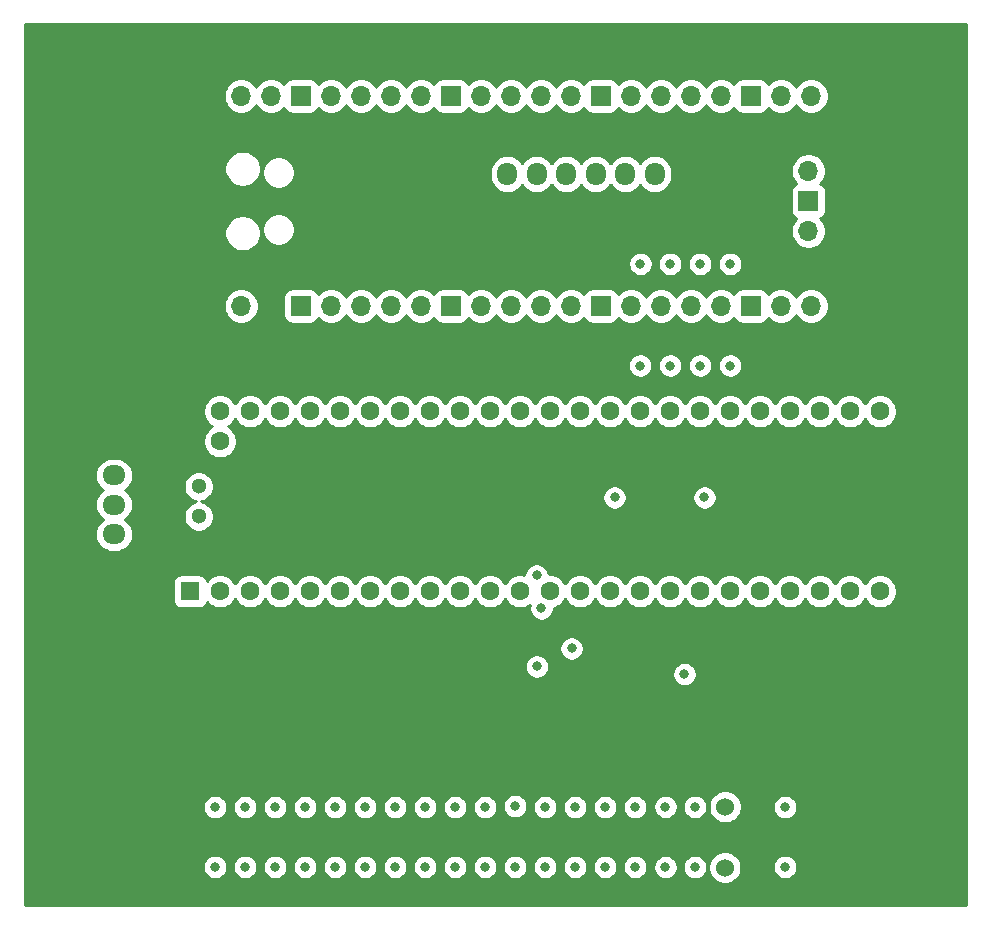
<source format=gbr>
G04 #@! TF.GenerationSoftware,KiCad,Pcbnew,(5.1.10)-1*
G04 #@! TF.CreationDate,2022-01-18T01:08:43+10:00*
G04 #@! TF.ProjectId,RedPyKeeb_MCU,52656450-794b-4656-9562-5f4d43552e6b,rev?*
G04 #@! TF.SameCoordinates,Original*
G04 #@! TF.FileFunction,Copper,L2,Inr*
G04 #@! TF.FilePolarity,Positive*
%FSLAX46Y46*%
G04 Gerber Fmt 4.6, Leading zero omitted, Abs format (unit mm)*
G04 Created by KiCad (PCBNEW (5.1.10)-1) date 2022-01-18 01:08:43*
%MOMM*%
%LPD*%
G01*
G04 APERTURE LIST*
G04 #@! TA.AperFunction,ComponentPad*
%ADD10C,1.600000*%
G04 #@! TD*
G04 #@! TA.AperFunction,ComponentPad*
%ADD11R,1.600000X1.600000*%
G04 #@! TD*
G04 #@! TA.AperFunction,ComponentPad*
%ADD12C,1.300000*%
G04 #@! TD*
G04 #@! TA.AperFunction,ComponentPad*
%ADD13O,1.700000X1.950000*%
G04 #@! TD*
G04 #@! TA.AperFunction,ComponentPad*
%ADD14O,1.950000X1.700000*%
G04 #@! TD*
G04 #@! TA.AperFunction,ComponentPad*
%ADD15O,1.700000X1.700000*%
G04 #@! TD*
G04 #@! TA.AperFunction,ComponentPad*
%ADD16R,1.700000X1.700000*%
G04 #@! TD*
G04 #@! TA.AperFunction,ViaPad*
%ADD17C,0.800000*%
G04 #@! TD*
G04 #@! TA.AperFunction,ViaPad*
%ADD18C,1.524000*%
G04 #@! TD*
G04 #@! TA.AperFunction,Conductor*
%ADD19C,0.254000*%
G04 #@! TD*
G04 #@! TA.AperFunction,Conductor*
%ADD20C,0.100000*%
G04 #@! TD*
G04 APERTURE END LIST*
D10*
X33395000Y-51252000D03*
X30855000Y-48712000D03*
X33395000Y-48712000D03*
X35935000Y-48712000D03*
X38475000Y-48712000D03*
X41015000Y-48712000D03*
X43555000Y-48712000D03*
X46095000Y-48712000D03*
X48635000Y-48712000D03*
X51175000Y-48712000D03*
X53715000Y-48712000D03*
X56255000Y-48712000D03*
X58795000Y-48712000D03*
X61335000Y-48712000D03*
X63875000Y-48712000D03*
D11*
X30855000Y-63952000D03*
D10*
X33395000Y-63952000D03*
X35935000Y-63952000D03*
X38475000Y-63952000D03*
X41015000Y-63952000D03*
X43555000Y-63952000D03*
X46095000Y-63952000D03*
X48635000Y-63952000D03*
X51175000Y-63952000D03*
X53715000Y-63952000D03*
X56255000Y-63952000D03*
X58795000Y-63952000D03*
X61335000Y-63952000D03*
X66415000Y-48712000D03*
X68955000Y-48712000D03*
X71495000Y-48712000D03*
X74035000Y-48712000D03*
X76575000Y-48712000D03*
X79115000Y-48712000D03*
X81655000Y-48712000D03*
X84195000Y-48712000D03*
X86735000Y-48712000D03*
X89275000Y-48712000D03*
X89275000Y-63952000D03*
X86735000Y-63952000D03*
X84195000Y-63952000D03*
X81655000Y-63952000D03*
X63875000Y-63952000D03*
X66415000Y-63952000D03*
X68955000Y-63952000D03*
X79115000Y-63952000D03*
X76575000Y-63952000D03*
X74035000Y-63952000D03*
X71495000Y-63952000D03*
D12*
X31585000Y-57602000D03*
X31585000Y-55062000D03*
D13*
X70200000Y-28600000D03*
X67700000Y-28600000D03*
X65200000Y-28600000D03*
X62700000Y-28600000D03*
X60200000Y-28600000D03*
X57700000Y-28600000D03*
G04 #@! TA.AperFunction,ComponentPad*
G36*
G01*
X54350000Y-29325000D02*
X54350000Y-27875000D01*
G75*
G02*
X54600000Y-27625000I250000J0D01*
G01*
X55800000Y-27625000D01*
G75*
G02*
X56050000Y-27875000I0J-250000D01*
G01*
X56050000Y-29325000D01*
G75*
G02*
X55800000Y-29575000I-250000J0D01*
G01*
X54600000Y-29575000D01*
G75*
G02*
X54350000Y-29325000I0J250000D01*
G01*
G37*
G04 #@! TD.AperFunction*
D14*
X24403400Y-54115200D03*
X24403400Y-56615200D03*
X24403400Y-59115200D03*
G04 #@! TA.AperFunction,ComponentPad*
G36*
G01*
X25128400Y-62465200D02*
X23678400Y-62465200D01*
G75*
G02*
X23428400Y-62215200I0J250000D01*
G01*
X23428400Y-61015200D01*
G75*
G02*
X23678400Y-60765200I250000J0D01*
G01*
X25128400Y-60765200D01*
G75*
G02*
X25378400Y-61015200I0J-250000D01*
G01*
X25378400Y-62215200D01*
G75*
G02*
X25128400Y-62465200I-250000J0D01*
G01*
G37*
G04 #@! TD.AperFunction*
D15*
X83200000Y-33440000D03*
D16*
X83200000Y-30900000D03*
D15*
X83200000Y-28360000D03*
X35170000Y-39790000D03*
X37710000Y-39790000D03*
D16*
X40250000Y-39790000D03*
D15*
X42790000Y-39790000D03*
X45330000Y-39790000D03*
X47870000Y-39790000D03*
X50410000Y-39790000D03*
D16*
X52950000Y-39790000D03*
D15*
X55490000Y-39790000D03*
X58030000Y-39790000D03*
X60570000Y-39790000D03*
X63110000Y-39790000D03*
D16*
X65650000Y-39790000D03*
D15*
X68190000Y-39790000D03*
X70730000Y-39790000D03*
X73270000Y-39790000D03*
X75810000Y-39790000D03*
D16*
X78350000Y-39790000D03*
D15*
X80890000Y-39790000D03*
X83430000Y-39790000D03*
X83430000Y-22010000D03*
X80890000Y-22010000D03*
D16*
X78350000Y-22010000D03*
D15*
X75810000Y-22010000D03*
X73270000Y-22010000D03*
X70730000Y-22010000D03*
X68190000Y-22010000D03*
D16*
X65650000Y-22010000D03*
D15*
X63110000Y-22010000D03*
X60570000Y-22010000D03*
X58030000Y-22010000D03*
X55490000Y-22010000D03*
D16*
X52950000Y-22010000D03*
D15*
X50410000Y-22010000D03*
X47870000Y-22010000D03*
X45330000Y-22010000D03*
X42790000Y-22010000D03*
D16*
X40250000Y-22010000D03*
D15*
X37710000Y-22010000D03*
X35170000Y-22010000D03*
D17*
X40590000Y-82225000D03*
X60217400Y-70302000D03*
X72714200Y-70962400D03*
X63163800Y-68778000D03*
D18*
X76137300Y-87340800D03*
X76150000Y-82197300D03*
D17*
X48210000Y-87275000D03*
X48210000Y-82225000D03*
X45670000Y-87275000D03*
X45670000Y-82225000D03*
X43130000Y-87275000D03*
X43130000Y-82225000D03*
X40590000Y-87275000D03*
X50750000Y-82225000D03*
X50750000Y-87275000D03*
X53290000Y-82225000D03*
X53290000Y-87275000D03*
X55830000Y-82225000D03*
X55830000Y-87275000D03*
X60910000Y-82225000D03*
X68530000Y-82225000D03*
X65990000Y-87275000D03*
X65990000Y-82225000D03*
X63450000Y-87275000D03*
X63450000Y-82225000D03*
X60910000Y-87275000D03*
X58370000Y-87275000D03*
X58370000Y-82130000D03*
X72714200Y-74895500D03*
D18*
X78715400Y-82146500D03*
X78690000Y-87302700D03*
D17*
X38050000Y-87275000D03*
X38050000Y-82225000D03*
X35510000Y-87275000D03*
X35510000Y-82225000D03*
X32970000Y-87275000D03*
X32970000Y-82225000D03*
X68530000Y-87275000D03*
X81230000Y-87275000D03*
X81242700Y-82222700D03*
X74400000Y-56000000D03*
X66800000Y-56000000D03*
X71100000Y-82200000D03*
X71100000Y-87300000D03*
X73600000Y-82200000D03*
X73600000Y-87300000D03*
X68971800Y-36228200D03*
X71495000Y-36228200D03*
X74035000Y-36228200D03*
X76575000Y-36228200D03*
X74035000Y-44838200D03*
X76575000Y-44838200D03*
X71495000Y-44838200D03*
X68955000Y-44838200D03*
X60600000Y-65400000D03*
X60200000Y-62600000D03*
D19*
X96515001Y-90540000D02*
X16885000Y-90540000D01*
X16885000Y-87173061D01*
X31935000Y-87173061D01*
X31935000Y-87376939D01*
X31974774Y-87576898D01*
X32052795Y-87765256D01*
X32166063Y-87934774D01*
X32310226Y-88078937D01*
X32479744Y-88192205D01*
X32668102Y-88270226D01*
X32868061Y-88310000D01*
X33071939Y-88310000D01*
X33271898Y-88270226D01*
X33460256Y-88192205D01*
X33629774Y-88078937D01*
X33773937Y-87934774D01*
X33887205Y-87765256D01*
X33965226Y-87576898D01*
X34005000Y-87376939D01*
X34005000Y-87173061D01*
X34475000Y-87173061D01*
X34475000Y-87376939D01*
X34514774Y-87576898D01*
X34592795Y-87765256D01*
X34706063Y-87934774D01*
X34850226Y-88078937D01*
X35019744Y-88192205D01*
X35208102Y-88270226D01*
X35408061Y-88310000D01*
X35611939Y-88310000D01*
X35811898Y-88270226D01*
X36000256Y-88192205D01*
X36169774Y-88078937D01*
X36313937Y-87934774D01*
X36427205Y-87765256D01*
X36505226Y-87576898D01*
X36545000Y-87376939D01*
X36545000Y-87173061D01*
X37015000Y-87173061D01*
X37015000Y-87376939D01*
X37054774Y-87576898D01*
X37132795Y-87765256D01*
X37246063Y-87934774D01*
X37390226Y-88078937D01*
X37559744Y-88192205D01*
X37748102Y-88270226D01*
X37948061Y-88310000D01*
X38151939Y-88310000D01*
X38351898Y-88270226D01*
X38540256Y-88192205D01*
X38709774Y-88078937D01*
X38853937Y-87934774D01*
X38967205Y-87765256D01*
X39045226Y-87576898D01*
X39085000Y-87376939D01*
X39085000Y-87173061D01*
X39555000Y-87173061D01*
X39555000Y-87376939D01*
X39594774Y-87576898D01*
X39672795Y-87765256D01*
X39786063Y-87934774D01*
X39930226Y-88078937D01*
X40099744Y-88192205D01*
X40288102Y-88270226D01*
X40488061Y-88310000D01*
X40691939Y-88310000D01*
X40891898Y-88270226D01*
X41080256Y-88192205D01*
X41249774Y-88078937D01*
X41393937Y-87934774D01*
X41507205Y-87765256D01*
X41585226Y-87576898D01*
X41625000Y-87376939D01*
X41625000Y-87173061D01*
X42095000Y-87173061D01*
X42095000Y-87376939D01*
X42134774Y-87576898D01*
X42212795Y-87765256D01*
X42326063Y-87934774D01*
X42470226Y-88078937D01*
X42639744Y-88192205D01*
X42828102Y-88270226D01*
X43028061Y-88310000D01*
X43231939Y-88310000D01*
X43431898Y-88270226D01*
X43620256Y-88192205D01*
X43789774Y-88078937D01*
X43933937Y-87934774D01*
X44047205Y-87765256D01*
X44125226Y-87576898D01*
X44165000Y-87376939D01*
X44165000Y-87173061D01*
X44635000Y-87173061D01*
X44635000Y-87376939D01*
X44674774Y-87576898D01*
X44752795Y-87765256D01*
X44866063Y-87934774D01*
X45010226Y-88078937D01*
X45179744Y-88192205D01*
X45368102Y-88270226D01*
X45568061Y-88310000D01*
X45771939Y-88310000D01*
X45971898Y-88270226D01*
X46160256Y-88192205D01*
X46329774Y-88078937D01*
X46473937Y-87934774D01*
X46587205Y-87765256D01*
X46665226Y-87576898D01*
X46705000Y-87376939D01*
X46705000Y-87173061D01*
X47175000Y-87173061D01*
X47175000Y-87376939D01*
X47214774Y-87576898D01*
X47292795Y-87765256D01*
X47406063Y-87934774D01*
X47550226Y-88078937D01*
X47719744Y-88192205D01*
X47908102Y-88270226D01*
X48108061Y-88310000D01*
X48311939Y-88310000D01*
X48511898Y-88270226D01*
X48700256Y-88192205D01*
X48869774Y-88078937D01*
X49013937Y-87934774D01*
X49127205Y-87765256D01*
X49205226Y-87576898D01*
X49245000Y-87376939D01*
X49245000Y-87173061D01*
X49715000Y-87173061D01*
X49715000Y-87376939D01*
X49754774Y-87576898D01*
X49832795Y-87765256D01*
X49946063Y-87934774D01*
X50090226Y-88078937D01*
X50259744Y-88192205D01*
X50448102Y-88270226D01*
X50648061Y-88310000D01*
X50851939Y-88310000D01*
X51051898Y-88270226D01*
X51240256Y-88192205D01*
X51409774Y-88078937D01*
X51553937Y-87934774D01*
X51667205Y-87765256D01*
X51745226Y-87576898D01*
X51785000Y-87376939D01*
X51785000Y-87173061D01*
X52255000Y-87173061D01*
X52255000Y-87376939D01*
X52294774Y-87576898D01*
X52372795Y-87765256D01*
X52486063Y-87934774D01*
X52630226Y-88078937D01*
X52799744Y-88192205D01*
X52988102Y-88270226D01*
X53188061Y-88310000D01*
X53391939Y-88310000D01*
X53591898Y-88270226D01*
X53780256Y-88192205D01*
X53949774Y-88078937D01*
X54093937Y-87934774D01*
X54207205Y-87765256D01*
X54285226Y-87576898D01*
X54325000Y-87376939D01*
X54325000Y-87173061D01*
X54795000Y-87173061D01*
X54795000Y-87376939D01*
X54834774Y-87576898D01*
X54912795Y-87765256D01*
X55026063Y-87934774D01*
X55170226Y-88078937D01*
X55339744Y-88192205D01*
X55528102Y-88270226D01*
X55728061Y-88310000D01*
X55931939Y-88310000D01*
X56131898Y-88270226D01*
X56320256Y-88192205D01*
X56489774Y-88078937D01*
X56633937Y-87934774D01*
X56747205Y-87765256D01*
X56825226Y-87576898D01*
X56865000Y-87376939D01*
X56865000Y-87173061D01*
X57335000Y-87173061D01*
X57335000Y-87376939D01*
X57374774Y-87576898D01*
X57452795Y-87765256D01*
X57566063Y-87934774D01*
X57710226Y-88078937D01*
X57879744Y-88192205D01*
X58068102Y-88270226D01*
X58268061Y-88310000D01*
X58471939Y-88310000D01*
X58671898Y-88270226D01*
X58860256Y-88192205D01*
X59029774Y-88078937D01*
X59173937Y-87934774D01*
X59287205Y-87765256D01*
X59365226Y-87576898D01*
X59405000Y-87376939D01*
X59405000Y-87173061D01*
X59875000Y-87173061D01*
X59875000Y-87376939D01*
X59914774Y-87576898D01*
X59992795Y-87765256D01*
X60106063Y-87934774D01*
X60250226Y-88078937D01*
X60419744Y-88192205D01*
X60608102Y-88270226D01*
X60808061Y-88310000D01*
X61011939Y-88310000D01*
X61211898Y-88270226D01*
X61400256Y-88192205D01*
X61569774Y-88078937D01*
X61713937Y-87934774D01*
X61827205Y-87765256D01*
X61905226Y-87576898D01*
X61945000Y-87376939D01*
X61945000Y-87173061D01*
X62415000Y-87173061D01*
X62415000Y-87376939D01*
X62454774Y-87576898D01*
X62532795Y-87765256D01*
X62646063Y-87934774D01*
X62790226Y-88078937D01*
X62959744Y-88192205D01*
X63148102Y-88270226D01*
X63348061Y-88310000D01*
X63551939Y-88310000D01*
X63751898Y-88270226D01*
X63940256Y-88192205D01*
X64109774Y-88078937D01*
X64253937Y-87934774D01*
X64367205Y-87765256D01*
X64445226Y-87576898D01*
X64485000Y-87376939D01*
X64485000Y-87173061D01*
X64955000Y-87173061D01*
X64955000Y-87376939D01*
X64994774Y-87576898D01*
X65072795Y-87765256D01*
X65186063Y-87934774D01*
X65330226Y-88078937D01*
X65499744Y-88192205D01*
X65688102Y-88270226D01*
X65888061Y-88310000D01*
X66091939Y-88310000D01*
X66291898Y-88270226D01*
X66480256Y-88192205D01*
X66649774Y-88078937D01*
X66793937Y-87934774D01*
X66907205Y-87765256D01*
X66985226Y-87576898D01*
X67025000Y-87376939D01*
X67025000Y-87173061D01*
X67495000Y-87173061D01*
X67495000Y-87376939D01*
X67534774Y-87576898D01*
X67612795Y-87765256D01*
X67726063Y-87934774D01*
X67870226Y-88078937D01*
X68039744Y-88192205D01*
X68228102Y-88270226D01*
X68428061Y-88310000D01*
X68631939Y-88310000D01*
X68831898Y-88270226D01*
X69020256Y-88192205D01*
X69189774Y-88078937D01*
X69333937Y-87934774D01*
X69447205Y-87765256D01*
X69525226Y-87576898D01*
X69565000Y-87376939D01*
X69565000Y-87198061D01*
X70065000Y-87198061D01*
X70065000Y-87401939D01*
X70104774Y-87601898D01*
X70182795Y-87790256D01*
X70296063Y-87959774D01*
X70440226Y-88103937D01*
X70609744Y-88217205D01*
X70798102Y-88295226D01*
X70998061Y-88335000D01*
X71201939Y-88335000D01*
X71401898Y-88295226D01*
X71590256Y-88217205D01*
X71759774Y-88103937D01*
X71903937Y-87959774D01*
X72017205Y-87790256D01*
X72095226Y-87601898D01*
X72135000Y-87401939D01*
X72135000Y-87198061D01*
X72565000Y-87198061D01*
X72565000Y-87401939D01*
X72604774Y-87601898D01*
X72682795Y-87790256D01*
X72796063Y-87959774D01*
X72940226Y-88103937D01*
X73109744Y-88217205D01*
X73298102Y-88295226D01*
X73498061Y-88335000D01*
X73701939Y-88335000D01*
X73901898Y-88295226D01*
X74090256Y-88217205D01*
X74259774Y-88103937D01*
X74403937Y-87959774D01*
X74517205Y-87790256D01*
X74595226Y-87601898D01*
X74635000Y-87401939D01*
X74635000Y-87203208D01*
X74740300Y-87203208D01*
X74740300Y-87478392D01*
X74793986Y-87748290D01*
X74899295Y-88002527D01*
X75052180Y-88231335D01*
X75246765Y-88425920D01*
X75475573Y-88578805D01*
X75729810Y-88684114D01*
X75999708Y-88737800D01*
X76274892Y-88737800D01*
X76544790Y-88684114D01*
X76799027Y-88578805D01*
X77027835Y-88425920D01*
X77222420Y-88231335D01*
X77375305Y-88002527D01*
X77480614Y-87748290D01*
X77534300Y-87478392D01*
X77534300Y-87203208D01*
X77528304Y-87173061D01*
X80195000Y-87173061D01*
X80195000Y-87376939D01*
X80234774Y-87576898D01*
X80312795Y-87765256D01*
X80426063Y-87934774D01*
X80570226Y-88078937D01*
X80739744Y-88192205D01*
X80928102Y-88270226D01*
X81128061Y-88310000D01*
X81331939Y-88310000D01*
X81531898Y-88270226D01*
X81720256Y-88192205D01*
X81889774Y-88078937D01*
X82033937Y-87934774D01*
X82147205Y-87765256D01*
X82225226Y-87576898D01*
X82265000Y-87376939D01*
X82265000Y-87173061D01*
X82225226Y-86973102D01*
X82147205Y-86784744D01*
X82033937Y-86615226D01*
X81889774Y-86471063D01*
X81720256Y-86357795D01*
X81531898Y-86279774D01*
X81331939Y-86240000D01*
X81128061Y-86240000D01*
X80928102Y-86279774D01*
X80739744Y-86357795D01*
X80570226Y-86471063D01*
X80426063Y-86615226D01*
X80312795Y-86784744D01*
X80234774Y-86973102D01*
X80195000Y-87173061D01*
X77528304Y-87173061D01*
X77480614Y-86933310D01*
X77375305Y-86679073D01*
X77222420Y-86450265D01*
X77027835Y-86255680D01*
X76799027Y-86102795D01*
X76544790Y-85997486D01*
X76274892Y-85943800D01*
X75999708Y-85943800D01*
X75729810Y-85997486D01*
X75475573Y-86102795D01*
X75246765Y-86255680D01*
X75052180Y-86450265D01*
X74899295Y-86679073D01*
X74793986Y-86933310D01*
X74740300Y-87203208D01*
X74635000Y-87203208D01*
X74635000Y-87198061D01*
X74595226Y-86998102D01*
X74517205Y-86809744D01*
X74403937Y-86640226D01*
X74259774Y-86496063D01*
X74090256Y-86382795D01*
X73901898Y-86304774D01*
X73701939Y-86265000D01*
X73498061Y-86265000D01*
X73298102Y-86304774D01*
X73109744Y-86382795D01*
X72940226Y-86496063D01*
X72796063Y-86640226D01*
X72682795Y-86809744D01*
X72604774Y-86998102D01*
X72565000Y-87198061D01*
X72135000Y-87198061D01*
X72095226Y-86998102D01*
X72017205Y-86809744D01*
X71903937Y-86640226D01*
X71759774Y-86496063D01*
X71590256Y-86382795D01*
X71401898Y-86304774D01*
X71201939Y-86265000D01*
X70998061Y-86265000D01*
X70798102Y-86304774D01*
X70609744Y-86382795D01*
X70440226Y-86496063D01*
X70296063Y-86640226D01*
X70182795Y-86809744D01*
X70104774Y-86998102D01*
X70065000Y-87198061D01*
X69565000Y-87198061D01*
X69565000Y-87173061D01*
X69525226Y-86973102D01*
X69447205Y-86784744D01*
X69333937Y-86615226D01*
X69189774Y-86471063D01*
X69020256Y-86357795D01*
X68831898Y-86279774D01*
X68631939Y-86240000D01*
X68428061Y-86240000D01*
X68228102Y-86279774D01*
X68039744Y-86357795D01*
X67870226Y-86471063D01*
X67726063Y-86615226D01*
X67612795Y-86784744D01*
X67534774Y-86973102D01*
X67495000Y-87173061D01*
X67025000Y-87173061D01*
X66985226Y-86973102D01*
X66907205Y-86784744D01*
X66793937Y-86615226D01*
X66649774Y-86471063D01*
X66480256Y-86357795D01*
X66291898Y-86279774D01*
X66091939Y-86240000D01*
X65888061Y-86240000D01*
X65688102Y-86279774D01*
X65499744Y-86357795D01*
X65330226Y-86471063D01*
X65186063Y-86615226D01*
X65072795Y-86784744D01*
X64994774Y-86973102D01*
X64955000Y-87173061D01*
X64485000Y-87173061D01*
X64445226Y-86973102D01*
X64367205Y-86784744D01*
X64253937Y-86615226D01*
X64109774Y-86471063D01*
X63940256Y-86357795D01*
X63751898Y-86279774D01*
X63551939Y-86240000D01*
X63348061Y-86240000D01*
X63148102Y-86279774D01*
X62959744Y-86357795D01*
X62790226Y-86471063D01*
X62646063Y-86615226D01*
X62532795Y-86784744D01*
X62454774Y-86973102D01*
X62415000Y-87173061D01*
X61945000Y-87173061D01*
X61905226Y-86973102D01*
X61827205Y-86784744D01*
X61713937Y-86615226D01*
X61569774Y-86471063D01*
X61400256Y-86357795D01*
X61211898Y-86279774D01*
X61011939Y-86240000D01*
X60808061Y-86240000D01*
X60608102Y-86279774D01*
X60419744Y-86357795D01*
X60250226Y-86471063D01*
X60106063Y-86615226D01*
X59992795Y-86784744D01*
X59914774Y-86973102D01*
X59875000Y-87173061D01*
X59405000Y-87173061D01*
X59365226Y-86973102D01*
X59287205Y-86784744D01*
X59173937Y-86615226D01*
X59029774Y-86471063D01*
X58860256Y-86357795D01*
X58671898Y-86279774D01*
X58471939Y-86240000D01*
X58268061Y-86240000D01*
X58068102Y-86279774D01*
X57879744Y-86357795D01*
X57710226Y-86471063D01*
X57566063Y-86615226D01*
X57452795Y-86784744D01*
X57374774Y-86973102D01*
X57335000Y-87173061D01*
X56865000Y-87173061D01*
X56825226Y-86973102D01*
X56747205Y-86784744D01*
X56633937Y-86615226D01*
X56489774Y-86471063D01*
X56320256Y-86357795D01*
X56131898Y-86279774D01*
X55931939Y-86240000D01*
X55728061Y-86240000D01*
X55528102Y-86279774D01*
X55339744Y-86357795D01*
X55170226Y-86471063D01*
X55026063Y-86615226D01*
X54912795Y-86784744D01*
X54834774Y-86973102D01*
X54795000Y-87173061D01*
X54325000Y-87173061D01*
X54285226Y-86973102D01*
X54207205Y-86784744D01*
X54093937Y-86615226D01*
X53949774Y-86471063D01*
X53780256Y-86357795D01*
X53591898Y-86279774D01*
X53391939Y-86240000D01*
X53188061Y-86240000D01*
X52988102Y-86279774D01*
X52799744Y-86357795D01*
X52630226Y-86471063D01*
X52486063Y-86615226D01*
X52372795Y-86784744D01*
X52294774Y-86973102D01*
X52255000Y-87173061D01*
X51785000Y-87173061D01*
X51745226Y-86973102D01*
X51667205Y-86784744D01*
X51553937Y-86615226D01*
X51409774Y-86471063D01*
X51240256Y-86357795D01*
X51051898Y-86279774D01*
X50851939Y-86240000D01*
X50648061Y-86240000D01*
X50448102Y-86279774D01*
X50259744Y-86357795D01*
X50090226Y-86471063D01*
X49946063Y-86615226D01*
X49832795Y-86784744D01*
X49754774Y-86973102D01*
X49715000Y-87173061D01*
X49245000Y-87173061D01*
X49205226Y-86973102D01*
X49127205Y-86784744D01*
X49013937Y-86615226D01*
X48869774Y-86471063D01*
X48700256Y-86357795D01*
X48511898Y-86279774D01*
X48311939Y-86240000D01*
X48108061Y-86240000D01*
X47908102Y-86279774D01*
X47719744Y-86357795D01*
X47550226Y-86471063D01*
X47406063Y-86615226D01*
X47292795Y-86784744D01*
X47214774Y-86973102D01*
X47175000Y-87173061D01*
X46705000Y-87173061D01*
X46665226Y-86973102D01*
X46587205Y-86784744D01*
X46473937Y-86615226D01*
X46329774Y-86471063D01*
X46160256Y-86357795D01*
X45971898Y-86279774D01*
X45771939Y-86240000D01*
X45568061Y-86240000D01*
X45368102Y-86279774D01*
X45179744Y-86357795D01*
X45010226Y-86471063D01*
X44866063Y-86615226D01*
X44752795Y-86784744D01*
X44674774Y-86973102D01*
X44635000Y-87173061D01*
X44165000Y-87173061D01*
X44125226Y-86973102D01*
X44047205Y-86784744D01*
X43933937Y-86615226D01*
X43789774Y-86471063D01*
X43620256Y-86357795D01*
X43431898Y-86279774D01*
X43231939Y-86240000D01*
X43028061Y-86240000D01*
X42828102Y-86279774D01*
X42639744Y-86357795D01*
X42470226Y-86471063D01*
X42326063Y-86615226D01*
X42212795Y-86784744D01*
X42134774Y-86973102D01*
X42095000Y-87173061D01*
X41625000Y-87173061D01*
X41585226Y-86973102D01*
X41507205Y-86784744D01*
X41393937Y-86615226D01*
X41249774Y-86471063D01*
X41080256Y-86357795D01*
X40891898Y-86279774D01*
X40691939Y-86240000D01*
X40488061Y-86240000D01*
X40288102Y-86279774D01*
X40099744Y-86357795D01*
X39930226Y-86471063D01*
X39786063Y-86615226D01*
X39672795Y-86784744D01*
X39594774Y-86973102D01*
X39555000Y-87173061D01*
X39085000Y-87173061D01*
X39045226Y-86973102D01*
X38967205Y-86784744D01*
X38853937Y-86615226D01*
X38709774Y-86471063D01*
X38540256Y-86357795D01*
X38351898Y-86279774D01*
X38151939Y-86240000D01*
X37948061Y-86240000D01*
X37748102Y-86279774D01*
X37559744Y-86357795D01*
X37390226Y-86471063D01*
X37246063Y-86615226D01*
X37132795Y-86784744D01*
X37054774Y-86973102D01*
X37015000Y-87173061D01*
X36545000Y-87173061D01*
X36505226Y-86973102D01*
X36427205Y-86784744D01*
X36313937Y-86615226D01*
X36169774Y-86471063D01*
X36000256Y-86357795D01*
X35811898Y-86279774D01*
X35611939Y-86240000D01*
X35408061Y-86240000D01*
X35208102Y-86279774D01*
X35019744Y-86357795D01*
X34850226Y-86471063D01*
X34706063Y-86615226D01*
X34592795Y-86784744D01*
X34514774Y-86973102D01*
X34475000Y-87173061D01*
X34005000Y-87173061D01*
X33965226Y-86973102D01*
X33887205Y-86784744D01*
X33773937Y-86615226D01*
X33629774Y-86471063D01*
X33460256Y-86357795D01*
X33271898Y-86279774D01*
X33071939Y-86240000D01*
X32868061Y-86240000D01*
X32668102Y-86279774D01*
X32479744Y-86357795D01*
X32310226Y-86471063D01*
X32166063Y-86615226D01*
X32052795Y-86784744D01*
X31974774Y-86973102D01*
X31935000Y-87173061D01*
X16885000Y-87173061D01*
X16885000Y-82123061D01*
X31935000Y-82123061D01*
X31935000Y-82326939D01*
X31974774Y-82526898D01*
X32052795Y-82715256D01*
X32166063Y-82884774D01*
X32310226Y-83028937D01*
X32479744Y-83142205D01*
X32668102Y-83220226D01*
X32868061Y-83260000D01*
X33071939Y-83260000D01*
X33271898Y-83220226D01*
X33460256Y-83142205D01*
X33629774Y-83028937D01*
X33773937Y-82884774D01*
X33887205Y-82715256D01*
X33965226Y-82526898D01*
X34005000Y-82326939D01*
X34005000Y-82123061D01*
X34475000Y-82123061D01*
X34475000Y-82326939D01*
X34514774Y-82526898D01*
X34592795Y-82715256D01*
X34706063Y-82884774D01*
X34850226Y-83028937D01*
X35019744Y-83142205D01*
X35208102Y-83220226D01*
X35408061Y-83260000D01*
X35611939Y-83260000D01*
X35811898Y-83220226D01*
X36000256Y-83142205D01*
X36169774Y-83028937D01*
X36313937Y-82884774D01*
X36427205Y-82715256D01*
X36505226Y-82526898D01*
X36545000Y-82326939D01*
X36545000Y-82123061D01*
X37015000Y-82123061D01*
X37015000Y-82326939D01*
X37054774Y-82526898D01*
X37132795Y-82715256D01*
X37246063Y-82884774D01*
X37390226Y-83028937D01*
X37559744Y-83142205D01*
X37748102Y-83220226D01*
X37948061Y-83260000D01*
X38151939Y-83260000D01*
X38351898Y-83220226D01*
X38540256Y-83142205D01*
X38709774Y-83028937D01*
X38853937Y-82884774D01*
X38967205Y-82715256D01*
X39045226Y-82526898D01*
X39085000Y-82326939D01*
X39085000Y-82123061D01*
X39555000Y-82123061D01*
X39555000Y-82326939D01*
X39594774Y-82526898D01*
X39672795Y-82715256D01*
X39786063Y-82884774D01*
X39930226Y-83028937D01*
X40099744Y-83142205D01*
X40288102Y-83220226D01*
X40488061Y-83260000D01*
X40691939Y-83260000D01*
X40891898Y-83220226D01*
X41080256Y-83142205D01*
X41249774Y-83028937D01*
X41393937Y-82884774D01*
X41507205Y-82715256D01*
X41585226Y-82526898D01*
X41625000Y-82326939D01*
X41625000Y-82123061D01*
X42095000Y-82123061D01*
X42095000Y-82326939D01*
X42134774Y-82526898D01*
X42212795Y-82715256D01*
X42326063Y-82884774D01*
X42470226Y-83028937D01*
X42639744Y-83142205D01*
X42828102Y-83220226D01*
X43028061Y-83260000D01*
X43231939Y-83260000D01*
X43431898Y-83220226D01*
X43620256Y-83142205D01*
X43789774Y-83028937D01*
X43933937Y-82884774D01*
X44047205Y-82715256D01*
X44125226Y-82526898D01*
X44165000Y-82326939D01*
X44165000Y-82123061D01*
X44635000Y-82123061D01*
X44635000Y-82326939D01*
X44674774Y-82526898D01*
X44752795Y-82715256D01*
X44866063Y-82884774D01*
X45010226Y-83028937D01*
X45179744Y-83142205D01*
X45368102Y-83220226D01*
X45568061Y-83260000D01*
X45771939Y-83260000D01*
X45971898Y-83220226D01*
X46160256Y-83142205D01*
X46329774Y-83028937D01*
X46473937Y-82884774D01*
X46587205Y-82715256D01*
X46665226Y-82526898D01*
X46705000Y-82326939D01*
X46705000Y-82123061D01*
X47175000Y-82123061D01*
X47175000Y-82326939D01*
X47214774Y-82526898D01*
X47292795Y-82715256D01*
X47406063Y-82884774D01*
X47550226Y-83028937D01*
X47719744Y-83142205D01*
X47908102Y-83220226D01*
X48108061Y-83260000D01*
X48311939Y-83260000D01*
X48511898Y-83220226D01*
X48700256Y-83142205D01*
X48869774Y-83028937D01*
X49013937Y-82884774D01*
X49127205Y-82715256D01*
X49205226Y-82526898D01*
X49245000Y-82326939D01*
X49245000Y-82123061D01*
X49715000Y-82123061D01*
X49715000Y-82326939D01*
X49754774Y-82526898D01*
X49832795Y-82715256D01*
X49946063Y-82884774D01*
X50090226Y-83028937D01*
X50259744Y-83142205D01*
X50448102Y-83220226D01*
X50648061Y-83260000D01*
X50851939Y-83260000D01*
X51051898Y-83220226D01*
X51240256Y-83142205D01*
X51409774Y-83028937D01*
X51553937Y-82884774D01*
X51667205Y-82715256D01*
X51745226Y-82526898D01*
X51785000Y-82326939D01*
X51785000Y-82123061D01*
X52255000Y-82123061D01*
X52255000Y-82326939D01*
X52294774Y-82526898D01*
X52372795Y-82715256D01*
X52486063Y-82884774D01*
X52630226Y-83028937D01*
X52799744Y-83142205D01*
X52988102Y-83220226D01*
X53188061Y-83260000D01*
X53391939Y-83260000D01*
X53591898Y-83220226D01*
X53780256Y-83142205D01*
X53949774Y-83028937D01*
X54093937Y-82884774D01*
X54207205Y-82715256D01*
X54285226Y-82526898D01*
X54325000Y-82326939D01*
X54325000Y-82123061D01*
X54795000Y-82123061D01*
X54795000Y-82326939D01*
X54834774Y-82526898D01*
X54912795Y-82715256D01*
X55026063Y-82884774D01*
X55170226Y-83028937D01*
X55339744Y-83142205D01*
X55528102Y-83220226D01*
X55728061Y-83260000D01*
X55931939Y-83260000D01*
X56131898Y-83220226D01*
X56320256Y-83142205D01*
X56489774Y-83028937D01*
X56633937Y-82884774D01*
X56747205Y-82715256D01*
X56825226Y-82526898D01*
X56865000Y-82326939D01*
X56865000Y-82123061D01*
X56846104Y-82028061D01*
X57335000Y-82028061D01*
X57335000Y-82231939D01*
X57374774Y-82431898D01*
X57452795Y-82620256D01*
X57566063Y-82789774D01*
X57710226Y-82933937D01*
X57879744Y-83047205D01*
X58068102Y-83125226D01*
X58268061Y-83165000D01*
X58471939Y-83165000D01*
X58671898Y-83125226D01*
X58860256Y-83047205D01*
X59029774Y-82933937D01*
X59173937Y-82789774D01*
X59287205Y-82620256D01*
X59365226Y-82431898D01*
X59405000Y-82231939D01*
X59405000Y-82123061D01*
X59875000Y-82123061D01*
X59875000Y-82326939D01*
X59914774Y-82526898D01*
X59992795Y-82715256D01*
X60106063Y-82884774D01*
X60250226Y-83028937D01*
X60419744Y-83142205D01*
X60608102Y-83220226D01*
X60808061Y-83260000D01*
X61011939Y-83260000D01*
X61211898Y-83220226D01*
X61400256Y-83142205D01*
X61569774Y-83028937D01*
X61713937Y-82884774D01*
X61827205Y-82715256D01*
X61905226Y-82526898D01*
X61945000Y-82326939D01*
X61945000Y-82123061D01*
X62415000Y-82123061D01*
X62415000Y-82326939D01*
X62454774Y-82526898D01*
X62532795Y-82715256D01*
X62646063Y-82884774D01*
X62790226Y-83028937D01*
X62959744Y-83142205D01*
X63148102Y-83220226D01*
X63348061Y-83260000D01*
X63551939Y-83260000D01*
X63751898Y-83220226D01*
X63940256Y-83142205D01*
X64109774Y-83028937D01*
X64253937Y-82884774D01*
X64367205Y-82715256D01*
X64445226Y-82526898D01*
X64485000Y-82326939D01*
X64485000Y-82123061D01*
X64955000Y-82123061D01*
X64955000Y-82326939D01*
X64994774Y-82526898D01*
X65072795Y-82715256D01*
X65186063Y-82884774D01*
X65330226Y-83028937D01*
X65499744Y-83142205D01*
X65688102Y-83220226D01*
X65888061Y-83260000D01*
X66091939Y-83260000D01*
X66291898Y-83220226D01*
X66480256Y-83142205D01*
X66649774Y-83028937D01*
X66793937Y-82884774D01*
X66907205Y-82715256D01*
X66985226Y-82526898D01*
X67025000Y-82326939D01*
X67025000Y-82123061D01*
X67495000Y-82123061D01*
X67495000Y-82326939D01*
X67534774Y-82526898D01*
X67612795Y-82715256D01*
X67726063Y-82884774D01*
X67870226Y-83028937D01*
X68039744Y-83142205D01*
X68228102Y-83220226D01*
X68428061Y-83260000D01*
X68631939Y-83260000D01*
X68831898Y-83220226D01*
X69020256Y-83142205D01*
X69189774Y-83028937D01*
X69333937Y-82884774D01*
X69447205Y-82715256D01*
X69525226Y-82526898D01*
X69565000Y-82326939D01*
X69565000Y-82123061D01*
X69560028Y-82098061D01*
X70065000Y-82098061D01*
X70065000Y-82301939D01*
X70104774Y-82501898D01*
X70182795Y-82690256D01*
X70296063Y-82859774D01*
X70440226Y-83003937D01*
X70609744Y-83117205D01*
X70798102Y-83195226D01*
X70998061Y-83235000D01*
X71201939Y-83235000D01*
X71401898Y-83195226D01*
X71590256Y-83117205D01*
X71759774Y-83003937D01*
X71903937Y-82859774D01*
X72017205Y-82690256D01*
X72095226Y-82501898D01*
X72135000Y-82301939D01*
X72135000Y-82098061D01*
X72565000Y-82098061D01*
X72565000Y-82301939D01*
X72604774Y-82501898D01*
X72682795Y-82690256D01*
X72796063Y-82859774D01*
X72940226Y-83003937D01*
X73109744Y-83117205D01*
X73298102Y-83195226D01*
X73498061Y-83235000D01*
X73701939Y-83235000D01*
X73901898Y-83195226D01*
X74090256Y-83117205D01*
X74259774Y-83003937D01*
X74403937Y-82859774D01*
X74517205Y-82690256D01*
X74595226Y-82501898D01*
X74635000Y-82301939D01*
X74635000Y-82098061D01*
X74627372Y-82059708D01*
X74753000Y-82059708D01*
X74753000Y-82334892D01*
X74806686Y-82604790D01*
X74911995Y-82859027D01*
X75064880Y-83087835D01*
X75259465Y-83282420D01*
X75488273Y-83435305D01*
X75742510Y-83540614D01*
X76012408Y-83594300D01*
X76287592Y-83594300D01*
X76557490Y-83540614D01*
X76811727Y-83435305D01*
X77040535Y-83282420D01*
X77235120Y-83087835D01*
X77388005Y-82859027D01*
X77493314Y-82604790D01*
X77547000Y-82334892D01*
X77547000Y-82120761D01*
X80207700Y-82120761D01*
X80207700Y-82324639D01*
X80247474Y-82524598D01*
X80325495Y-82712956D01*
X80438763Y-82882474D01*
X80582926Y-83026637D01*
X80752444Y-83139905D01*
X80940802Y-83217926D01*
X81140761Y-83257700D01*
X81344639Y-83257700D01*
X81544598Y-83217926D01*
X81732956Y-83139905D01*
X81902474Y-83026637D01*
X82046637Y-82882474D01*
X82159905Y-82712956D01*
X82237926Y-82524598D01*
X82277700Y-82324639D01*
X82277700Y-82120761D01*
X82237926Y-81920802D01*
X82159905Y-81732444D01*
X82046637Y-81562926D01*
X81902474Y-81418763D01*
X81732956Y-81305495D01*
X81544598Y-81227474D01*
X81344639Y-81187700D01*
X81140761Y-81187700D01*
X80940802Y-81227474D01*
X80752444Y-81305495D01*
X80582926Y-81418763D01*
X80438763Y-81562926D01*
X80325495Y-81732444D01*
X80247474Y-81920802D01*
X80207700Y-82120761D01*
X77547000Y-82120761D01*
X77547000Y-82059708D01*
X77493314Y-81789810D01*
X77388005Y-81535573D01*
X77235120Y-81306765D01*
X77040535Y-81112180D01*
X76811727Y-80959295D01*
X76557490Y-80853986D01*
X76287592Y-80800300D01*
X76012408Y-80800300D01*
X75742510Y-80853986D01*
X75488273Y-80959295D01*
X75259465Y-81112180D01*
X75064880Y-81306765D01*
X74911995Y-81535573D01*
X74806686Y-81789810D01*
X74753000Y-82059708D01*
X74627372Y-82059708D01*
X74595226Y-81898102D01*
X74517205Y-81709744D01*
X74403937Y-81540226D01*
X74259774Y-81396063D01*
X74090256Y-81282795D01*
X73901898Y-81204774D01*
X73701939Y-81165000D01*
X73498061Y-81165000D01*
X73298102Y-81204774D01*
X73109744Y-81282795D01*
X72940226Y-81396063D01*
X72796063Y-81540226D01*
X72682795Y-81709744D01*
X72604774Y-81898102D01*
X72565000Y-82098061D01*
X72135000Y-82098061D01*
X72095226Y-81898102D01*
X72017205Y-81709744D01*
X71903937Y-81540226D01*
X71759774Y-81396063D01*
X71590256Y-81282795D01*
X71401898Y-81204774D01*
X71201939Y-81165000D01*
X70998061Y-81165000D01*
X70798102Y-81204774D01*
X70609744Y-81282795D01*
X70440226Y-81396063D01*
X70296063Y-81540226D01*
X70182795Y-81709744D01*
X70104774Y-81898102D01*
X70065000Y-82098061D01*
X69560028Y-82098061D01*
X69525226Y-81923102D01*
X69447205Y-81734744D01*
X69333937Y-81565226D01*
X69189774Y-81421063D01*
X69020256Y-81307795D01*
X68831898Y-81229774D01*
X68631939Y-81190000D01*
X68428061Y-81190000D01*
X68228102Y-81229774D01*
X68039744Y-81307795D01*
X67870226Y-81421063D01*
X67726063Y-81565226D01*
X67612795Y-81734744D01*
X67534774Y-81923102D01*
X67495000Y-82123061D01*
X67025000Y-82123061D01*
X66985226Y-81923102D01*
X66907205Y-81734744D01*
X66793937Y-81565226D01*
X66649774Y-81421063D01*
X66480256Y-81307795D01*
X66291898Y-81229774D01*
X66091939Y-81190000D01*
X65888061Y-81190000D01*
X65688102Y-81229774D01*
X65499744Y-81307795D01*
X65330226Y-81421063D01*
X65186063Y-81565226D01*
X65072795Y-81734744D01*
X64994774Y-81923102D01*
X64955000Y-82123061D01*
X64485000Y-82123061D01*
X64445226Y-81923102D01*
X64367205Y-81734744D01*
X64253937Y-81565226D01*
X64109774Y-81421063D01*
X63940256Y-81307795D01*
X63751898Y-81229774D01*
X63551939Y-81190000D01*
X63348061Y-81190000D01*
X63148102Y-81229774D01*
X62959744Y-81307795D01*
X62790226Y-81421063D01*
X62646063Y-81565226D01*
X62532795Y-81734744D01*
X62454774Y-81923102D01*
X62415000Y-82123061D01*
X61945000Y-82123061D01*
X61905226Y-81923102D01*
X61827205Y-81734744D01*
X61713937Y-81565226D01*
X61569774Y-81421063D01*
X61400256Y-81307795D01*
X61211898Y-81229774D01*
X61011939Y-81190000D01*
X60808061Y-81190000D01*
X60608102Y-81229774D01*
X60419744Y-81307795D01*
X60250226Y-81421063D01*
X60106063Y-81565226D01*
X59992795Y-81734744D01*
X59914774Y-81923102D01*
X59875000Y-82123061D01*
X59405000Y-82123061D01*
X59405000Y-82028061D01*
X59365226Y-81828102D01*
X59287205Y-81639744D01*
X59173937Y-81470226D01*
X59029774Y-81326063D01*
X58860256Y-81212795D01*
X58671898Y-81134774D01*
X58471939Y-81095000D01*
X58268061Y-81095000D01*
X58068102Y-81134774D01*
X57879744Y-81212795D01*
X57710226Y-81326063D01*
X57566063Y-81470226D01*
X57452795Y-81639744D01*
X57374774Y-81828102D01*
X57335000Y-82028061D01*
X56846104Y-82028061D01*
X56825226Y-81923102D01*
X56747205Y-81734744D01*
X56633937Y-81565226D01*
X56489774Y-81421063D01*
X56320256Y-81307795D01*
X56131898Y-81229774D01*
X55931939Y-81190000D01*
X55728061Y-81190000D01*
X55528102Y-81229774D01*
X55339744Y-81307795D01*
X55170226Y-81421063D01*
X55026063Y-81565226D01*
X54912795Y-81734744D01*
X54834774Y-81923102D01*
X54795000Y-82123061D01*
X54325000Y-82123061D01*
X54285226Y-81923102D01*
X54207205Y-81734744D01*
X54093937Y-81565226D01*
X53949774Y-81421063D01*
X53780256Y-81307795D01*
X53591898Y-81229774D01*
X53391939Y-81190000D01*
X53188061Y-81190000D01*
X52988102Y-81229774D01*
X52799744Y-81307795D01*
X52630226Y-81421063D01*
X52486063Y-81565226D01*
X52372795Y-81734744D01*
X52294774Y-81923102D01*
X52255000Y-82123061D01*
X51785000Y-82123061D01*
X51745226Y-81923102D01*
X51667205Y-81734744D01*
X51553937Y-81565226D01*
X51409774Y-81421063D01*
X51240256Y-81307795D01*
X51051898Y-81229774D01*
X50851939Y-81190000D01*
X50648061Y-81190000D01*
X50448102Y-81229774D01*
X50259744Y-81307795D01*
X50090226Y-81421063D01*
X49946063Y-81565226D01*
X49832795Y-81734744D01*
X49754774Y-81923102D01*
X49715000Y-82123061D01*
X49245000Y-82123061D01*
X49205226Y-81923102D01*
X49127205Y-81734744D01*
X49013937Y-81565226D01*
X48869774Y-81421063D01*
X48700256Y-81307795D01*
X48511898Y-81229774D01*
X48311939Y-81190000D01*
X48108061Y-81190000D01*
X47908102Y-81229774D01*
X47719744Y-81307795D01*
X47550226Y-81421063D01*
X47406063Y-81565226D01*
X47292795Y-81734744D01*
X47214774Y-81923102D01*
X47175000Y-82123061D01*
X46705000Y-82123061D01*
X46665226Y-81923102D01*
X46587205Y-81734744D01*
X46473937Y-81565226D01*
X46329774Y-81421063D01*
X46160256Y-81307795D01*
X45971898Y-81229774D01*
X45771939Y-81190000D01*
X45568061Y-81190000D01*
X45368102Y-81229774D01*
X45179744Y-81307795D01*
X45010226Y-81421063D01*
X44866063Y-81565226D01*
X44752795Y-81734744D01*
X44674774Y-81923102D01*
X44635000Y-82123061D01*
X44165000Y-82123061D01*
X44125226Y-81923102D01*
X44047205Y-81734744D01*
X43933937Y-81565226D01*
X43789774Y-81421063D01*
X43620256Y-81307795D01*
X43431898Y-81229774D01*
X43231939Y-81190000D01*
X43028061Y-81190000D01*
X42828102Y-81229774D01*
X42639744Y-81307795D01*
X42470226Y-81421063D01*
X42326063Y-81565226D01*
X42212795Y-81734744D01*
X42134774Y-81923102D01*
X42095000Y-82123061D01*
X41625000Y-82123061D01*
X41585226Y-81923102D01*
X41507205Y-81734744D01*
X41393937Y-81565226D01*
X41249774Y-81421063D01*
X41080256Y-81307795D01*
X40891898Y-81229774D01*
X40691939Y-81190000D01*
X40488061Y-81190000D01*
X40288102Y-81229774D01*
X40099744Y-81307795D01*
X39930226Y-81421063D01*
X39786063Y-81565226D01*
X39672795Y-81734744D01*
X39594774Y-81923102D01*
X39555000Y-82123061D01*
X39085000Y-82123061D01*
X39045226Y-81923102D01*
X38967205Y-81734744D01*
X38853937Y-81565226D01*
X38709774Y-81421063D01*
X38540256Y-81307795D01*
X38351898Y-81229774D01*
X38151939Y-81190000D01*
X37948061Y-81190000D01*
X37748102Y-81229774D01*
X37559744Y-81307795D01*
X37390226Y-81421063D01*
X37246063Y-81565226D01*
X37132795Y-81734744D01*
X37054774Y-81923102D01*
X37015000Y-82123061D01*
X36545000Y-82123061D01*
X36505226Y-81923102D01*
X36427205Y-81734744D01*
X36313937Y-81565226D01*
X36169774Y-81421063D01*
X36000256Y-81307795D01*
X35811898Y-81229774D01*
X35611939Y-81190000D01*
X35408061Y-81190000D01*
X35208102Y-81229774D01*
X35019744Y-81307795D01*
X34850226Y-81421063D01*
X34706063Y-81565226D01*
X34592795Y-81734744D01*
X34514774Y-81923102D01*
X34475000Y-82123061D01*
X34005000Y-82123061D01*
X33965226Y-81923102D01*
X33887205Y-81734744D01*
X33773937Y-81565226D01*
X33629774Y-81421063D01*
X33460256Y-81307795D01*
X33271898Y-81229774D01*
X33071939Y-81190000D01*
X32868061Y-81190000D01*
X32668102Y-81229774D01*
X32479744Y-81307795D01*
X32310226Y-81421063D01*
X32166063Y-81565226D01*
X32052795Y-81734744D01*
X31974774Y-81923102D01*
X31935000Y-82123061D01*
X16885000Y-82123061D01*
X16885000Y-70200061D01*
X59182400Y-70200061D01*
X59182400Y-70403939D01*
X59222174Y-70603898D01*
X59300195Y-70792256D01*
X59413463Y-70961774D01*
X59557626Y-71105937D01*
X59727144Y-71219205D01*
X59915502Y-71297226D01*
X60115461Y-71337000D01*
X60319339Y-71337000D01*
X60519298Y-71297226D01*
X60707656Y-71219205D01*
X60877174Y-71105937D01*
X61021337Y-70961774D01*
X61089031Y-70860461D01*
X71679200Y-70860461D01*
X71679200Y-71064339D01*
X71718974Y-71264298D01*
X71796995Y-71452656D01*
X71910263Y-71622174D01*
X72054426Y-71766337D01*
X72223944Y-71879605D01*
X72412302Y-71957626D01*
X72612261Y-71997400D01*
X72816139Y-71997400D01*
X73016098Y-71957626D01*
X73204456Y-71879605D01*
X73373974Y-71766337D01*
X73518137Y-71622174D01*
X73631405Y-71452656D01*
X73709426Y-71264298D01*
X73749200Y-71064339D01*
X73749200Y-70860461D01*
X73709426Y-70660502D01*
X73631405Y-70472144D01*
X73518137Y-70302626D01*
X73373974Y-70158463D01*
X73204456Y-70045195D01*
X73016098Y-69967174D01*
X72816139Y-69927400D01*
X72612261Y-69927400D01*
X72412302Y-69967174D01*
X72223944Y-70045195D01*
X72054426Y-70158463D01*
X71910263Y-70302626D01*
X71796995Y-70472144D01*
X71718974Y-70660502D01*
X71679200Y-70860461D01*
X61089031Y-70860461D01*
X61134605Y-70792256D01*
X61212626Y-70603898D01*
X61252400Y-70403939D01*
X61252400Y-70200061D01*
X61212626Y-70000102D01*
X61134605Y-69811744D01*
X61021337Y-69642226D01*
X60877174Y-69498063D01*
X60707656Y-69384795D01*
X60519298Y-69306774D01*
X60319339Y-69267000D01*
X60115461Y-69267000D01*
X59915502Y-69306774D01*
X59727144Y-69384795D01*
X59557626Y-69498063D01*
X59413463Y-69642226D01*
X59300195Y-69811744D01*
X59222174Y-70000102D01*
X59182400Y-70200061D01*
X16885000Y-70200061D01*
X16885000Y-68676061D01*
X62128800Y-68676061D01*
X62128800Y-68879939D01*
X62168574Y-69079898D01*
X62246595Y-69268256D01*
X62359863Y-69437774D01*
X62504026Y-69581937D01*
X62673544Y-69695205D01*
X62861902Y-69773226D01*
X63061861Y-69813000D01*
X63265739Y-69813000D01*
X63465698Y-69773226D01*
X63654056Y-69695205D01*
X63823574Y-69581937D01*
X63967737Y-69437774D01*
X64081005Y-69268256D01*
X64159026Y-69079898D01*
X64198800Y-68879939D01*
X64198800Y-68676061D01*
X64159026Y-68476102D01*
X64081005Y-68287744D01*
X63967737Y-68118226D01*
X63823574Y-67974063D01*
X63654056Y-67860795D01*
X63465698Y-67782774D01*
X63265739Y-67743000D01*
X63061861Y-67743000D01*
X62861902Y-67782774D01*
X62673544Y-67860795D01*
X62504026Y-67974063D01*
X62359863Y-68118226D01*
X62246595Y-68287744D01*
X62168574Y-68476102D01*
X62128800Y-68676061D01*
X16885000Y-68676061D01*
X16885000Y-63152000D01*
X29416928Y-63152000D01*
X29416928Y-64752000D01*
X29429188Y-64876482D01*
X29465498Y-64996180D01*
X29524463Y-65106494D01*
X29603815Y-65203185D01*
X29700506Y-65282537D01*
X29810820Y-65341502D01*
X29930518Y-65377812D01*
X30055000Y-65390072D01*
X31655000Y-65390072D01*
X31779482Y-65377812D01*
X31899180Y-65341502D01*
X32009494Y-65282537D01*
X32106185Y-65203185D01*
X32185537Y-65106494D01*
X32244502Y-64996180D01*
X32280812Y-64876482D01*
X32281643Y-64868039D01*
X32480241Y-65066637D01*
X32715273Y-65223680D01*
X32976426Y-65331853D01*
X33253665Y-65387000D01*
X33536335Y-65387000D01*
X33813574Y-65331853D01*
X34074727Y-65223680D01*
X34309759Y-65066637D01*
X34509637Y-64866759D01*
X34665000Y-64634241D01*
X34820363Y-64866759D01*
X35020241Y-65066637D01*
X35255273Y-65223680D01*
X35516426Y-65331853D01*
X35793665Y-65387000D01*
X36076335Y-65387000D01*
X36353574Y-65331853D01*
X36614727Y-65223680D01*
X36849759Y-65066637D01*
X37049637Y-64866759D01*
X37205000Y-64634241D01*
X37360363Y-64866759D01*
X37560241Y-65066637D01*
X37795273Y-65223680D01*
X38056426Y-65331853D01*
X38333665Y-65387000D01*
X38616335Y-65387000D01*
X38893574Y-65331853D01*
X39154727Y-65223680D01*
X39389759Y-65066637D01*
X39589637Y-64866759D01*
X39745000Y-64634241D01*
X39900363Y-64866759D01*
X40100241Y-65066637D01*
X40335273Y-65223680D01*
X40596426Y-65331853D01*
X40873665Y-65387000D01*
X41156335Y-65387000D01*
X41433574Y-65331853D01*
X41694727Y-65223680D01*
X41929759Y-65066637D01*
X42129637Y-64866759D01*
X42285000Y-64634241D01*
X42440363Y-64866759D01*
X42640241Y-65066637D01*
X42875273Y-65223680D01*
X43136426Y-65331853D01*
X43413665Y-65387000D01*
X43696335Y-65387000D01*
X43973574Y-65331853D01*
X44234727Y-65223680D01*
X44469759Y-65066637D01*
X44669637Y-64866759D01*
X44825000Y-64634241D01*
X44980363Y-64866759D01*
X45180241Y-65066637D01*
X45415273Y-65223680D01*
X45676426Y-65331853D01*
X45953665Y-65387000D01*
X46236335Y-65387000D01*
X46513574Y-65331853D01*
X46774727Y-65223680D01*
X47009759Y-65066637D01*
X47209637Y-64866759D01*
X47365000Y-64634241D01*
X47520363Y-64866759D01*
X47720241Y-65066637D01*
X47955273Y-65223680D01*
X48216426Y-65331853D01*
X48493665Y-65387000D01*
X48776335Y-65387000D01*
X49053574Y-65331853D01*
X49314727Y-65223680D01*
X49549759Y-65066637D01*
X49749637Y-64866759D01*
X49905000Y-64634241D01*
X50060363Y-64866759D01*
X50260241Y-65066637D01*
X50495273Y-65223680D01*
X50756426Y-65331853D01*
X51033665Y-65387000D01*
X51316335Y-65387000D01*
X51593574Y-65331853D01*
X51854727Y-65223680D01*
X52089759Y-65066637D01*
X52289637Y-64866759D01*
X52445000Y-64634241D01*
X52600363Y-64866759D01*
X52800241Y-65066637D01*
X53035273Y-65223680D01*
X53296426Y-65331853D01*
X53573665Y-65387000D01*
X53856335Y-65387000D01*
X54133574Y-65331853D01*
X54394727Y-65223680D01*
X54629759Y-65066637D01*
X54829637Y-64866759D01*
X54985000Y-64634241D01*
X55140363Y-64866759D01*
X55340241Y-65066637D01*
X55575273Y-65223680D01*
X55836426Y-65331853D01*
X56113665Y-65387000D01*
X56396335Y-65387000D01*
X56673574Y-65331853D01*
X56934727Y-65223680D01*
X57169759Y-65066637D01*
X57369637Y-64866759D01*
X57525000Y-64634241D01*
X57680363Y-64866759D01*
X57880241Y-65066637D01*
X58115273Y-65223680D01*
X58376426Y-65331853D01*
X58653665Y-65387000D01*
X58936335Y-65387000D01*
X59213574Y-65331853D01*
X59474727Y-65223680D01*
X59595900Y-65142715D01*
X59565000Y-65298061D01*
X59565000Y-65501939D01*
X59604774Y-65701898D01*
X59682795Y-65890256D01*
X59796063Y-66059774D01*
X59940226Y-66203937D01*
X60109744Y-66317205D01*
X60298102Y-66395226D01*
X60498061Y-66435000D01*
X60701939Y-66435000D01*
X60901898Y-66395226D01*
X61090256Y-66317205D01*
X61259774Y-66203937D01*
X61403937Y-66059774D01*
X61517205Y-65890256D01*
X61595226Y-65701898D01*
X61635000Y-65501939D01*
X61635000Y-65355439D01*
X61753574Y-65331853D01*
X62014727Y-65223680D01*
X62249759Y-65066637D01*
X62449637Y-64866759D01*
X62605000Y-64634241D01*
X62760363Y-64866759D01*
X62960241Y-65066637D01*
X63195273Y-65223680D01*
X63456426Y-65331853D01*
X63733665Y-65387000D01*
X64016335Y-65387000D01*
X64293574Y-65331853D01*
X64554727Y-65223680D01*
X64789759Y-65066637D01*
X64989637Y-64866759D01*
X65145000Y-64634241D01*
X65300363Y-64866759D01*
X65500241Y-65066637D01*
X65735273Y-65223680D01*
X65996426Y-65331853D01*
X66273665Y-65387000D01*
X66556335Y-65387000D01*
X66833574Y-65331853D01*
X67094727Y-65223680D01*
X67329759Y-65066637D01*
X67529637Y-64866759D01*
X67685000Y-64634241D01*
X67840363Y-64866759D01*
X68040241Y-65066637D01*
X68275273Y-65223680D01*
X68536426Y-65331853D01*
X68813665Y-65387000D01*
X69096335Y-65387000D01*
X69373574Y-65331853D01*
X69634727Y-65223680D01*
X69869759Y-65066637D01*
X70069637Y-64866759D01*
X70225000Y-64634241D01*
X70380363Y-64866759D01*
X70580241Y-65066637D01*
X70815273Y-65223680D01*
X71076426Y-65331853D01*
X71353665Y-65387000D01*
X71636335Y-65387000D01*
X71913574Y-65331853D01*
X72174727Y-65223680D01*
X72409759Y-65066637D01*
X72609637Y-64866759D01*
X72765000Y-64634241D01*
X72920363Y-64866759D01*
X73120241Y-65066637D01*
X73355273Y-65223680D01*
X73616426Y-65331853D01*
X73893665Y-65387000D01*
X74176335Y-65387000D01*
X74453574Y-65331853D01*
X74714727Y-65223680D01*
X74949759Y-65066637D01*
X75149637Y-64866759D01*
X75305000Y-64634241D01*
X75460363Y-64866759D01*
X75660241Y-65066637D01*
X75895273Y-65223680D01*
X76156426Y-65331853D01*
X76433665Y-65387000D01*
X76716335Y-65387000D01*
X76993574Y-65331853D01*
X77254727Y-65223680D01*
X77489759Y-65066637D01*
X77689637Y-64866759D01*
X77845000Y-64634241D01*
X78000363Y-64866759D01*
X78200241Y-65066637D01*
X78435273Y-65223680D01*
X78696426Y-65331853D01*
X78973665Y-65387000D01*
X79256335Y-65387000D01*
X79533574Y-65331853D01*
X79794727Y-65223680D01*
X80029759Y-65066637D01*
X80229637Y-64866759D01*
X80385000Y-64634241D01*
X80540363Y-64866759D01*
X80740241Y-65066637D01*
X80975273Y-65223680D01*
X81236426Y-65331853D01*
X81513665Y-65387000D01*
X81796335Y-65387000D01*
X82073574Y-65331853D01*
X82334727Y-65223680D01*
X82569759Y-65066637D01*
X82769637Y-64866759D01*
X82925000Y-64634241D01*
X83080363Y-64866759D01*
X83280241Y-65066637D01*
X83515273Y-65223680D01*
X83776426Y-65331853D01*
X84053665Y-65387000D01*
X84336335Y-65387000D01*
X84613574Y-65331853D01*
X84874727Y-65223680D01*
X85109759Y-65066637D01*
X85309637Y-64866759D01*
X85465000Y-64634241D01*
X85620363Y-64866759D01*
X85820241Y-65066637D01*
X86055273Y-65223680D01*
X86316426Y-65331853D01*
X86593665Y-65387000D01*
X86876335Y-65387000D01*
X87153574Y-65331853D01*
X87414727Y-65223680D01*
X87649759Y-65066637D01*
X87849637Y-64866759D01*
X88005000Y-64634241D01*
X88160363Y-64866759D01*
X88360241Y-65066637D01*
X88595273Y-65223680D01*
X88856426Y-65331853D01*
X89133665Y-65387000D01*
X89416335Y-65387000D01*
X89693574Y-65331853D01*
X89954727Y-65223680D01*
X90189759Y-65066637D01*
X90389637Y-64866759D01*
X90546680Y-64631727D01*
X90654853Y-64370574D01*
X90710000Y-64093335D01*
X90710000Y-63810665D01*
X90654853Y-63533426D01*
X90546680Y-63272273D01*
X90389637Y-63037241D01*
X90189759Y-62837363D01*
X89954727Y-62680320D01*
X89693574Y-62572147D01*
X89416335Y-62517000D01*
X89133665Y-62517000D01*
X88856426Y-62572147D01*
X88595273Y-62680320D01*
X88360241Y-62837363D01*
X88160363Y-63037241D01*
X88005000Y-63269759D01*
X87849637Y-63037241D01*
X87649759Y-62837363D01*
X87414727Y-62680320D01*
X87153574Y-62572147D01*
X86876335Y-62517000D01*
X86593665Y-62517000D01*
X86316426Y-62572147D01*
X86055273Y-62680320D01*
X85820241Y-62837363D01*
X85620363Y-63037241D01*
X85465000Y-63269759D01*
X85309637Y-63037241D01*
X85109759Y-62837363D01*
X84874727Y-62680320D01*
X84613574Y-62572147D01*
X84336335Y-62517000D01*
X84053665Y-62517000D01*
X83776426Y-62572147D01*
X83515273Y-62680320D01*
X83280241Y-62837363D01*
X83080363Y-63037241D01*
X82925000Y-63269759D01*
X82769637Y-63037241D01*
X82569759Y-62837363D01*
X82334727Y-62680320D01*
X82073574Y-62572147D01*
X81796335Y-62517000D01*
X81513665Y-62517000D01*
X81236426Y-62572147D01*
X80975273Y-62680320D01*
X80740241Y-62837363D01*
X80540363Y-63037241D01*
X80385000Y-63269759D01*
X80229637Y-63037241D01*
X80029759Y-62837363D01*
X79794727Y-62680320D01*
X79533574Y-62572147D01*
X79256335Y-62517000D01*
X78973665Y-62517000D01*
X78696426Y-62572147D01*
X78435273Y-62680320D01*
X78200241Y-62837363D01*
X78000363Y-63037241D01*
X77845000Y-63269759D01*
X77689637Y-63037241D01*
X77489759Y-62837363D01*
X77254727Y-62680320D01*
X76993574Y-62572147D01*
X76716335Y-62517000D01*
X76433665Y-62517000D01*
X76156426Y-62572147D01*
X75895273Y-62680320D01*
X75660241Y-62837363D01*
X75460363Y-63037241D01*
X75305000Y-63269759D01*
X75149637Y-63037241D01*
X74949759Y-62837363D01*
X74714727Y-62680320D01*
X74453574Y-62572147D01*
X74176335Y-62517000D01*
X73893665Y-62517000D01*
X73616426Y-62572147D01*
X73355273Y-62680320D01*
X73120241Y-62837363D01*
X72920363Y-63037241D01*
X72765000Y-63269759D01*
X72609637Y-63037241D01*
X72409759Y-62837363D01*
X72174727Y-62680320D01*
X71913574Y-62572147D01*
X71636335Y-62517000D01*
X71353665Y-62517000D01*
X71076426Y-62572147D01*
X70815273Y-62680320D01*
X70580241Y-62837363D01*
X70380363Y-63037241D01*
X70225000Y-63269759D01*
X70069637Y-63037241D01*
X69869759Y-62837363D01*
X69634727Y-62680320D01*
X69373574Y-62572147D01*
X69096335Y-62517000D01*
X68813665Y-62517000D01*
X68536426Y-62572147D01*
X68275273Y-62680320D01*
X68040241Y-62837363D01*
X67840363Y-63037241D01*
X67685000Y-63269759D01*
X67529637Y-63037241D01*
X67329759Y-62837363D01*
X67094727Y-62680320D01*
X66833574Y-62572147D01*
X66556335Y-62517000D01*
X66273665Y-62517000D01*
X65996426Y-62572147D01*
X65735273Y-62680320D01*
X65500241Y-62837363D01*
X65300363Y-63037241D01*
X65145000Y-63269759D01*
X64989637Y-63037241D01*
X64789759Y-62837363D01*
X64554727Y-62680320D01*
X64293574Y-62572147D01*
X64016335Y-62517000D01*
X63733665Y-62517000D01*
X63456426Y-62572147D01*
X63195273Y-62680320D01*
X62960241Y-62837363D01*
X62760363Y-63037241D01*
X62605000Y-63269759D01*
X62449637Y-63037241D01*
X62249759Y-62837363D01*
X62014727Y-62680320D01*
X61753574Y-62572147D01*
X61476335Y-62517000D01*
X61235000Y-62517000D01*
X61235000Y-62498061D01*
X61195226Y-62298102D01*
X61117205Y-62109744D01*
X61003937Y-61940226D01*
X60859774Y-61796063D01*
X60690256Y-61682795D01*
X60501898Y-61604774D01*
X60301939Y-61565000D01*
X60098061Y-61565000D01*
X59898102Y-61604774D01*
X59709744Y-61682795D01*
X59540226Y-61796063D01*
X59396063Y-61940226D01*
X59282795Y-62109744D01*
X59204774Y-62298102D01*
X59165000Y-62498061D01*
X59165000Y-62562485D01*
X58936335Y-62517000D01*
X58653665Y-62517000D01*
X58376426Y-62572147D01*
X58115273Y-62680320D01*
X57880241Y-62837363D01*
X57680363Y-63037241D01*
X57525000Y-63269759D01*
X57369637Y-63037241D01*
X57169759Y-62837363D01*
X56934727Y-62680320D01*
X56673574Y-62572147D01*
X56396335Y-62517000D01*
X56113665Y-62517000D01*
X55836426Y-62572147D01*
X55575273Y-62680320D01*
X55340241Y-62837363D01*
X55140363Y-63037241D01*
X54985000Y-63269759D01*
X54829637Y-63037241D01*
X54629759Y-62837363D01*
X54394727Y-62680320D01*
X54133574Y-62572147D01*
X53856335Y-62517000D01*
X53573665Y-62517000D01*
X53296426Y-62572147D01*
X53035273Y-62680320D01*
X52800241Y-62837363D01*
X52600363Y-63037241D01*
X52445000Y-63269759D01*
X52289637Y-63037241D01*
X52089759Y-62837363D01*
X51854727Y-62680320D01*
X51593574Y-62572147D01*
X51316335Y-62517000D01*
X51033665Y-62517000D01*
X50756426Y-62572147D01*
X50495273Y-62680320D01*
X50260241Y-62837363D01*
X50060363Y-63037241D01*
X49905000Y-63269759D01*
X49749637Y-63037241D01*
X49549759Y-62837363D01*
X49314727Y-62680320D01*
X49053574Y-62572147D01*
X48776335Y-62517000D01*
X48493665Y-62517000D01*
X48216426Y-62572147D01*
X47955273Y-62680320D01*
X47720241Y-62837363D01*
X47520363Y-63037241D01*
X47365000Y-63269759D01*
X47209637Y-63037241D01*
X47009759Y-62837363D01*
X46774727Y-62680320D01*
X46513574Y-62572147D01*
X46236335Y-62517000D01*
X45953665Y-62517000D01*
X45676426Y-62572147D01*
X45415273Y-62680320D01*
X45180241Y-62837363D01*
X44980363Y-63037241D01*
X44825000Y-63269759D01*
X44669637Y-63037241D01*
X44469759Y-62837363D01*
X44234727Y-62680320D01*
X43973574Y-62572147D01*
X43696335Y-62517000D01*
X43413665Y-62517000D01*
X43136426Y-62572147D01*
X42875273Y-62680320D01*
X42640241Y-62837363D01*
X42440363Y-63037241D01*
X42285000Y-63269759D01*
X42129637Y-63037241D01*
X41929759Y-62837363D01*
X41694727Y-62680320D01*
X41433574Y-62572147D01*
X41156335Y-62517000D01*
X40873665Y-62517000D01*
X40596426Y-62572147D01*
X40335273Y-62680320D01*
X40100241Y-62837363D01*
X39900363Y-63037241D01*
X39745000Y-63269759D01*
X39589637Y-63037241D01*
X39389759Y-62837363D01*
X39154727Y-62680320D01*
X38893574Y-62572147D01*
X38616335Y-62517000D01*
X38333665Y-62517000D01*
X38056426Y-62572147D01*
X37795273Y-62680320D01*
X37560241Y-62837363D01*
X37360363Y-63037241D01*
X37205000Y-63269759D01*
X37049637Y-63037241D01*
X36849759Y-62837363D01*
X36614727Y-62680320D01*
X36353574Y-62572147D01*
X36076335Y-62517000D01*
X35793665Y-62517000D01*
X35516426Y-62572147D01*
X35255273Y-62680320D01*
X35020241Y-62837363D01*
X34820363Y-63037241D01*
X34665000Y-63269759D01*
X34509637Y-63037241D01*
X34309759Y-62837363D01*
X34074727Y-62680320D01*
X33813574Y-62572147D01*
X33536335Y-62517000D01*
X33253665Y-62517000D01*
X32976426Y-62572147D01*
X32715273Y-62680320D01*
X32480241Y-62837363D01*
X32281643Y-63035961D01*
X32280812Y-63027518D01*
X32244502Y-62907820D01*
X32185537Y-62797506D01*
X32106185Y-62700815D01*
X32009494Y-62621463D01*
X31899180Y-62562498D01*
X31779482Y-62526188D01*
X31655000Y-62513928D01*
X30055000Y-62513928D01*
X29930518Y-62526188D01*
X29810820Y-62562498D01*
X29700506Y-62621463D01*
X29603815Y-62700815D01*
X29524463Y-62797506D01*
X29465498Y-62907820D01*
X29429188Y-63027518D01*
X29416928Y-63152000D01*
X16885000Y-63152000D01*
X16885000Y-54115200D01*
X22786215Y-54115200D01*
X22814887Y-54406311D01*
X22899801Y-54686234D01*
X23037694Y-54944214D01*
X23223266Y-55170334D01*
X23449386Y-55355906D01*
X23466774Y-55365200D01*
X23449386Y-55374494D01*
X23223266Y-55560066D01*
X23037694Y-55786186D01*
X22899801Y-56044166D01*
X22814887Y-56324089D01*
X22786215Y-56615200D01*
X22814887Y-56906311D01*
X22899801Y-57186234D01*
X23037694Y-57444214D01*
X23223266Y-57670334D01*
X23449386Y-57855906D01*
X23466774Y-57865200D01*
X23449386Y-57874494D01*
X23223266Y-58060066D01*
X23037694Y-58286186D01*
X22899801Y-58544166D01*
X22814887Y-58824089D01*
X22786215Y-59115200D01*
X22814887Y-59406311D01*
X22899801Y-59686234D01*
X23037694Y-59944214D01*
X23223266Y-60170334D01*
X23449386Y-60355906D01*
X23707366Y-60493799D01*
X23987289Y-60578713D01*
X24205450Y-60600200D01*
X24601350Y-60600200D01*
X24819511Y-60578713D01*
X25099434Y-60493799D01*
X25357414Y-60355906D01*
X25583534Y-60170334D01*
X25769106Y-59944214D01*
X25906999Y-59686234D01*
X25991913Y-59406311D01*
X26020585Y-59115200D01*
X25991913Y-58824089D01*
X25906999Y-58544166D01*
X25769106Y-58286186D01*
X25583534Y-58060066D01*
X25357414Y-57874494D01*
X25340026Y-57865200D01*
X25357414Y-57855906D01*
X25583534Y-57670334D01*
X25769106Y-57444214D01*
X25906999Y-57186234D01*
X25991913Y-56906311D01*
X26020585Y-56615200D01*
X25991913Y-56324089D01*
X25906999Y-56044166D01*
X25769106Y-55786186D01*
X25583534Y-55560066D01*
X25357414Y-55374494D01*
X25340026Y-55365200D01*
X25357414Y-55355906D01*
X25583534Y-55170334D01*
X25769106Y-54944214D01*
X25773796Y-54935439D01*
X30300000Y-54935439D01*
X30300000Y-55188561D01*
X30349381Y-55436821D01*
X30446247Y-55670676D01*
X30586875Y-55881140D01*
X30765860Y-56060125D01*
X30976324Y-56200753D01*
X31210179Y-56297619D01*
X31383027Y-56332000D01*
X31210179Y-56366381D01*
X30976324Y-56463247D01*
X30765860Y-56603875D01*
X30586875Y-56782860D01*
X30446247Y-56993324D01*
X30349381Y-57227179D01*
X30300000Y-57475439D01*
X30300000Y-57728561D01*
X30349381Y-57976821D01*
X30446247Y-58210676D01*
X30586875Y-58421140D01*
X30765860Y-58600125D01*
X30976324Y-58740753D01*
X31210179Y-58837619D01*
X31458439Y-58887000D01*
X31711561Y-58887000D01*
X31959821Y-58837619D01*
X32193676Y-58740753D01*
X32404140Y-58600125D01*
X32583125Y-58421140D01*
X32723753Y-58210676D01*
X32820619Y-57976821D01*
X32870000Y-57728561D01*
X32870000Y-57475439D01*
X32820619Y-57227179D01*
X32723753Y-56993324D01*
X32583125Y-56782860D01*
X32404140Y-56603875D01*
X32193676Y-56463247D01*
X31959821Y-56366381D01*
X31786973Y-56332000D01*
X31959821Y-56297619D01*
X32193676Y-56200753D01*
X32404140Y-56060125D01*
X32566204Y-55898061D01*
X65765000Y-55898061D01*
X65765000Y-56101939D01*
X65804774Y-56301898D01*
X65882795Y-56490256D01*
X65996063Y-56659774D01*
X66140226Y-56803937D01*
X66309744Y-56917205D01*
X66498102Y-56995226D01*
X66698061Y-57035000D01*
X66901939Y-57035000D01*
X67101898Y-56995226D01*
X67290256Y-56917205D01*
X67459774Y-56803937D01*
X67603937Y-56659774D01*
X67717205Y-56490256D01*
X67795226Y-56301898D01*
X67835000Y-56101939D01*
X67835000Y-55898061D01*
X73365000Y-55898061D01*
X73365000Y-56101939D01*
X73404774Y-56301898D01*
X73482795Y-56490256D01*
X73596063Y-56659774D01*
X73740226Y-56803937D01*
X73909744Y-56917205D01*
X74098102Y-56995226D01*
X74298061Y-57035000D01*
X74501939Y-57035000D01*
X74701898Y-56995226D01*
X74890256Y-56917205D01*
X75059774Y-56803937D01*
X75203937Y-56659774D01*
X75317205Y-56490256D01*
X75395226Y-56301898D01*
X75435000Y-56101939D01*
X75435000Y-55898061D01*
X75395226Y-55698102D01*
X75317205Y-55509744D01*
X75203937Y-55340226D01*
X75059774Y-55196063D01*
X74890256Y-55082795D01*
X74701898Y-55004774D01*
X74501939Y-54965000D01*
X74298061Y-54965000D01*
X74098102Y-55004774D01*
X73909744Y-55082795D01*
X73740226Y-55196063D01*
X73596063Y-55340226D01*
X73482795Y-55509744D01*
X73404774Y-55698102D01*
X73365000Y-55898061D01*
X67835000Y-55898061D01*
X67795226Y-55698102D01*
X67717205Y-55509744D01*
X67603937Y-55340226D01*
X67459774Y-55196063D01*
X67290256Y-55082795D01*
X67101898Y-55004774D01*
X66901939Y-54965000D01*
X66698061Y-54965000D01*
X66498102Y-55004774D01*
X66309744Y-55082795D01*
X66140226Y-55196063D01*
X65996063Y-55340226D01*
X65882795Y-55509744D01*
X65804774Y-55698102D01*
X65765000Y-55898061D01*
X32566204Y-55898061D01*
X32583125Y-55881140D01*
X32723753Y-55670676D01*
X32820619Y-55436821D01*
X32870000Y-55188561D01*
X32870000Y-54935439D01*
X32820619Y-54687179D01*
X32723753Y-54453324D01*
X32583125Y-54242860D01*
X32404140Y-54063875D01*
X32193676Y-53923247D01*
X31959821Y-53826381D01*
X31711561Y-53777000D01*
X31458439Y-53777000D01*
X31210179Y-53826381D01*
X30976324Y-53923247D01*
X30765860Y-54063875D01*
X30586875Y-54242860D01*
X30446247Y-54453324D01*
X30349381Y-54687179D01*
X30300000Y-54935439D01*
X25773796Y-54935439D01*
X25906999Y-54686234D01*
X25991913Y-54406311D01*
X26020585Y-54115200D01*
X25991913Y-53824089D01*
X25906999Y-53544166D01*
X25769106Y-53286186D01*
X25583534Y-53060066D01*
X25357414Y-52874494D01*
X25099434Y-52736601D01*
X24819511Y-52651687D01*
X24601350Y-52630200D01*
X24205450Y-52630200D01*
X23987289Y-52651687D01*
X23707366Y-52736601D01*
X23449386Y-52874494D01*
X23223266Y-53060066D01*
X23037694Y-53286186D01*
X22899801Y-53544166D01*
X22814887Y-53824089D01*
X22786215Y-54115200D01*
X16885000Y-54115200D01*
X16885000Y-48570665D01*
X31960000Y-48570665D01*
X31960000Y-48853335D01*
X32015147Y-49130574D01*
X32123320Y-49391727D01*
X32280363Y-49626759D01*
X32480241Y-49826637D01*
X32712759Y-49982000D01*
X32480241Y-50137363D01*
X32280363Y-50337241D01*
X32123320Y-50572273D01*
X32015147Y-50833426D01*
X31960000Y-51110665D01*
X31960000Y-51393335D01*
X32015147Y-51670574D01*
X32123320Y-51931727D01*
X32280363Y-52166759D01*
X32480241Y-52366637D01*
X32715273Y-52523680D01*
X32976426Y-52631853D01*
X33253665Y-52687000D01*
X33536335Y-52687000D01*
X33813574Y-52631853D01*
X34074727Y-52523680D01*
X34309759Y-52366637D01*
X34509637Y-52166759D01*
X34666680Y-51931727D01*
X34774853Y-51670574D01*
X34830000Y-51393335D01*
X34830000Y-51110665D01*
X34774853Y-50833426D01*
X34666680Y-50572273D01*
X34509637Y-50337241D01*
X34309759Y-50137363D01*
X34077241Y-49982000D01*
X34309759Y-49826637D01*
X34509637Y-49626759D01*
X34665000Y-49394241D01*
X34820363Y-49626759D01*
X35020241Y-49826637D01*
X35255273Y-49983680D01*
X35516426Y-50091853D01*
X35793665Y-50147000D01*
X36076335Y-50147000D01*
X36353574Y-50091853D01*
X36614727Y-49983680D01*
X36849759Y-49826637D01*
X37049637Y-49626759D01*
X37205000Y-49394241D01*
X37360363Y-49626759D01*
X37560241Y-49826637D01*
X37795273Y-49983680D01*
X38056426Y-50091853D01*
X38333665Y-50147000D01*
X38616335Y-50147000D01*
X38893574Y-50091853D01*
X39154727Y-49983680D01*
X39389759Y-49826637D01*
X39589637Y-49626759D01*
X39745000Y-49394241D01*
X39900363Y-49626759D01*
X40100241Y-49826637D01*
X40335273Y-49983680D01*
X40596426Y-50091853D01*
X40873665Y-50147000D01*
X41156335Y-50147000D01*
X41433574Y-50091853D01*
X41694727Y-49983680D01*
X41929759Y-49826637D01*
X42129637Y-49626759D01*
X42285000Y-49394241D01*
X42440363Y-49626759D01*
X42640241Y-49826637D01*
X42875273Y-49983680D01*
X43136426Y-50091853D01*
X43413665Y-50147000D01*
X43696335Y-50147000D01*
X43973574Y-50091853D01*
X44234727Y-49983680D01*
X44469759Y-49826637D01*
X44669637Y-49626759D01*
X44825000Y-49394241D01*
X44980363Y-49626759D01*
X45180241Y-49826637D01*
X45415273Y-49983680D01*
X45676426Y-50091853D01*
X45953665Y-50147000D01*
X46236335Y-50147000D01*
X46513574Y-50091853D01*
X46774727Y-49983680D01*
X47009759Y-49826637D01*
X47209637Y-49626759D01*
X47365000Y-49394241D01*
X47520363Y-49626759D01*
X47720241Y-49826637D01*
X47955273Y-49983680D01*
X48216426Y-50091853D01*
X48493665Y-50147000D01*
X48776335Y-50147000D01*
X49053574Y-50091853D01*
X49314727Y-49983680D01*
X49549759Y-49826637D01*
X49749637Y-49626759D01*
X49905000Y-49394241D01*
X50060363Y-49626759D01*
X50260241Y-49826637D01*
X50495273Y-49983680D01*
X50756426Y-50091853D01*
X51033665Y-50147000D01*
X51316335Y-50147000D01*
X51593574Y-50091853D01*
X51854727Y-49983680D01*
X52089759Y-49826637D01*
X52289637Y-49626759D01*
X52445000Y-49394241D01*
X52600363Y-49626759D01*
X52800241Y-49826637D01*
X53035273Y-49983680D01*
X53296426Y-50091853D01*
X53573665Y-50147000D01*
X53856335Y-50147000D01*
X54133574Y-50091853D01*
X54394727Y-49983680D01*
X54629759Y-49826637D01*
X54829637Y-49626759D01*
X54985000Y-49394241D01*
X55140363Y-49626759D01*
X55340241Y-49826637D01*
X55575273Y-49983680D01*
X55836426Y-50091853D01*
X56113665Y-50147000D01*
X56396335Y-50147000D01*
X56673574Y-50091853D01*
X56934727Y-49983680D01*
X57169759Y-49826637D01*
X57369637Y-49626759D01*
X57525000Y-49394241D01*
X57680363Y-49626759D01*
X57880241Y-49826637D01*
X58115273Y-49983680D01*
X58376426Y-50091853D01*
X58653665Y-50147000D01*
X58936335Y-50147000D01*
X59213574Y-50091853D01*
X59474727Y-49983680D01*
X59709759Y-49826637D01*
X59909637Y-49626759D01*
X60065000Y-49394241D01*
X60220363Y-49626759D01*
X60420241Y-49826637D01*
X60655273Y-49983680D01*
X60916426Y-50091853D01*
X61193665Y-50147000D01*
X61476335Y-50147000D01*
X61753574Y-50091853D01*
X62014727Y-49983680D01*
X62249759Y-49826637D01*
X62449637Y-49626759D01*
X62605000Y-49394241D01*
X62760363Y-49626759D01*
X62960241Y-49826637D01*
X63195273Y-49983680D01*
X63456426Y-50091853D01*
X63733665Y-50147000D01*
X64016335Y-50147000D01*
X64293574Y-50091853D01*
X64554727Y-49983680D01*
X64789759Y-49826637D01*
X64989637Y-49626759D01*
X65145000Y-49394241D01*
X65300363Y-49626759D01*
X65500241Y-49826637D01*
X65735273Y-49983680D01*
X65996426Y-50091853D01*
X66273665Y-50147000D01*
X66556335Y-50147000D01*
X66833574Y-50091853D01*
X67094727Y-49983680D01*
X67329759Y-49826637D01*
X67529637Y-49626759D01*
X67685000Y-49394241D01*
X67840363Y-49626759D01*
X68040241Y-49826637D01*
X68275273Y-49983680D01*
X68536426Y-50091853D01*
X68813665Y-50147000D01*
X69096335Y-50147000D01*
X69373574Y-50091853D01*
X69634727Y-49983680D01*
X69869759Y-49826637D01*
X70069637Y-49626759D01*
X70225000Y-49394241D01*
X70380363Y-49626759D01*
X70580241Y-49826637D01*
X70815273Y-49983680D01*
X71076426Y-50091853D01*
X71353665Y-50147000D01*
X71636335Y-50147000D01*
X71913574Y-50091853D01*
X72174727Y-49983680D01*
X72409759Y-49826637D01*
X72609637Y-49626759D01*
X72765000Y-49394241D01*
X72920363Y-49626759D01*
X73120241Y-49826637D01*
X73355273Y-49983680D01*
X73616426Y-50091853D01*
X73893665Y-50147000D01*
X74176335Y-50147000D01*
X74453574Y-50091853D01*
X74714727Y-49983680D01*
X74949759Y-49826637D01*
X75149637Y-49626759D01*
X75305000Y-49394241D01*
X75460363Y-49626759D01*
X75660241Y-49826637D01*
X75895273Y-49983680D01*
X76156426Y-50091853D01*
X76433665Y-50147000D01*
X76716335Y-50147000D01*
X76993574Y-50091853D01*
X77254727Y-49983680D01*
X77489759Y-49826637D01*
X77689637Y-49626759D01*
X77845000Y-49394241D01*
X78000363Y-49626759D01*
X78200241Y-49826637D01*
X78435273Y-49983680D01*
X78696426Y-50091853D01*
X78973665Y-50147000D01*
X79256335Y-50147000D01*
X79533574Y-50091853D01*
X79794727Y-49983680D01*
X80029759Y-49826637D01*
X80229637Y-49626759D01*
X80385000Y-49394241D01*
X80540363Y-49626759D01*
X80740241Y-49826637D01*
X80975273Y-49983680D01*
X81236426Y-50091853D01*
X81513665Y-50147000D01*
X81796335Y-50147000D01*
X82073574Y-50091853D01*
X82334727Y-49983680D01*
X82569759Y-49826637D01*
X82769637Y-49626759D01*
X82925000Y-49394241D01*
X83080363Y-49626759D01*
X83280241Y-49826637D01*
X83515273Y-49983680D01*
X83776426Y-50091853D01*
X84053665Y-50147000D01*
X84336335Y-50147000D01*
X84613574Y-50091853D01*
X84874727Y-49983680D01*
X85109759Y-49826637D01*
X85309637Y-49626759D01*
X85465000Y-49394241D01*
X85620363Y-49626759D01*
X85820241Y-49826637D01*
X86055273Y-49983680D01*
X86316426Y-50091853D01*
X86593665Y-50147000D01*
X86876335Y-50147000D01*
X87153574Y-50091853D01*
X87414727Y-49983680D01*
X87649759Y-49826637D01*
X87849637Y-49626759D01*
X88005000Y-49394241D01*
X88160363Y-49626759D01*
X88360241Y-49826637D01*
X88595273Y-49983680D01*
X88856426Y-50091853D01*
X89133665Y-50147000D01*
X89416335Y-50147000D01*
X89693574Y-50091853D01*
X89954727Y-49983680D01*
X90189759Y-49826637D01*
X90389637Y-49626759D01*
X90546680Y-49391727D01*
X90654853Y-49130574D01*
X90710000Y-48853335D01*
X90710000Y-48570665D01*
X90654853Y-48293426D01*
X90546680Y-48032273D01*
X90389637Y-47797241D01*
X90189759Y-47597363D01*
X89954727Y-47440320D01*
X89693574Y-47332147D01*
X89416335Y-47277000D01*
X89133665Y-47277000D01*
X88856426Y-47332147D01*
X88595273Y-47440320D01*
X88360241Y-47597363D01*
X88160363Y-47797241D01*
X88005000Y-48029759D01*
X87849637Y-47797241D01*
X87649759Y-47597363D01*
X87414727Y-47440320D01*
X87153574Y-47332147D01*
X86876335Y-47277000D01*
X86593665Y-47277000D01*
X86316426Y-47332147D01*
X86055273Y-47440320D01*
X85820241Y-47597363D01*
X85620363Y-47797241D01*
X85465000Y-48029759D01*
X85309637Y-47797241D01*
X85109759Y-47597363D01*
X84874727Y-47440320D01*
X84613574Y-47332147D01*
X84336335Y-47277000D01*
X84053665Y-47277000D01*
X83776426Y-47332147D01*
X83515273Y-47440320D01*
X83280241Y-47597363D01*
X83080363Y-47797241D01*
X82925000Y-48029759D01*
X82769637Y-47797241D01*
X82569759Y-47597363D01*
X82334727Y-47440320D01*
X82073574Y-47332147D01*
X81796335Y-47277000D01*
X81513665Y-47277000D01*
X81236426Y-47332147D01*
X80975273Y-47440320D01*
X80740241Y-47597363D01*
X80540363Y-47797241D01*
X80385000Y-48029759D01*
X80229637Y-47797241D01*
X80029759Y-47597363D01*
X79794727Y-47440320D01*
X79533574Y-47332147D01*
X79256335Y-47277000D01*
X78973665Y-47277000D01*
X78696426Y-47332147D01*
X78435273Y-47440320D01*
X78200241Y-47597363D01*
X78000363Y-47797241D01*
X77845000Y-48029759D01*
X77689637Y-47797241D01*
X77489759Y-47597363D01*
X77254727Y-47440320D01*
X76993574Y-47332147D01*
X76716335Y-47277000D01*
X76433665Y-47277000D01*
X76156426Y-47332147D01*
X75895273Y-47440320D01*
X75660241Y-47597363D01*
X75460363Y-47797241D01*
X75305000Y-48029759D01*
X75149637Y-47797241D01*
X74949759Y-47597363D01*
X74714727Y-47440320D01*
X74453574Y-47332147D01*
X74176335Y-47277000D01*
X73893665Y-47277000D01*
X73616426Y-47332147D01*
X73355273Y-47440320D01*
X73120241Y-47597363D01*
X72920363Y-47797241D01*
X72765000Y-48029759D01*
X72609637Y-47797241D01*
X72409759Y-47597363D01*
X72174727Y-47440320D01*
X71913574Y-47332147D01*
X71636335Y-47277000D01*
X71353665Y-47277000D01*
X71076426Y-47332147D01*
X70815273Y-47440320D01*
X70580241Y-47597363D01*
X70380363Y-47797241D01*
X70225000Y-48029759D01*
X70069637Y-47797241D01*
X69869759Y-47597363D01*
X69634727Y-47440320D01*
X69373574Y-47332147D01*
X69096335Y-47277000D01*
X68813665Y-47277000D01*
X68536426Y-47332147D01*
X68275273Y-47440320D01*
X68040241Y-47597363D01*
X67840363Y-47797241D01*
X67685000Y-48029759D01*
X67529637Y-47797241D01*
X67329759Y-47597363D01*
X67094727Y-47440320D01*
X66833574Y-47332147D01*
X66556335Y-47277000D01*
X66273665Y-47277000D01*
X65996426Y-47332147D01*
X65735273Y-47440320D01*
X65500241Y-47597363D01*
X65300363Y-47797241D01*
X65145000Y-48029759D01*
X64989637Y-47797241D01*
X64789759Y-47597363D01*
X64554727Y-47440320D01*
X64293574Y-47332147D01*
X64016335Y-47277000D01*
X63733665Y-47277000D01*
X63456426Y-47332147D01*
X63195273Y-47440320D01*
X62960241Y-47597363D01*
X62760363Y-47797241D01*
X62605000Y-48029759D01*
X62449637Y-47797241D01*
X62249759Y-47597363D01*
X62014727Y-47440320D01*
X61753574Y-47332147D01*
X61476335Y-47277000D01*
X61193665Y-47277000D01*
X60916426Y-47332147D01*
X60655273Y-47440320D01*
X60420241Y-47597363D01*
X60220363Y-47797241D01*
X60065000Y-48029759D01*
X59909637Y-47797241D01*
X59709759Y-47597363D01*
X59474727Y-47440320D01*
X59213574Y-47332147D01*
X58936335Y-47277000D01*
X58653665Y-47277000D01*
X58376426Y-47332147D01*
X58115273Y-47440320D01*
X57880241Y-47597363D01*
X57680363Y-47797241D01*
X57525000Y-48029759D01*
X57369637Y-47797241D01*
X57169759Y-47597363D01*
X56934727Y-47440320D01*
X56673574Y-47332147D01*
X56396335Y-47277000D01*
X56113665Y-47277000D01*
X55836426Y-47332147D01*
X55575273Y-47440320D01*
X55340241Y-47597363D01*
X55140363Y-47797241D01*
X54985000Y-48029759D01*
X54829637Y-47797241D01*
X54629759Y-47597363D01*
X54394727Y-47440320D01*
X54133574Y-47332147D01*
X53856335Y-47277000D01*
X53573665Y-47277000D01*
X53296426Y-47332147D01*
X53035273Y-47440320D01*
X52800241Y-47597363D01*
X52600363Y-47797241D01*
X52445000Y-48029759D01*
X52289637Y-47797241D01*
X52089759Y-47597363D01*
X51854727Y-47440320D01*
X51593574Y-47332147D01*
X51316335Y-47277000D01*
X51033665Y-47277000D01*
X50756426Y-47332147D01*
X50495273Y-47440320D01*
X50260241Y-47597363D01*
X50060363Y-47797241D01*
X49905000Y-48029759D01*
X49749637Y-47797241D01*
X49549759Y-47597363D01*
X49314727Y-47440320D01*
X49053574Y-47332147D01*
X48776335Y-47277000D01*
X48493665Y-47277000D01*
X48216426Y-47332147D01*
X47955273Y-47440320D01*
X47720241Y-47597363D01*
X47520363Y-47797241D01*
X47365000Y-48029759D01*
X47209637Y-47797241D01*
X47009759Y-47597363D01*
X46774727Y-47440320D01*
X46513574Y-47332147D01*
X46236335Y-47277000D01*
X45953665Y-47277000D01*
X45676426Y-47332147D01*
X45415273Y-47440320D01*
X45180241Y-47597363D01*
X44980363Y-47797241D01*
X44825000Y-48029759D01*
X44669637Y-47797241D01*
X44469759Y-47597363D01*
X44234727Y-47440320D01*
X43973574Y-47332147D01*
X43696335Y-47277000D01*
X43413665Y-47277000D01*
X43136426Y-47332147D01*
X42875273Y-47440320D01*
X42640241Y-47597363D01*
X42440363Y-47797241D01*
X42285000Y-48029759D01*
X42129637Y-47797241D01*
X41929759Y-47597363D01*
X41694727Y-47440320D01*
X41433574Y-47332147D01*
X41156335Y-47277000D01*
X40873665Y-47277000D01*
X40596426Y-47332147D01*
X40335273Y-47440320D01*
X40100241Y-47597363D01*
X39900363Y-47797241D01*
X39745000Y-48029759D01*
X39589637Y-47797241D01*
X39389759Y-47597363D01*
X39154727Y-47440320D01*
X38893574Y-47332147D01*
X38616335Y-47277000D01*
X38333665Y-47277000D01*
X38056426Y-47332147D01*
X37795273Y-47440320D01*
X37560241Y-47597363D01*
X37360363Y-47797241D01*
X37205000Y-48029759D01*
X37049637Y-47797241D01*
X36849759Y-47597363D01*
X36614727Y-47440320D01*
X36353574Y-47332147D01*
X36076335Y-47277000D01*
X35793665Y-47277000D01*
X35516426Y-47332147D01*
X35255273Y-47440320D01*
X35020241Y-47597363D01*
X34820363Y-47797241D01*
X34665000Y-48029759D01*
X34509637Y-47797241D01*
X34309759Y-47597363D01*
X34074727Y-47440320D01*
X33813574Y-47332147D01*
X33536335Y-47277000D01*
X33253665Y-47277000D01*
X32976426Y-47332147D01*
X32715273Y-47440320D01*
X32480241Y-47597363D01*
X32280363Y-47797241D01*
X32123320Y-48032273D01*
X32015147Y-48293426D01*
X31960000Y-48570665D01*
X16885000Y-48570665D01*
X16885000Y-44736261D01*
X67920000Y-44736261D01*
X67920000Y-44940139D01*
X67959774Y-45140098D01*
X68037795Y-45328456D01*
X68151063Y-45497974D01*
X68295226Y-45642137D01*
X68464744Y-45755405D01*
X68653102Y-45833426D01*
X68853061Y-45873200D01*
X69056939Y-45873200D01*
X69256898Y-45833426D01*
X69445256Y-45755405D01*
X69614774Y-45642137D01*
X69758937Y-45497974D01*
X69872205Y-45328456D01*
X69950226Y-45140098D01*
X69990000Y-44940139D01*
X69990000Y-44736261D01*
X70460000Y-44736261D01*
X70460000Y-44940139D01*
X70499774Y-45140098D01*
X70577795Y-45328456D01*
X70691063Y-45497974D01*
X70835226Y-45642137D01*
X71004744Y-45755405D01*
X71193102Y-45833426D01*
X71393061Y-45873200D01*
X71596939Y-45873200D01*
X71796898Y-45833426D01*
X71985256Y-45755405D01*
X72154774Y-45642137D01*
X72298937Y-45497974D01*
X72412205Y-45328456D01*
X72490226Y-45140098D01*
X72530000Y-44940139D01*
X72530000Y-44736261D01*
X73000000Y-44736261D01*
X73000000Y-44940139D01*
X73039774Y-45140098D01*
X73117795Y-45328456D01*
X73231063Y-45497974D01*
X73375226Y-45642137D01*
X73544744Y-45755405D01*
X73733102Y-45833426D01*
X73933061Y-45873200D01*
X74136939Y-45873200D01*
X74336898Y-45833426D01*
X74525256Y-45755405D01*
X74694774Y-45642137D01*
X74838937Y-45497974D01*
X74952205Y-45328456D01*
X75030226Y-45140098D01*
X75070000Y-44940139D01*
X75070000Y-44736261D01*
X75540000Y-44736261D01*
X75540000Y-44940139D01*
X75579774Y-45140098D01*
X75657795Y-45328456D01*
X75771063Y-45497974D01*
X75915226Y-45642137D01*
X76084744Y-45755405D01*
X76273102Y-45833426D01*
X76473061Y-45873200D01*
X76676939Y-45873200D01*
X76876898Y-45833426D01*
X77065256Y-45755405D01*
X77234774Y-45642137D01*
X77378937Y-45497974D01*
X77492205Y-45328456D01*
X77570226Y-45140098D01*
X77610000Y-44940139D01*
X77610000Y-44736261D01*
X77570226Y-44536302D01*
X77492205Y-44347944D01*
X77378937Y-44178426D01*
X77234774Y-44034263D01*
X77065256Y-43920995D01*
X76876898Y-43842974D01*
X76676939Y-43803200D01*
X76473061Y-43803200D01*
X76273102Y-43842974D01*
X76084744Y-43920995D01*
X75915226Y-44034263D01*
X75771063Y-44178426D01*
X75657795Y-44347944D01*
X75579774Y-44536302D01*
X75540000Y-44736261D01*
X75070000Y-44736261D01*
X75030226Y-44536302D01*
X74952205Y-44347944D01*
X74838937Y-44178426D01*
X74694774Y-44034263D01*
X74525256Y-43920995D01*
X74336898Y-43842974D01*
X74136939Y-43803200D01*
X73933061Y-43803200D01*
X73733102Y-43842974D01*
X73544744Y-43920995D01*
X73375226Y-44034263D01*
X73231063Y-44178426D01*
X73117795Y-44347944D01*
X73039774Y-44536302D01*
X73000000Y-44736261D01*
X72530000Y-44736261D01*
X72490226Y-44536302D01*
X72412205Y-44347944D01*
X72298937Y-44178426D01*
X72154774Y-44034263D01*
X71985256Y-43920995D01*
X71796898Y-43842974D01*
X71596939Y-43803200D01*
X71393061Y-43803200D01*
X71193102Y-43842974D01*
X71004744Y-43920995D01*
X70835226Y-44034263D01*
X70691063Y-44178426D01*
X70577795Y-44347944D01*
X70499774Y-44536302D01*
X70460000Y-44736261D01*
X69990000Y-44736261D01*
X69950226Y-44536302D01*
X69872205Y-44347944D01*
X69758937Y-44178426D01*
X69614774Y-44034263D01*
X69445256Y-43920995D01*
X69256898Y-43842974D01*
X69056939Y-43803200D01*
X68853061Y-43803200D01*
X68653102Y-43842974D01*
X68464744Y-43920995D01*
X68295226Y-44034263D01*
X68151063Y-44178426D01*
X68037795Y-44347944D01*
X67959774Y-44536302D01*
X67920000Y-44736261D01*
X16885000Y-44736261D01*
X16885000Y-39643740D01*
X33685000Y-39643740D01*
X33685000Y-39936260D01*
X33742068Y-40223158D01*
X33854010Y-40493411D01*
X34016525Y-40736632D01*
X34223368Y-40943475D01*
X34466589Y-41105990D01*
X34736842Y-41217932D01*
X35023740Y-41275000D01*
X35316260Y-41275000D01*
X35603158Y-41217932D01*
X35873411Y-41105990D01*
X36116632Y-40943475D01*
X36323475Y-40736632D01*
X36485990Y-40493411D01*
X36597932Y-40223158D01*
X36655000Y-39936260D01*
X36655000Y-39643740D01*
X36597932Y-39356842D01*
X36485990Y-39086589D01*
X36388043Y-38940000D01*
X38761928Y-38940000D01*
X38761928Y-40640000D01*
X38774188Y-40764482D01*
X38810498Y-40884180D01*
X38869463Y-40994494D01*
X38948815Y-41091185D01*
X39045506Y-41170537D01*
X39155820Y-41229502D01*
X39275518Y-41265812D01*
X39400000Y-41278072D01*
X41100000Y-41278072D01*
X41224482Y-41265812D01*
X41344180Y-41229502D01*
X41454494Y-41170537D01*
X41551185Y-41091185D01*
X41630537Y-40994494D01*
X41689502Y-40884180D01*
X41711513Y-40811620D01*
X41843368Y-40943475D01*
X42086589Y-41105990D01*
X42356842Y-41217932D01*
X42643740Y-41275000D01*
X42936260Y-41275000D01*
X43223158Y-41217932D01*
X43493411Y-41105990D01*
X43736632Y-40943475D01*
X43943475Y-40736632D01*
X44060000Y-40562240D01*
X44176525Y-40736632D01*
X44383368Y-40943475D01*
X44626589Y-41105990D01*
X44896842Y-41217932D01*
X45183740Y-41275000D01*
X45476260Y-41275000D01*
X45763158Y-41217932D01*
X46033411Y-41105990D01*
X46276632Y-40943475D01*
X46483475Y-40736632D01*
X46600000Y-40562240D01*
X46716525Y-40736632D01*
X46923368Y-40943475D01*
X47166589Y-41105990D01*
X47436842Y-41217932D01*
X47723740Y-41275000D01*
X48016260Y-41275000D01*
X48303158Y-41217932D01*
X48573411Y-41105990D01*
X48816632Y-40943475D01*
X49023475Y-40736632D01*
X49140000Y-40562240D01*
X49256525Y-40736632D01*
X49463368Y-40943475D01*
X49706589Y-41105990D01*
X49976842Y-41217932D01*
X50263740Y-41275000D01*
X50556260Y-41275000D01*
X50843158Y-41217932D01*
X51113411Y-41105990D01*
X51356632Y-40943475D01*
X51488487Y-40811620D01*
X51510498Y-40884180D01*
X51569463Y-40994494D01*
X51648815Y-41091185D01*
X51745506Y-41170537D01*
X51855820Y-41229502D01*
X51975518Y-41265812D01*
X52100000Y-41278072D01*
X53800000Y-41278072D01*
X53924482Y-41265812D01*
X54044180Y-41229502D01*
X54154494Y-41170537D01*
X54251185Y-41091185D01*
X54330537Y-40994494D01*
X54389502Y-40884180D01*
X54411513Y-40811620D01*
X54543368Y-40943475D01*
X54786589Y-41105990D01*
X55056842Y-41217932D01*
X55343740Y-41275000D01*
X55636260Y-41275000D01*
X55923158Y-41217932D01*
X56193411Y-41105990D01*
X56436632Y-40943475D01*
X56643475Y-40736632D01*
X56760000Y-40562240D01*
X56876525Y-40736632D01*
X57083368Y-40943475D01*
X57326589Y-41105990D01*
X57596842Y-41217932D01*
X57883740Y-41275000D01*
X58176260Y-41275000D01*
X58463158Y-41217932D01*
X58733411Y-41105990D01*
X58976632Y-40943475D01*
X59183475Y-40736632D01*
X59300000Y-40562240D01*
X59416525Y-40736632D01*
X59623368Y-40943475D01*
X59866589Y-41105990D01*
X60136842Y-41217932D01*
X60423740Y-41275000D01*
X60716260Y-41275000D01*
X61003158Y-41217932D01*
X61273411Y-41105990D01*
X61516632Y-40943475D01*
X61723475Y-40736632D01*
X61840000Y-40562240D01*
X61956525Y-40736632D01*
X62163368Y-40943475D01*
X62406589Y-41105990D01*
X62676842Y-41217932D01*
X62963740Y-41275000D01*
X63256260Y-41275000D01*
X63543158Y-41217932D01*
X63813411Y-41105990D01*
X64056632Y-40943475D01*
X64188487Y-40811620D01*
X64210498Y-40884180D01*
X64269463Y-40994494D01*
X64348815Y-41091185D01*
X64445506Y-41170537D01*
X64555820Y-41229502D01*
X64675518Y-41265812D01*
X64800000Y-41278072D01*
X66500000Y-41278072D01*
X66624482Y-41265812D01*
X66744180Y-41229502D01*
X66854494Y-41170537D01*
X66951185Y-41091185D01*
X67030537Y-40994494D01*
X67089502Y-40884180D01*
X67111513Y-40811620D01*
X67243368Y-40943475D01*
X67486589Y-41105990D01*
X67756842Y-41217932D01*
X68043740Y-41275000D01*
X68336260Y-41275000D01*
X68623158Y-41217932D01*
X68893411Y-41105990D01*
X69136632Y-40943475D01*
X69343475Y-40736632D01*
X69460000Y-40562240D01*
X69576525Y-40736632D01*
X69783368Y-40943475D01*
X70026589Y-41105990D01*
X70296842Y-41217932D01*
X70583740Y-41275000D01*
X70876260Y-41275000D01*
X71163158Y-41217932D01*
X71433411Y-41105990D01*
X71676632Y-40943475D01*
X71883475Y-40736632D01*
X72000000Y-40562240D01*
X72116525Y-40736632D01*
X72323368Y-40943475D01*
X72566589Y-41105990D01*
X72836842Y-41217932D01*
X73123740Y-41275000D01*
X73416260Y-41275000D01*
X73703158Y-41217932D01*
X73973411Y-41105990D01*
X74216632Y-40943475D01*
X74423475Y-40736632D01*
X74540000Y-40562240D01*
X74656525Y-40736632D01*
X74863368Y-40943475D01*
X75106589Y-41105990D01*
X75376842Y-41217932D01*
X75663740Y-41275000D01*
X75956260Y-41275000D01*
X76243158Y-41217932D01*
X76513411Y-41105990D01*
X76756632Y-40943475D01*
X76888487Y-40811620D01*
X76910498Y-40884180D01*
X76969463Y-40994494D01*
X77048815Y-41091185D01*
X77145506Y-41170537D01*
X77255820Y-41229502D01*
X77375518Y-41265812D01*
X77500000Y-41278072D01*
X79200000Y-41278072D01*
X79324482Y-41265812D01*
X79444180Y-41229502D01*
X79554494Y-41170537D01*
X79651185Y-41091185D01*
X79730537Y-40994494D01*
X79789502Y-40884180D01*
X79811513Y-40811620D01*
X79943368Y-40943475D01*
X80186589Y-41105990D01*
X80456842Y-41217932D01*
X80743740Y-41275000D01*
X81036260Y-41275000D01*
X81323158Y-41217932D01*
X81593411Y-41105990D01*
X81836632Y-40943475D01*
X82043475Y-40736632D01*
X82160000Y-40562240D01*
X82276525Y-40736632D01*
X82483368Y-40943475D01*
X82726589Y-41105990D01*
X82996842Y-41217932D01*
X83283740Y-41275000D01*
X83576260Y-41275000D01*
X83863158Y-41217932D01*
X84133411Y-41105990D01*
X84376632Y-40943475D01*
X84583475Y-40736632D01*
X84745990Y-40493411D01*
X84857932Y-40223158D01*
X84915000Y-39936260D01*
X84915000Y-39643740D01*
X84857932Y-39356842D01*
X84745990Y-39086589D01*
X84583475Y-38843368D01*
X84376632Y-38636525D01*
X84133411Y-38474010D01*
X83863158Y-38362068D01*
X83576260Y-38305000D01*
X83283740Y-38305000D01*
X82996842Y-38362068D01*
X82726589Y-38474010D01*
X82483368Y-38636525D01*
X82276525Y-38843368D01*
X82160000Y-39017760D01*
X82043475Y-38843368D01*
X81836632Y-38636525D01*
X81593411Y-38474010D01*
X81323158Y-38362068D01*
X81036260Y-38305000D01*
X80743740Y-38305000D01*
X80456842Y-38362068D01*
X80186589Y-38474010D01*
X79943368Y-38636525D01*
X79811513Y-38768380D01*
X79789502Y-38695820D01*
X79730537Y-38585506D01*
X79651185Y-38488815D01*
X79554494Y-38409463D01*
X79444180Y-38350498D01*
X79324482Y-38314188D01*
X79200000Y-38301928D01*
X77500000Y-38301928D01*
X77375518Y-38314188D01*
X77255820Y-38350498D01*
X77145506Y-38409463D01*
X77048815Y-38488815D01*
X76969463Y-38585506D01*
X76910498Y-38695820D01*
X76888487Y-38768380D01*
X76756632Y-38636525D01*
X76513411Y-38474010D01*
X76243158Y-38362068D01*
X75956260Y-38305000D01*
X75663740Y-38305000D01*
X75376842Y-38362068D01*
X75106589Y-38474010D01*
X74863368Y-38636525D01*
X74656525Y-38843368D01*
X74540000Y-39017760D01*
X74423475Y-38843368D01*
X74216632Y-38636525D01*
X73973411Y-38474010D01*
X73703158Y-38362068D01*
X73416260Y-38305000D01*
X73123740Y-38305000D01*
X72836842Y-38362068D01*
X72566589Y-38474010D01*
X72323368Y-38636525D01*
X72116525Y-38843368D01*
X72000000Y-39017760D01*
X71883475Y-38843368D01*
X71676632Y-38636525D01*
X71433411Y-38474010D01*
X71163158Y-38362068D01*
X70876260Y-38305000D01*
X70583740Y-38305000D01*
X70296842Y-38362068D01*
X70026589Y-38474010D01*
X69783368Y-38636525D01*
X69576525Y-38843368D01*
X69460000Y-39017760D01*
X69343475Y-38843368D01*
X69136632Y-38636525D01*
X68893411Y-38474010D01*
X68623158Y-38362068D01*
X68336260Y-38305000D01*
X68043740Y-38305000D01*
X67756842Y-38362068D01*
X67486589Y-38474010D01*
X67243368Y-38636525D01*
X67111513Y-38768380D01*
X67089502Y-38695820D01*
X67030537Y-38585506D01*
X66951185Y-38488815D01*
X66854494Y-38409463D01*
X66744180Y-38350498D01*
X66624482Y-38314188D01*
X66500000Y-38301928D01*
X64800000Y-38301928D01*
X64675518Y-38314188D01*
X64555820Y-38350498D01*
X64445506Y-38409463D01*
X64348815Y-38488815D01*
X64269463Y-38585506D01*
X64210498Y-38695820D01*
X64188487Y-38768380D01*
X64056632Y-38636525D01*
X63813411Y-38474010D01*
X63543158Y-38362068D01*
X63256260Y-38305000D01*
X62963740Y-38305000D01*
X62676842Y-38362068D01*
X62406589Y-38474010D01*
X62163368Y-38636525D01*
X61956525Y-38843368D01*
X61840000Y-39017760D01*
X61723475Y-38843368D01*
X61516632Y-38636525D01*
X61273411Y-38474010D01*
X61003158Y-38362068D01*
X60716260Y-38305000D01*
X60423740Y-38305000D01*
X60136842Y-38362068D01*
X59866589Y-38474010D01*
X59623368Y-38636525D01*
X59416525Y-38843368D01*
X59300000Y-39017760D01*
X59183475Y-38843368D01*
X58976632Y-38636525D01*
X58733411Y-38474010D01*
X58463158Y-38362068D01*
X58176260Y-38305000D01*
X57883740Y-38305000D01*
X57596842Y-38362068D01*
X57326589Y-38474010D01*
X57083368Y-38636525D01*
X56876525Y-38843368D01*
X56760000Y-39017760D01*
X56643475Y-38843368D01*
X56436632Y-38636525D01*
X56193411Y-38474010D01*
X55923158Y-38362068D01*
X55636260Y-38305000D01*
X55343740Y-38305000D01*
X55056842Y-38362068D01*
X54786589Y-38474010D01*
X54543368Y-38636525D01*
X54411513Y-38768380D01*
X54389502Y-38695820D01*
X54330537Y-38585506D01*
X54251185Y-38488815D01*
X54154494Y-38409463D01*
X54044180Y-38350498D01*
X53924482Y-38314188D01*
X53800000Y-38301928D01*
X52100000Y-38301928D01*
X51975518Y-38314188D01*
X51855820Y-38350498D01*
X51745506Y-38409463D01*
X51648815Y-38488815D01*
X51569463Y-38585506D01*
X51510498Y-38695820D01*
X51488487Y-38768380D01*
X51356632Y-38636525D01*
X51113411Y-38474010D01*
X50843158Y-38362068D01*
X50556260Y-38305000D01*
X50263740Y-38305000D01*
X49976842Y-38362068D01*
X49706589Y-38474010D01*
X49463368Y-38636525D01*
X49256525Y-38843368D01*
X49140000Y-39017760D01*
X49023475Y-38843368D01*
X48816632Y-38636525D01*
X48573411Y-38474010D01*
X48303158Y-38362068D01*
X48016260Y-38305000D01*
X47723740Y-38305000D01*
X47436842Y-38362068D01*
X47166589Y-38474010D01*
X46923368Y-38636525D01*
X46716525Y-38843368D01*
X46600000Y-39017760D01*
X46483475Y-38843368D01*
X46276632Y-38636525D01*
X46033411Y-38474010D01*
X45763158Y-38362068D01*
X45476260Y-38305000D01*
X45183740Y-38305000D01*
X44896842Y-38362068D01*
X44626589Y-38474010D01*
X44383368Y-38636525D01*
X44176525Y-38843368D01*
X44060000Y-39017760D01*
X43943475Y-38843368D01*
X43736632Y-38636525D01*
X43493411Y-38474010D01*
X43223158Y-38362068D01*
X42936260Y-38305000D01*
X42643740Y-38305000D01*
X42356842Y-38362068D01*
X42086589Y-38474010D01*
X41843368Y-38636525D01*
X41711513Y-38768380D01*
X41689502Y-38695820D01*
X41630537Y-38585506D01*
X41551185Y-38488815D01*
X41454494Y-38409463D01*
X41344180Y-38350498D01*
X41224482Y-38314188D01*
X41100000Y-38301928D01*
X39400000Y-38301928D01*
X39275518Y-38314188D01*
X39155820Y-38350498D01*
X39045506Y-38409463D01*
X38948815Y-38488815D01*
X38869463Y-38585506D01*
X38810498Y-38695820D01*
X38774188Y-38815518D01*
X38761928Y-38940000D01*
X36388043Y-38940000D01*
X36323475Y-38843368D01*
X36116632Y-38636525D01*
X35873411Y-38474010D01*
X35603158Y-38362068D01*
X35316260Y-38305000D01*
X35023740Y-38305000D01*
X34736842Y-38362068D01*
X34466589Y-38474010D01*
X34223368Y-38636525D01*
X34016525Y-38843368D01*
X33854010Y-39086589D01*
X33742068Y-39356842D01*
X33685000Y-39643740D01*
X16885000Y-39643740D01*
X16885000Y-36126261D01*
X67936800Y-36126261D01*
X67936800Y-36330139D01*
X67976574Y-36530098D01*
X68054595Y-36718456D01*
X68167863Y-36887974D01*
X68312026Y-37032137D01*
X68481544Y-37145405D01*
X68669902Y-37223426D01*
X68869861Y-37263200D01*
X69073739Y-37263200D01*
X69273698Y-37223426D01*
X69462056Y-37145405D01*
X69631574Y-37032137D01*
X69775737Y-36887974D01*
X69889005Y-36718456D01*
X69967026Y-36530098D01*
X70006800Y-36330139D01*
X70006800Y-36126261D01*
X70460000Y-36126261D01*
X70460000Y-36330139D01*
X70499774Y-36530098D01*
X70577795Y-36718456D01*
X70691063Y-36887974D01*
X70835226Y-37032137D01*
X71004744Y-37145405D01*
X71193102Y-37223426D01*
X71393061Y-37263200D01*
X71596939Y-37263200D01*
X71796898Y-37223426D01*
X71985256Y-37145405D01*
X72154774Y-37032137D01*
X72298937Y-36887974D01*
X72412205Y-36718456D01*
X72490226Y-36530098D01*
X72530000Y-36330139D01*
X72530000Y-36126261D01*
X73000000Y-36126261D01*
X73000000Y-36330139D01*
X73039774Y-36530098D01*
X73117795Y-36718456D01*
X73231063Y-36887974D01*
X73375226Y-37032137D01*
X73544744Y-37145405D01*
X73733102Y-37223426D01*
X73933061Y-37263200D01*
X74136939Y-37263200D01*
X74336898Y-37223426D01*
X74525256Y-37145405D01*
X74694774Y-37032137D01*
X74838937Y-36887974D01*
X74952205Y-36718456D01*
X75030226Y-36530098D01*
X75070000Y-36330139D01*
X75070000Y-36126261D01*
X75540000Y-36126261D01*
X75540000Y-36330139D01*
X75579774Y-36530098D01*
X75657795Y-36718456D01*
X75771063Y-36887974D01*
X75915226Y-37032137D01*
X76084744Y-37145405D01*
X76273102Y-37223426D01*
X76473061Y-37263200D01*
X76676939Y-37263200D01*
X76876898Y-37223426D01*
X77065256Y-37145405D01*
X77234774Y-37032137D01*
X77378937Y-36887974D01*
X77492205Y-36718456D01*
X77570226Y-36530098D01*
X77610000Y-36330139D01*
X77610000Y-36126261D01*
X77570226Y-35926302D01*
X77492205Y-35737944D01*
X77378937Y-35568426D01*
X77234774Y-35424263D01*
X77065256Y-35310995D01*
X76876898Y-35232974D01*
X76676939Y-35193200D01*
X76473061Y-35193200D01*
X76273102Y-35232974D01*
X76084744Y-35310995D01*
X75915226Y-35424263D01*
X75771063Y-35568426D01*
X75657795Y-35737944D01*
X75579774Y-35926302D01*
X75540000Y-36126261D01*
X75070000Y-36126261D01*
X75030226Y-35926302D01*
X74952205Y-35737944D01*
X74838937Y-35568426D01*
X74694774Y-35424263D01*
X74525256Y-35310995D01*
X74336898Y-35232974D01*
X74136939Y-35193200D01*
X73933061Y-35193200D01*
X73733102Y-35232974D01*
X73544744Y-35310995D01*
X73375226Y-35424263D01*
X73231063Y-35568426D01*
X73117795Y-35737944D01*
X73039774Y-35926302D01*
X73000000Y-36126261D01*
X72530000Y-36126261D01*
X72490226Y-35926302D01*
X72412205Y-35737944D01*
X72298937Y-35568426D01*
X72154774Y-35424263D01*
X71985256Y-35310995D01*
X71796898Y-35232974D01*
X71596939Y-35193200D01*
X71393061Y-35193200D01*
X71193102Y-35232974D01*
X71004744Y-35310995D01*
X70835226Y-35424263D01*
X70691063Y-35568426D01*
X70577795Y-35737944D01*
X70499774Y-35926302D01*
X70460000Y-36126261D01*
X70006800Y-36126261D01*
X69967026Y-35926302D01*
X69889005Y-35737944D01*
X69775737Y-35568426D01*
X69631574Y-35424263D01*
X69462056Y-35310995D01*
X69273698Y-35232974D01*
X69073739Y-35193200D01*
X68869861Y-35193200D01*
X68669902Y-35232974D01*
X68481544Y-35310995D01*
X68312026Y-35424263D01*
X68167863Y-35568426D01*
X68054595Y-35737944D01*
X67976574Y-35926302D01*
X67936800Y-36126261D01*
X16885000Y-36126261D01*
X16885000Y-33473816D01*
X33765000Y-33473816D01*
X33765000Y-33776184D01*
X33823989Y-34072743D01*
X33939701Y-34352095D01*
X34107688Y-34603505D01*
X34321495Y-34817312D01*
X34572905Y-34985299D01*
X34852257Y-35101011D01*
X35148816Y-35160000D01*
X35451184Y-35160000D01*
X35747743Y-35101011D01*
X36027095Y-34985299D01*
X36278505Y-34817312D01*
X36492312Y-34603505D01*
X36660299Y-34352095D01*
X36776011Y-34072743D01*
X36835000Y-33776184D01*
X36835000Y-33473816D01*
X36778266Y-33188589D01*
X36945000Y-33188589D01*
X36945000Y-33461411D01*
X36998225Y-33728989D01*
X37102629Y-33981043D01*
X37254201Y-34207886D01*
X37447114Y-34400799D01*
X37673957Y-34552371D01*
X37926011Y-34656775D01*
X38193589Y-34710000D01*
X38466411Y-34710000D01*
X38733989Y-34656775D01*
X38986043Y-34552371D01*
X39212886Y-34400799D01*
X39405799Y-34207886D01*
X39557371Y-33981043D01*
X39661775Y-33728989D01*
X39715000Y-33461411D01*
X39715000Y-33188589D01*
X39661775Y-32921011D01*
X39557371Y-32668957D01*
X39405799Y-32442114D01*
X39212886Y-32249201D01*
X38986043Y-32097629D01*
X38733989Y-31993225D01*
X38466411Y-31940000D01*
X38193589Y-31940000D01*
X37926011Y-31993225D01*
X37673957Y-32097629D01*
X37447114Y-32249201D01*
X37254201Y-32442114D01*
X37102629Y-32668957D01*
X36998225Y-32921011D01*
X36945000Y-33188589D01*
X36778266Y-33188589D01*
X36776011Y-33177257D01*
X36660299Y-32897905D01*
X36492312Y-32646495D01*
X36278505Y-32432688D01*
X36027095Y-32264701D01*
X35747743Y-32148989D01*
X35451184Y-32090000D01*
X35148816Y-32090000D01*
X34852257Y-32148989D01*
X34572905Y-32264701D01*
X34321495Y-32432688D01*
X34107688Y-32646495D01*
X33939701Y-32897905D01*
X33823989Y-33177257D01*
X33765000Y-33473816D01*
X16885000Y-33473816D01*
X16885000Y-28023816D01*
X33765000Y-28023816D01*
X33765000Y-28326184D01*
X33823989Y-28622743D01*
X33939701Y-28902095D01*
X34107688Y-29153505D01*
X34321495Y-29367312D01*
X34572905Y-29535299D01*
X34852257Y-29651011D01*
X35148816Y-29710000D01*
X35451184Y-29710000D01*
X35747743Y-29651011D01*
X36027095Y-29535299D01*
X36278505Y-29367312D01*
X36492312Y-29153505D01*
X36660299Y-28902095D01*
X36776011Y-28622743D01*
X36832532Y-28338589D01*
X36945000Y-28338589D01*
X36945000Y-28611411D01*
X36998225Y-28878989D01*
X37102629Y-29131043D01*
X37254201Y-29357886D01*
X37447114Y-29550799D01*
X37673957Y-29702371D01*
X37926011Y-29806775D01*
X38193589Y-29860000D01*
X38466411Y-29860000D01*
X38733989Y-29806775D01*
X38986043Y-29702371D01*
X39212886Y-29550799D01*
X39405799Y-29357886D01*
X39557371Y-29131043D01*
X39661775Y-28878989D01*
X39715000Y-28611411D01*
X39715000Y-28402051D01*
X56215000Y-28402051D01*
X56215000Y-28797950D01*
X56236487Y-29016111D01*
X56321401Y-29296034D01*
X56459294Y-29554014D01*
X56644866Y-29780134D01*
X56870987Y-29965706D01*
X57128967Y-30103599D01*
X57408890Y-30188513D01*
X57700000Y-30217185D01*
X57991111Y-30188513D01*
X58271034Y-30103599D01*
X58529014Y-29965706D01*
X58755134Y-29780134D01*
X58940706Y-29554014D01*
X58950000Y-29536626D01*
X58959294Y-29554014D01*
X59144866Y-29780134D01*
X59370987Y-29965706D01*
X59628967Y-30103599D01*
X59908890Y-30188513D01*
X60200000Y-30217185D01*
X60491111Y-30188513D01*
X60771034Y-30103599D01*
X61029014Y-29965706D01*
X61255134Y-29780134D01*
X61440706Y-29554014D01*
X61450000Y-29536626D01*
X61459294Y-29554014D01*
X61644866Y-29780134D01*
X61870987Y-29965706D01*
X62128967Y-30103599D01*
X62408890Y-30188513D01*
X62700000Y-30217185D01*
X62991111Y-30188513D01*
X63271034Y-30103599D01*
X63529014Y-29965706D01*
X63755134Y-29780134D01*
X63940706Y-29554014D01*
X63950000Y-29536626D01*
X63959294Y-29554014D01*
X64144866Y-29780134D01*
X64370987Y-29965706D01*
X64628967Y-30103599D01*
X64908890Y-30188513D01*
X65200000Y-30217185D01*
X65491111Y-30188513D01*
X65771034Y-30103599D01*
X66029014Y-29965706D01*
X66255134Y-29780134D01*
X66440706Y-29554014D01*
X66450000Y-29536626D01*
X66459294Y-29554014D01*
X66644866Y-29780134D01*
X66870987Y-29965706D01*
X67128967Y-30103599D01*
X67408890Y-30188513D01*
X67700000Y-30217185D01*
X67991111Y-30188513D01*
X68271034Y-30103599D01*
X68529014Y-29965706D01*
X68755134Y-29780134D01*
X68940706Y-29554014D01*
X68950000Y-29536626D01*
X68959294Y-29554014D01*
X69144866Y-29780134D01*
X69370987Y-29965706D01*
X69628967Y-30103599D01*
X69908890Y-30188513D01*
X70200000Y-30217185D01*
X70491111Y-30188513D01*
X70771034Y-30103599D01*
X70871310Y-30050000D01*
X81711928Y-30050000D01*
X81711928Y-31750000D01*
X81724188Y-31874482D01*
X81760498Y-31994180D01*
X81819463Y-32104494D01*
X81898815Y-32201185D01*
X81995506Y-32280537D01*
X82105820Y-32339502D01*
X82178380Y-32361513D01*
X82046525Y-32493368D01*
X81884010Y-32736589D01*
X81772068Y-33006842D01*
X81715000Y-33293740D01*
X81715000Y-33586260D01*
X81772068Y-33873158D01*
X81884010Y-34143411D01*
X82046525Y-34386632D01*
X82253368Y-34593475D01*
X82496589Y-34755990D01*
X82766842Y-34867932D01*
X83053740Y-34925000D01*
X83346260Y-34925000D01*
X83633158Y-34867932D01*
X83903411Y-34755990D01*
X84146632Y-34593475D01*
X84353475Y-34386632D01*
X84515990Y-34143411D01*
X84627932Y-33873158D01*
X84685000Y-33586260D01*
X84685000Y-33293740D01*
X84627932Y-33006842D01*
X84515990Y-32736589D01*
X84353475Y-32493368D01*
X84221620Y-32361513D01*
X84294180Y-32339502D01*
X84404494Y-32280537D01*
X84501185Y-32201185D01*
X84580537Y-32104494D01*
X84639502Y-31994180D01*
X84675812Y-31874482D01*
X84688072Y-31750000D01*
X84688072Y-30050000D01*
X84675812Y-29925518D01*
X84639502Y-29805820D01*
X84580537Y-29695506D01*
X84501185Y-29598815D01*
X84404494Y-29519463D01*
X84294180Y-29460498D01*
X84221620Y-29438487D01*
X84353475Y-29306632D01*
X84515990Y-29063411D01*
X84627932Y-28793158D01*
X84685000Y-28506260D01*
X84685000Y-28213740D01*
X84627932Y-27926842D01*
X84515990Y-27656589D01*
X84353475Y-27413368D01*
X84146632Y-27206525D01*
X83903411Y-27044010D01*
X83633158Y-26932068D01*
X83346260Y-26875000D01*
X83053740Y-26875000D01*
X82766842Y-26932068D01*
X82496589Y-27044010D01*
X82253368Y-27206525D01*
X82046525Y-27413368D01*
X81884010Y-27656589D01*
X81772068Y-27926842D01*
X81715000Y-28213740D01*
X81715000Y-28506260D01*
X81772068Y-28793158D01*
X81884010Y-29063411D01*
X82046525Y-29306632D01*
X82178380Y-29438487D01*
X82105820Y-29460498D01*
X81995506Y-29519463D01*
X81898815Y-29598815D01*
X81819463Y-29695506D01*
X81760498Y-29805820D01*
X81724188Y-29925518D01*
X81711928Y-30050000D01*
X70871310Y-30050000D01*
X71029014Y-29965706D01*
X71255134Y-29780134D01*
X71440706Y-29554014D01*
X71578599Y-29296033D01*
X71663513Y-29016110D01*
X71685000Y-28797949D01*
X71685000Y-28402050D01*
X71663513Y-28183889D01*
X71578599Y-27903966D01*
X71440706Y-27645986D01*
X71255134Y-27419866D01*
X71029013Y-27234294D01*
X70771033Y-27096401D01*
X70491110Y-27011487D01*
X70200000Y-26982815D01*
X69908889Y-27011487D01*
X69628966Y-27096401D01*
X69370986Y-27234294D01*
X69144866Y-27419866D01*
X68959294Y-27645987D01*
X68950000Y-27663374D01*
X68940706Y-27645986D01*
X68755134Y-27419866D01*
X68529013Y-27234294D01*
X68271033Y-27096401D01*
X67991110Y-27011487D01*
X67700000Y-26982815D01*
X67408889Y-27011487D01*
X67128966Y-27096401D01*
X66870986Y-27234294D01*
X66644866Y-27419866D01*
X66459294Y-27645987D01*
X66450000Y-27663374D01*
X66440706Y-27645986D01*
X66255134Y-27419866D01*
X66029013Y-27234294D01*
X65771033Y-27096401D01*
X65491110Y-27011487D01*
X65200000Y-26982815D01*
X64908889Y-27011487D01*
X64628966Y-27096401D01*
X64370986Y-27234294D01*
X64144866Y-27419866D01*
X63959294Y-27645987D01*
X63950000Y-27663374D01*
X63940706Y-27645986D01*
X63755134Y-27419866D01*
X63529013Y-27234294D01*
X63271033Y-27096401D01*
X62991110Y-27011487D01*
X62700000Y-26982815D01*
X62408889Y-27011487D01*
X62128966Y-27096401D01*
X61870986Y-27234294D01*
X61644866Y-27419866D01*
X61459294Y-27645987D01*
X61450000Y-27663374D01*
X61440706Y-27645986D01*
X61255134Y-27419866D01*
X61029013Y-27234294D01*
X60771033Y-27096401D01*
X60491110Y-27011487D01*
X60200000Y-26982815D01*
X59908889Y-27011487D01*
X59628966Y-27096401D01*
X59370986Y-27234294D01*
X59144866Y-27419866D01*
X58959294Y-27645987D01*
X58950000Y-27663374D01*
X58940706Y-27645986D01*
X58755134Y-27419866D01*
X58529013Y-27234294D01*
X58271033Y-27096401D01*
X57991110Y-27011487D01*
X57700000Y-26982815D01*
X57408889Y-27011487D01*
X57128966Y-27096401D01*
X56870986Y-27234294D01*
X56644866Y-27419866D01*
X56459294Y-27645987D01*
X56321401Y-27903967D01*
X56236487Y-28183890D01*
X56215000Y-28402051D01*
X39715000Y-28402051D01*
X39715000Y-28338589D01*
X39661775Y-28071011D01*
X39557371Y-27818957D01*
X39405799Y-27592114D01*
X39212886Y-27399201D01*
X38986043Y-27247629D01*
X38733989Y-27143225D01*
X38466411Y-27090000D01*
X38193589Y-27090000D01*
X37926011Y-27143225D01*
X37673957Y-27247629D01*
X37447114Y-27399201D01*
X37254201Y-27592114D01*
X37102629Y-27818957D01*
X36998225Y-28071011D01*
X36945000Y-28338589D01*
X36832532Y-28338589D01*
X36835000Y-28326184D01*
X36835000Y-28023816D01*
X36776011Y-27727257D01*
X36660299Y-27447905D01*
X36492312Y-27196495D01*
X36278505Y-26982688D01*
X36027095Y-26814701D01*
X35747743Y-26698989D01*
X35451184Y-26640000D01*
X35148816Y-26640000D01*
X34852257Y-26698989D01*
X34572905Y-26814701D01*
X34321495Y-26982688D01*
X34107688Y-27196495D01*
X33939701Y-27447905D01*
X33823989Y-27727257D01*
X33765000Y-28023816D01*
X16885000Y-28023816D01*
X16885000Y-21863740D01*
X33685000Y-21863740D01*
X33685000Y-22156260D01*
X33742068Y-22443158D01*
X33854010Y-22713411D01*
X34016525Y-22956632D01*
X34223368Y-23163475D01*
X34466589Y-23325990D01*
X34736842Y-23437932D01*
X35023740Y-23495000D01*
X35316260Y-23495000D01*
X35603158Y-23437932D01*
X35873411Y-23325990D01*
X36116632Y-23163475D01*
X36323475Y-22956632D01*
X36440000Y-22782240D01*
X36556525Y-22956632D01*
X36763368Y-23163475D01*
X37006589Y-23325990D01*
X37276842Y-23437932D01*
X37563740Y-23495000D01*
X37856260Y-23495000D01*
X38143158Y-23437932D01*
X38413411Y-23325990D01*
X38656632Y-23163475D01*
X38788487Y-23031620D01*
X38810498Y-23104180D01*
X38869463Y-23214494D01*
X38948815Y-23311185D01*
X39045506Y-23390537D01*
X39155820Y-23449502D01*
X39275518Y-23485812D01*
X39400000Y-23498072D01*
X41100000Y-23498072D01*
X41224482Y-23485812D01*
X41344180Y-23449502D01*
X41454494Y-23390537D01*
X41551185Y-23311185D01*
X41630537Y-23214494D01*
X41689502Y-23104180D01*
X41711513Y-23031620D01*
X41843368Y-23163475D01*
X42086589Y-23325990D01*
X42356842Y-23437932D01*
X42643740Y-23495000D01*
X42936260Y-23495000D01*
X43223158Y-23437932D01*
X43493411Y-23325990D01*
X43736632Y-23163475D01*
X43943475Y-22956632D01*
X44060000Y-22782240D01*
X44176525Y-22956632D01*
X44383368Y-23163475D01*
X44626589Y-23325990D01*
X44896842Y-23437932D01*
X45183740Y-23495000D01*
X45476260Y-23495000D01*
X45763158Y-23437932D01*
X46033411Y-23325990D01*
X46276632Y-23163475D01*
X46483475Y-22956632D01*
X46600000Y-22782240D01*
X46716525Y-22956632D01*
X46923368Y-23163475D01*
X47166589Y-23325990D01*
X47436842Y-23437932D01*
X47723740Y-23495000D01*
X48016260Y-23495000D01*
X48303158Y-23437932D01*
X48573411Y-23325990D01*
X48816632Y-23163475D01*
X49023475Y-22956632D01*
X49140000Y-22782240D01*
X49256525Y-22956632D01*
X49463368Y-23163475D01*
X49706589Y-23325990D01*
X49976842Y-23437932D01*
X50263740Y-23495000D01*
X50556260Y-23495000D01*
X50843158Y-23437932D01*
X51113411Y-23325990D01*
X51356632Y-23163475D01*
X51488487Y-23031620D01*
X51510498Y-23104180D01*
X51569463Y-23214494D01*
X51648815Y-23311185D01*
X51745506Y-23390537D01*
X51855820Y-23449502D01*
X51975518Y-23485812D01*
X52100000Y-23498072D01*
X53800000Y-23498072D01*
X53924482Y-23485812D01*
X54044180Y-23449502D01*
X54154494Y-23390537D01*
X54251185Y-23311185D01*
X54330537Y-23214494D01*
X54389502Y-23104180D01*
X54411513Y-23031620D01*
X54543368Y-23163475D01*
X54786589Y-23325990D01*
X55056842Y-23437932D01*
X55343740Y-23495000D01*
X55636260Y-23495000D01*
X55923158Y-23437932D01*
X56193411Y-23325990D01*
X56436632Y-23163475D01*
X56643475Y-22956632D01*
X56760000Y-22782240D01*
X56876525Y-22956632D01*
X57083368Y-23163475D01*
X57326589Y-23325990D01*
X57596842Y-23437932D01*
X57883740Y-23495000D01*
X58176260Y-23495000D01*
X58463158Y-23437932D01*
X58733411Y-23325990D01*
X58976632Y-23163475D01*
X59183475Y-22956632D01*
X59300000Y-22782240D01*
X59416525Y-22956632D01*
X59623368Y-23163475D01*
X59866589Y-23325990D01*
X60136842Y-23437932D01*
X60423740Y-23495000D01*
X60716260Y-23495000D01*
X61003158Y-23437932D01*
X61273411Y-23325990D01*
X61516632Y-23163475D01*
X61723475Y-22956632D01*
X61840000Y-22782240D01*
X61956525Y-22956632D01*
X62163368Y-23163475D01*
X62406589Y-23325990D01*
X62676842Y-23437932D01*
X62963740Y-23495000D01*
X63256260Y-23495000D01*
X63543158Y-23437932D01*
X63813411Y-23325990D01*
X64056632Y-23163475D01*
X64188487Y-23031620D01*
X64210498Y-23104180D01*
X64269463Y-23214494D01*
X64348815Y-23311185D01*
X64445506Y-23390537D01*
X64555820Y-23449502D01*
X64675518Y-23485812D01*
X64800000Y-23498072D01*
X66500000Y-23498072D01*
X66624482Y-23485812D01*
X66744180Y-23449502D01*
X66854494Y-23390537D01*
X66951185Y-23311185D01*
X67030537Y-23214494D01*
X67089502Y-23104180D01*
X67111513Y-23031620D01*
X67243368Y-23163475D01*
X67486589Y-23325990D01*
X67756842Y-23437932D01*
X68043740Y-23495000D01*
X68336260Y-23495000D01*
X68623158Y-23437932D01*
X68893411Y-23325990D01*
X69136632Y-23163475D01*
X69343475Y-22956632D01*
X69460000Y-22782240D01*
X69576525Y-22956632D01*
X69783368Y-23163475D01*
X70026589Y-23325990D01*
X70296842Y-23437932D01*
X70583740Y-23495000D01*
X70876260Y-23495000D01*
X71163158Y-23437932D01*
X71433411Y-23325990D01*
X71676632Y-23163475D01*
X71883475Y-22956632D01*
X72000000Y-22782240D01*
X72116525Y-22956632D01*
X72323368Y-23163475D01*
X72566589Y-23325990D01*
X72836842Y-23437932D01*
X73123740Y-23495000D01*
X73416260Y-23495000D01*
X73703158Y-23437932D01*
X73973411Y-23325990D01*
X74216632Y-23163475D01*
X74423475Y-22956632D01*
X74540000Y-22782240D01*
X74656525Y-22956632D01*
X74863368Y-23163475D01*
X75106589Y-23325990D01*
X75376842Y-23437932D01*
X75663740Y-23495000D01*
X75956260Y-23495000D01*
X76243158Y-23437932D01*
X76513411Y-23325990D01*
X76756632Y-23163475D01*
X76888487Y-23031620D01*
X76910498Y-23104180D01*
X76969463Y-23214494D01*
X77048815Y-23311185D01*
X77145506Y-23390537D01*
X77255820Y-23449502D01*
X77375518Y-23485812D01*
X77500000Y-23498072D01*
X79200000Y-23498072D01*
X79324482Y-23485812D01*
X79444180Y-23449502D01*
X79554494Y-23390537D01*
X79651185Y-23311185D01*
X79730537Y-23214494D01*
X79789502Y-23104180D01*
X79811513Y-23031620D01*
X79943368Y-23163475D01*
X80186589Y-23325990D01*
X80456842Y-23437932D01*
X80743740Y-23495000D01*
X81036260Y-23495000D01*
X81323158Y-23437932D01*
X81593411Y-23325990D01*
X81836632Y-23163475D01*
X82043475Y-22956632D01*
X82160000Y-22782240D01*
X82276525Y-22956632D01*
X82483368Y-23163475D01*
X82726589Y-23325990D01*
X82996842Y-23437932D01*
X83283740Y-23495000D01*
X83576260Y-23495000D01*
X83863158Y-23437932D01*
X84133411Y-23325990D01*
X84376632Y-23163475D01*
X84583475Y-22956632D01*
X84745990Y-22713411D01*
X84857932Y-22443158D01*
X84915000Y-22156260D01*
X84915000Y-21863740D01*
X84857932Y-21576842D01*
X84745990Y-21306589D01*
X84583475Y-21063368D01*
X84376632Y-20856525D01*
X84133411Y-20694010D01*
X83863158Y-20582068D01*
X83576260Y-20525000D01*
X83283740Y-20525000D01*
X82996842Y-20582068D01*
X82726589Y-20694010D01*
X82483368Y-20856525D01*
X82276525Y-21063368D01*
X82160000Y-21237760D01*
X82043475Y-21063368D01*
X81836632Y-20856525D01*
X81593411Y-20694010D01*
X81323158Y-20582068D01*
X81036260Y-20525000D01*
X80743740Y-20525000D01*
X80456842Y-20582068D01*
X80186589Y-20694010D01*
X79943368Y-20856525D01*
X79811513Y-20988380D01*
X79789502Y-20915820D01*
X79730537Y-20805506D01*
X79651185Y-20708815D01*
X79554494Y-20629463D01*
X79444180Y-20570498D01*
X79324482Y-20534188D01*
X79200000Y-20521928D01*
X77500000Y-20521928D01*
X77375518Y-20534188D01*
X77255820Y-20570498D01*
X77145506Y-20629463D01*
X77048815Y-20708815D01*
X76969463Y-20805506D01*
X76910498Y-20915820D01*
X76888487Y-20988380D01*
X76756632Y-20856525D01*
X76513411Y-20694010D01*
X76243158Y-20582068D01*
X75956260Y-20525000D01*
X75663740Y-20525000D01*
X75376842Y-20582068D01*
X75106589Y-20694010D01*
X74863368Y-20856525D01*
X74656525Y-21063368D01*
X74540000Y-21237760D01*
X74423475Y-21063368D01*
X74216632Y-20856525D01*
X73973411Y-20694010D01*
X73703158Y-20582068D01*
X73416260Y-20525000D01*
X73123740Y-20525000D01*
X72836842Y-20582068D01*
X72566589Y-20694010D01*
X72323368Y-20856525D01*
X72116525Y-21063368D01*
X72000000Y-21237760D01*
X71883475Y-21063368D01*
X71676632Y-20856525D01*
X71433411Y-20694010D01*
X71163158Y-20582068D01*
X70876260Y-20525000D01*
X70583740Y-20525000D01*
X70296842Y-20582068D01*
X70026589Y-20694010D01*
X69783368Y-20856525D01*
X69576525Y-21063368D01*
X69460000Y-21237760D01*
X69343475Y-21063368D01*
X69136632Y-20856525D01*
X68893411Y-20694010D01*
X68623158Y-20582068D01*
X68336260Y-20525000D01*
X68043740Y-20525000D01*
X67756842Y-20582068D01*
X67486589Y-20694010D01*
X67243368Y-20856525D01*
X67111513Y-20988380D01*
X67089502Y-20915820D01*
X67030537Y-20805506D01*
X66951185Y-20708815D01*
X66854494Y-20629463D01*
X66744180Y-20570498D01*
X66624482Y-20534188D01*
X66500000Y-20521928D01*
X64800000Y-20521928D01*
X64675518Y-20534188D01*
X64555820Y-20570498D01*
X64445506Y-20629463D01*
X64348815Y-20708815D01*
X64269463Y-20805506D01*
X64210498Y-20915820D01*
X64188487Y-20988380D01*
X64056632Y-20856525D01*
X63813411Y-20694010D01*
X63543158Y-20582068D01*
X63256260Y-20525000D01*
X62963740Y-20525000D01*
X62676842Y-20582068D01*
X62406589Y-20694010D01*
X62163368Y-20856525D01*
X61956525Y-21063368D01*
X61840000Y-21237760D01*
X61723475Y-21063368D01*
X61516632Y-20856525D01*
X61273411Y-20694010D01*
X61003158Y-20582068D01*
X60716260Y-20525000D01*
X60423740Y-20525000D01*
X60136842Y-20582068D01*
X59866589Y-20694010D01*
X59623368Y-20856525D01*
X59416525Y-21063368D01*
X59300000Y-21237760D01*
X59183475Y-21063368D01*
X58976632Y-20856525D01*
X58733411Y-20694010D01*
X58463158Y-20582068D01*
X58176260Y-20525000D01*
X57883740Y-20525000D01*
X57596842Y-20582068D01*
X57326589Y-20694010D01*
X57083368Y-20856525D01*
X56876525Y-21063368D01*
X56760000Y-21237760D01*
X56643475Y-21063368D01*
X56436632Y-20856525D01*
X56193411Y-20694010D01*
X55923158Y-20582068D01*
X55636260Y-20525000D01*
X55343740Y-20525000D01*
X55056842Y-20582068D01*
X54786589Y-20694010D01*
X54543368Y-20856525D01*
X54411513Y-20988380D01*
X54389502Y-20915820D01*
X54330537Y-20805506D01*
X54251185Y-20708815D01*
X54154494Y-20629463D01*
X54044180Y-20570498D01*
X53924482Y-20534188D01*
X53800000Y-20521928D01*
X52100000Y-20521928D01*
X51975518Y-20534188D01*
X51855820Y-20570498D01*
X51745506Y-20629463D01*
X51648815Y-20708815D01*
X51569463Y-20805506D01*
X51510498Y-20915820D01*
X51488487Y-20988380D01*
X51356632Y-20856525D01*
X51113411Y-20694010D01*
X50843158Y-20582068D01*
X50556260Y-20525000D01*
X50263740Y-20525000D01*
X49976842Y-20582068D01*
X49706589Y-20694010D01*
X49463368Y-20856525D01*
X49256525Y-21063368D01*
X49140000Y-21237760D01*
X49023475Y-21063368D01*
X48816632Y-20856525D01*
X48573411Y-20694010D01*
X48303158Y-20582068D01*
X48016260Y-20525000D01*
X47723740Y-20525000D01*
X47436842Y-20582068D01*
X47166589Y-20694010D01*
X46923368Y-20856525D01*
X46716525Y-21063368D01*
X46600000Y-21237760D01*
X46483475Y-21063368D01*
X46276632Y-20856525D01*
X46033411Y-20694010D01*
X45763158Y-20582068D01*
X45476260Y-20525000D01*
X45183740Y-20525000D01*
X44896842Y-20582068D01*
X44626589Y-20694010D01*
X44383368Y-20856525D01*
X44176525Y-21063368D01*
X44060000Y-21237760D01*
X43943475Y-21063368D01*
X43736632Y-20856525D01*
X43493411Y-20694010D01*
X43223158Y-20582068D01*
X42936260Y-20525000D01*
X42643740Y-20525000D01*
X42356842Y-20582068D01*
X42086589Y-20694010D01*
X41843368Y-20856525D01*
X41711513Y-20988380D01*
X41689502Y-20915820D01*
X41630537Y-20805506D01*
X41551185Y-20708815D01*
X41454494Y-20629463D01*
X41344180Y-20570498D01*
X41224482Y-20534188D01*
X41100000Y-20521928D01*
X39400000Y-20521928D01*
X39275518Y-20534188D01*
X39155820Y-20570498D01*
X39045506Y-20629463D01*
X38948815Y-20708815D01*
X38869463Y-20805506D01*
X38810498Y-20915820D01*
X38788487Y-20988380D01*
X38656632Y-20856525D01*
X38413411Y-20694010D01*
X38143158Y-20582068D01*
X37856260Y-20525000D01*
X37563740Y-20525000D01*
X37276842Y-20582068D01*
X37006589Y-20694010D01*
X36763368Y-20856525D01*
X36556525Y-21063368D01*
X36440000Y-21237760D01*
X36323475Y-21063368D01*
X36116632Y-20856525D01*
X35873411Y-20694010D01*
X35603158Y-20582068D01*
X35316260Y-20525000D01*
X35023740Y-20525000D01*
X34736842Y-20582068D01*
X34466589Y-20694010D01*
X34223368Y-20856525D01*
X34016525Y-21063368D01*
X33854010Y-21306589D01*
X33742068Y-21576842D01*
X33685000Y-21863740D01*
X16885000Y-21863740D01*
X16885000Y-15885000D01*
X96515000Y-15885000D01*
X96515001Y-90540000D01*
G04 #@! TA.AperFunction,Conductor*
D20*
G36*
X96515001Y-90540000D02*
G01*
X16885000Y-90540000D01*
X16885000Y-87173061D01*
X31935000Y-87173061D01*
X31935000Y-87376939D01*
X31974774Y-87576898D01*
X32052795Y-87765256D01*
X32166063Y-87934774D01*
X32310226Y-88078937D01*
X32479744Y-88192205D01*
X32668102Y-88270226D01*
X32868061Y-88310000D01*
X33071939Y-88310000D01*
X33271898Y-88270226D01*
X33460256Y-88192205D01*
X33629774Y-88078937D01*
X33773937Y-87934774D01*
X33887205Y-87765256D01*
X33965226Y-87576898D01*
X34005000Y-87376939D01*
X34005000Y-87173061D01*
X34475000Y-87173061D01*
X34475000Y-87376939D01*
X34514774Y-87576898D01*
X34592795Y-87765256D01*
X34706063Y-87934774D01*
X34850226Y-88078937D01*
X35019744Y-88192205D01*
X35208102Y-88270226D01*
X35408061Y-88310000D01*
X35611939Y-88310000D01*
X35811898Y-88270226D01*
X36000256Y-88192205D01*
X36169774Y-88078937D01*
X36313937Y-87934774D01*
X36427205Y-87765256D01*
X36505226Y-87576898D01*
X36545000Y-87376939D01*
X36545000Y-87173061D01*
X37015000Y-87173061D01*
X37015000Y-87376939D01*
X37054774Y-87576898D01*
X37132795Y-87765256D01*
X37246063Y-87934774D01*
X37390226Y-88078937D01*
X37559744Y-88192205D01*
X37748102Y-88270226D01*
X37948061Y-88310000D01*
X38151939Y-88310000D01*
X38351898Y-88270226D01*
X38540256Y-88192205D01*
X38709774Y-88078937D01*
X38853937Y-87934774D01*
X38967205Y-87765256D01*
X39045226Y-87576898D01*
X39085000Y-87376939D01*
X39085000Y-87173061D01*
X39555000Y-87173061D01*
X39555000Y-87376939D01*
X39594774Y-87576898D01*
X39672795Y-87765256D01*
X39786063Y-87934774D01*
X39930226Y-88078937D01*
X40099744Y-88192205D01*
X40288102Y-88270226D01*
X40488061Y-88310000D01*
X40691939Y-88310000D01*
X40891898Y-88270226D01*
X41080256Y-88192205D01*
X41249774Y-88078937D01*
X41393937Y-87934774D01*
X41507205Y-87765256D01*
X41585226Y-87576898D01*
X41625000Y-87376939D01*
X41625000Y-87173061D01*
X42095000Y-87173061D01*
X42095000Y-87376939D01*
X42134774Y-87576898D01*
X42212795Y-87765256D01*
X42326063Y-87934774D01*
X42470226Y-88078937D01*
X42639744Y-88192205D01*
X42828102Y-88270226D01*
X43028061Y-88310000D01*
X43231939Y-88310000D01*
X43431898Y-88270226D01*
X43620256Y-88192205D01*
X43789774Y-88078937D01*
X43933937Y-87934774D01*
X44047205Y-87765256D01*
X44125226Y-87576898D01*
X44165000Y-87376939D01*
X44165000Y-87173061D01*
X44635000Y-87173061D01*
X44635000Y-87376939D01*
X44674774Y-87576898D01*
X44752795Y-87765256D01*
X44866063Y-87934774D01*
X45010226Y-88078937D01*
X45179744Y-88192205D01*
X45368102Y-88270226D01*
X45568061Y-88310000D01*
X45771939Y-88310000D01*
X45971898Y-88270226D01*
X46160256Y-88192205D01*
X46329774Y-88078937D01*
X46473937Y-87934774D01*
X46587205Y-87765256D01*
X46665226Y-87576898D01*
X46705000Y-87376939D01*
X46705000Y-87173061D01*
X47175000Y-87173061D01*
X47175000Y-87376939D01*
X47214774Y-87576898D01*
X47292795Y-87765256D01*
X47406063Y-87934774D01*
X47550226Y-88078937D01*
X47719744Y-88192205D01*
X47908102Y-88270226D01*
X48108061Y-88310000D01*
X48311939Y-88310000D01*
X48511898Y-88270226D01*
X48700256Y-88192205D01*
X48869774Y-88078937D01*
X49013937Y-87934774D01*
X49127205Y-87765256D01*
X49205226Y-87576898D01*
X49245000Y-87376939D01*
X49245000Y-87173061D01*
X49715000Y-87173061D01*
X49715000Y-87376939D01*
X49754774Y-87576898D01*
X49832795Y-87765256D01*
X49946063Y-87934774D01*
X50090226Y-88078937D01*
X50259744Y-88192205D01*
X50448102Y-88270226D01*
X50648061Y-88310000D01*
X50851939Y-88310000D01*
X51051898Y-88270226D01*
X51240256Y-88192205D01*
X51409774Y-88078937D01*
X51553937Y-87934774D01*
X51667205Y-87765256D01*
X51745226Y-87576898D01*
X51785000Y-87376939D01*
X51785000Y-87173061D01*
X52255000Y-87173061D01*
X52255000Y-87376939D01*
X52294774Y-87576898D01*
X52372795Y-87765256D01*
X52486063Y-87934774D01*
X52630226Y-88078937D01*
X52799744Y-88192205D01*
X52988102Y-88270226D01*
X53188061Y-88310000D01*
X53391939Y-88310000D01*
X53591898Y-88270226D01*
X53780256Y-88192205D01*
X53949774Y-88078937D01*
X54093937Y-87934774D01*
X54207205Y-87765256D01*
X54285226Y-87576898D01*
X54325000Y-87376939D01*
X54325000Y-87173061D01*
X54795000Y-87173061D01*
X54795000Y-87376939D01*
X54834774Y-87576898D01*
X54912795Y-87765256D01*
X55026063Y-87934774D01*
X55170226Y-88078937D01*
X55339744Y-88192205D01*
X55528102Y-88270226D01*
X55728061Y-88310000D01*
X55931939Y-88310000D01*
X56131898Y-88270226D01*
X56320256Y-88192205D01*
X56489774Y-88078937D01*
X56633937Y-87934774D01*
X56747205Y-87765256D01*
X56825226Y-87576898D01*
X56865000Y-87376939D01*
X56865000Y-87173061D01*
X57335000Y-87173061D01*
X57335000Y-87376939D01*
X57374774Y-87576898D01*
X57452795Y-87765256D01*
X57566063Y-87934774D01*
X57710226Y-88078937D01*
X57879744Y-88192205D01*
X58068102Y-88270226D01*
X58268061Y-88310000D01*
X58471939Y-88310000D01*
X58671898Y-88270226D01*
X58860256Y-88192205D01*
X59029774Y-88078937D01*
X59173937Y-87934774D01*
X59287205Y-87765256D01*
X59365226Y-87576898D01*
X59405000Y-87376939D01*
X59405000Y-87173061D01*
X59875000Y-87173061D01*
X59875000Y-87376939D01*
X59914774Y-87576898D01*
X59992795Y-87765256D01*
X60106063Y-87934774D01*
X60250226Y-88078937D01*
X60419744Y-88192205D01*
X60608102Y-88270226D01*
X60808061Y-88310000D01*
X61011939Y-88310000D01*
X61211898Y-88270226D01*
X61400256Y-88192205D01*
X61569774Y-88078937D01*
X61713937Y-87934774D01*
X61827205Y-87765256D01*
X61905226Y-87576898D01*
X61945000Y-87376939D01*
X61945000Y-87173061D01*
X62415000Y-87173061D01*
X62415000Y-87376939D01*
X62454774Y-87576898D01*
X62532795Y-87765256D01*
X62646063Y-87934774D01*
X62790226Y-88078937D01*
X62959744Y-88192205D01*
X63148102Y-88270226D01*
X63348061Y-88310000D01*
X63551939Y-88310000D01*
X63751898Y-88270226D01*
X63940256Y-88192205D01*
X64109774Y-88078937D01*
X64253937Y-87934774D01*
X64367205Y-87765256D01*
X64445226Y-87576898D01*
X64485000Y-87376939D01*
X64485000Y-87173061D01*
X64955000Y-87173061D01*
X64955000Y-87376939D01*
X64994774Y-87576898D01*
X65072795Y-87765256D01*
X65186063Y-87934774D01*
X65330226Y-88078937D01*
X65499744Y-88192205D01*
X65688102Y-88270226D01*
X65888061Y-88310000D01*
X66091939Y-88310000D01*
X66291898Y-88270226D01*
X66480256Y-88192205D01*
X66649774Y-88078937D01*
X66793937Y-87934774D01*
X66907205Y-87765256D01*
X66985226Y-87576898D01*
X67025000Y-87376939D01*
X67025000Y-87173061D01*
X67495000Y-87173061D01*
X67495000Y-87376939D01*
X67534774Y-87576898D01*
X67612795Y-87765256D01*
X67726063Y-87934774D01*
X67870226Y-88078937D01*
X68039744Y-88192205D01*
X68228102Y-88270226D01*
X68428061Y-88310000D01*
X68631939Y-88310000D01*
X68831898Y-88270226D01*
X69020256Y-88192205D01*
X69189774Y-88078937D01*
X69333937Y-87934774D01*
X69447205Y-87765256D01*
X69525226Y-87576898D01*
X69565000Y-87376939D01*
X69565000Y-87198061D01*
X70065000Y-87198061D01*
X70065000Y-87401939D01*
X70104774Y-87601898D01*
X70182795Y-87790256D01*
X70296063Y-87959774D01*
X70440226Y-88103937D01*
X70609744Y-88217205D01*
X70798102Y-88295226D01*
X70998061Y-88335000D01*
X71201939Y-88335000D01*
X71401898Y-88295226D01*
X71590256Y-88217205D01*
X71759774Y-88103937D01*
X71903937Y-87959774D01*
X72017205Y-87790256D01*
X72095226Y-87601898D01*
X72135000Y-87401939D01*
X72135000Y-87198061D01*
X72565000Y-87198061D01*
X72565000Y-87401939D01*
X72604774Y-87601898D01*
X72682795Y-87790256D01*
X72796063Y-87959774D01*
X72940226Y-88103937D01*
X73109744Y-88217205D01*
X73298102Y-88295226D01*
X73498061Y-88335000D01*
X73701939Y-88335000D01*
X73901898Y-88295226D01*
X74090256Y-88217205D01*
X74259774Y-88103937D01*
X74403937Y-87959774D01*
X74517205Y-87790256D01*
X74595226Y-87601898D01*
X74635000Y-87401939D01*
X74635000Y-87203208D01*
X74740300Y-87203208D01*
X74740300Y-87478392D01*
X74793986Y-87748290D01*
X74899295Y-88002527D01*
X75052180Y-88231335D01*
X75246765Y-88425920D01*
X75475573Y-88578805D01*
X75729810Y-88684114D01*
X75999708Y-88737800D01*
X76274892Y-88737800D01*
X76544790Y-88684114D01*
X76799027Y-88578805D01*
X77027835Y-88425920D01*
X77222420Y-88231335D01*
X77375305Y-88002527D01*
X77480614Y-87748290D01*
X77534300Y-87478392D01*
X77534300Y-87203208D01*
X77528304Y-87173061D01*
X80195000Y-87173061D01*
X80195000Y-87376939D01*
X80234774Y-87576898D01*
X80312795Y-87765256D01*
X80426063Y-87934774D01*
X80570226Y-88078937D01*
X80739744Y-88192205D01*
X80928102Y-88270226D01*
X81128061Y-88310000D01*
X81331939Y-88310000D01*
X81531898Y-88270226D01*
X81720256Y-88192205D01*
X81889774Y-88078937D01*
X82033937Y-87934774D01*
X82147205Y-87765256D01*
X82225226Y-87576898D01*
X82265000Y-87376939D01*
X82265000Y-87173061D01*
X82225226Y-86973102D01*
X82147205Y-86784744D01*
X82033937Y-86615226D01*
X81889774Y-86471063D01*
X81720256Y-86357795D01*
X81531898Y-86279774D01*
X81331939Y-86240000D01*
X81128061Y-86240000D01*
X80928102Y-86279774D01*
X80739744Y-86357795D01*
X80570226Y-86471063D01*
X80426063Y-86615226D01*
X80312795Y-86784744D01*
X80234774Y-86973102D01*
X80195000Y-87173061D01*
X77528304Y-87173061D01*
X77480614Y-86933310D01*
X77375305Y-86679073D01*
X77222420Y-86450265D01*
X77027835Y-86255680D01*
X76799027Y-86102795D01*
X76544790Y-85997486D01*
X76274892Y-85943800D01*
X75999708Y-85943800D01*
X75729810Y-85997486D01*
X75475573Y-86102795D01*
X75246765Y-86255680D01*
X75052180Y-86450265D01*
X74899295Y-86679073D01*
X74793986Y-86933310D01*
X74740300Y-87203208D01*
X74635000Y-87203208D01*
X74635000Y-87198061D01*
X74595226Y-86998102D01*
X74517205Y-86809744D01*
X74403937Y-86640226D01*
X74259774Y-86496063D01*
X74090256Y-86382795D01*
X73901898Y-86304774D01*
X73701939Y-86265000D01*
X73498061Y-86265000D01*
X73298102Y-86304774D01*
X73109744Y-86382795D01*
X72940226Y-86496063D01*
X72796063Y-86640226D01*
X72682795Y-86809744D01*
X72604774Y-86998102D01*
X72565000Y-87198061D01*
X72135000Y-87198061D01*
X72095226Y-86998102D01*
X72017205Y-86809744D01*
X71903937Y-86640226D01*
X71759774Y-86496063D01*
X71590256Y-86382795D01*
X71401898Y-86304774D01*
X71201939Y-86265000D01*
X70998061Y-86265000D01*
X70798102Y-86304774D01*
X70609744Y-86382795D01*
X70440226Y-86496063D01*
X70296063Y-86640226D01*
X70182795Y-86809744D01*
X70104774Y-86998102D01*
X70065000Y-87198061D01*
X69565000Y-87198061D01*
X69565000Y-87173061D01*
X69525226Y-86973102D01*
X69447205Y-86784744D01*
X69333937Y-86615226D01*
X69189774Y-86471063D01*
X69020256Y-86357795D01*
X68831898Y-86279774D01*
X68631939Y-86240000D01*
X68428061Y-86240000D01*
X68228102Y-86279774D01*
X68039744Y-86357795D01*
X67870226Y-86471063D01*
X67726063Y-86615226D01*
X67612795Y-86784744D01*
X67534774Y-86973102D01*
X67495000Y-87173061D01*
X67025000Y-87173061D01*
X66985226Y-86973102D01*
X66907205Y-86784744D01*
X66793937Y-86615226D01*
X66649774Y-86471063D01*
X66480256Y-86357795D01*
X66291898Y-86279774D01*
X66091939Y-86240000D01*
X65888061Y-86240000D01*
X65688102Y-86279774D01*
X65499744Y-86357795D01*
X65330226Y-86471063D01*
X65186063Y-86615226D01*
X65072795Y-86784744D01*
X64994774Y-86973102D01*
X64955000Y-87173061D01*
X64485000Y-87173061D01*
X64445226Y-86973102D01*
X64367205Y-86784744D01*
X64253937Y-86615226D01*
X64109774Y-86471063D01*
X63940256Y-86357795D01*
X63751898Y-86279774D01*
X63551939Y-86240000D01*
X63348061Y-86240000D01*
X63148102Y-86279774D01*
X62959744Y-86357795D01*
X62790226Y-86471063D01*
X62646063Y-86615226D01*
X62532795Y-86784744D01*
X62454774Y-86973102D01*
X62415000Y-87173061D01*
X61945000Y-87173061D01*
X61905226Y-86973102D01*
X61827205Y-86784744D01*
X61713937Y-86615226D01*
X61569774Y-86471063D01*
X61400256Y-86357795D01*
X61211898Y-86279774D01*
X61011939Y-86240000D01*
X60808061Y-86240000D01*
X60608102Y-86279774D01*
X60419744Y-86357795D01*
X60250226Y-86471063D01*
X60106063Y-86615226D01*
X59992795Y-86784744D01*
X59914774Y-86973102D01*
X59875000Y-87173061D01*
X59405000Y-87173061D01*
X59365226Y-86973102D01*
X59287205Y-86784744D01*
X59173937Y-86615226D01*
X59029774Y-86471063D01*
X58860256Y-86357795D01*
X58671898Y-86279774D01*
X58471939Y-86240000D01*
X58268061Y-86240000D01*
X58068102Y-86279774D01*
X57879744Y-86357795D01*
X57710226Y-86471063D01*
X57566063Y-86615226D01*
X57452795Y-86784744D01*
X57374774Y-86973102D01*
X57335000Y-87173061D01*
X56865000Y-87173061D01*
X56825226Y-86973102D01*
X56747205Y-86784744D01*
X56633937Y-86615226D01*
X56489774Y-86471063D01*
X56320256Y-86357795D01*
X56131898Y-86279774D01*
X55931939Y-86240000D01*
X55728061Y-86240000D01*
X55528102Y-86279774D01*
X55339744Y-86357795D01*
X55170226Y-86471063D01*
X55026063Y-86615226D01*
X54912795Y-86784744D01*
X54834774Y-86973102D01*
X54795000Y-87173061D01*
X54325000Y-87173061D01*
X54285226Y-86973102D01*
X54207205Y-86784744D01*
X54093937Y-86615226D01*
X53949774Y-86471063D01*
X53780256Y-86357795D01*
X53591898Y-86279774D01*
X53391939Y-86240000D01*
X53188061Y-86240000D01*
X52988102Y-86279774D01*
X52799744Y-86357795D01*
X52630226Y-86471063D01*
X52486063Y-86615226D01*
X52372795Y-86784744D01*
X52294774Y-86973102D01*
X52255000Y-87173061D01*
X51785000Y-87173061D01*
X51745226Y-86973102D01*
X51667205Y-86784744D01*
X51553937Y-86615226D01*
X51409774Y-86471063D01*
X51240256Y-86357795D01*
X51051898Y-86279774D01*
X50851939Y-86240000D01*
X50648061Y-86240000D01*
X50448102Y-86279774D01*
X50259744Y-86357795D01*
X50090226Y-86471063D01*
X49946063Y-86615226D01*
X49832795Y-86784744D01*
X49754774Y-86973102D01*
X49715000Y-87173061D01*
X49245000Y-87173061D01*
X49205226Y-86973102D01*
X49127205Y-86784744D01*
X49013937Y-86615226D01*
X48869774Y-86471063D01*
X48700256Y-86357795D01*
X48511898Y-86279774D01*
X48311939Y-86240000D01*
X48108061Y-86240000D01*
X47908102Y-86279774D01*
X47719744Y-86357795D01*
X47550226Y-86471063D01*
X47406063Y-86615226D01*
X47292795Y-86784744D01*
X47214774Y-86973102D01*
X47175000Y-87173061D01*
X46705000Y-87173061D01*
X46665226Y-86973102D01*
X46587205Y-86784744D01*
X46473937Y-86615226D01*
X46329774Y-86471063D01*
X46160256Y-86357795D01*
X45971898Y-86279774D01*
X45771939Y-86240000D01*
X45568061Y-86240000D01*
X45368102Y-86279774D01*
X45179744Y-86357795D01*
X45010226Y-86471063D01*
X44866063Y-86615226D01*
X44752795Y-86784744D01*
X44674774Y-86973102D01*
X44635000Y-87173061D01*
X44165000Y-87173061D01*
X44125226Y-86973102D01*
X44047205Y-86784744D01*
X43933937Y-86615226D01*
X43789774Y-86471063D01*
X43620256Y-86357795D01*
X43431898Y-86279774D01*
X43231939Y-86240000D01*
X43028061Y-86240000D01*
X42828102Y-86279774D01*
X42639744Y-86357795D01*
X42470226Y-86471063D01*
X42326063Y-86615226D01*
X42212795Y-86784744D01*
X42134774Y-86973102D01*
X42095000Y-87173061D01*
X41625000Y-87173061D01*
X41585226Y-86973102D01*
X41507205Y-86784744D01*
X41393937Y-86615226D01*
X41249774Y-86471063D01*
X41080256Y-86357795D01*
X40891898Y-86279774D01*
X40691939Y-86240000D01*
X40488061Y-86240000D01*
X40288102Y-86279774D01*
X40099744Y-86357795D01*
X39930226Y-86471063D01*
X39786063Y-86615226D01*
X39672795Y-86784744D01*
X39594774Y-86973102D01*
X39555000Y-87173061D01*
X39085000Y-87173061D01*
X39045226Y-86973102D01*
X38967205Y-86784744D01*
X38853937Y-86615226D01*
X38709774Y-86471063D01*
X38540256Y-86357795D01*
X38351898Y-86279774D01*
X38151939Y-86240000D01*
X37948061Y-86240000D01*
X37748102Y-86279774D01*
X37559744Y-86357795D01*
X37390226Y-86471063D01*
X37246063Y-86615226D01*
X37132795Y-86784744D01*
X37054774Y-86973102D01*
X37015000Y-87173061D01*
X36545000Y-87173061D01*
X36505226Y-86973102D01*
X36427205Y-86784744D01*
X36313937Y-86615226D01*
X36169774Y-86471063D01*
X36000256Y-86357795D01*
X35811898Y-86279774D01*
X35611939Y-86240000D01*
X35408061Y-86240000D01*
X35208102Y-86279774D01*
X35019744Y-86357795D01*
X34850226Y-86471063D01*
X34706063Y-86615226D01*
X34592795Y-86784744D01*
X34514774Y-86973102D01*
X34475000Y-87173061D01*
X34005000Y-87173061D01*
X33965226Y-86973102D01*
X33887205Y-86784744D01*
X33773937Y-86615226D01*
X33629774Y-86471063D01*
X33460256Y-86357795D01*
X33271898Y-86279774D01*
X33071939Y-86240000D01*
X32868061Y-86240000D01*
X32668102Y-86279774D01*
X32479744Y-86357795D01*
X32310226Y-86471063D01*
X32166063Y-86615226D01*
X32052795Y-86784744D01*
X31974774Y-86973102D01*
X31935000Y-87173061D01*
X16885000Y-87173061D01*
X16885000Y-82123061D01*
X31935000Y-82123061D01*
X31935000Y-82326939D01*
X31974774Y-82526898D01*
X32052795Y-82715256D01*
X32166063Y-82884774D01*
X32310226Y-83028937D01*
X32479744Y-83142205D01*
X32668102Y-83220226D01*
X32868061Y-83260000D01*
X33071939Y-83260000D01*
X33271898Y-83220226D01*
X33460256Y-83142205D01*
X33629774Y-83028937D01*
X33773937Y-82884774D01*
X33887205Y-82715256D01*
X33965226Y-82526898D01*
X34005000Y-82326939D01*
X34005000Y-82123061D01*
X34475000Y-82123061D01*
X34475000Y-82326939D01*
X34514774Y-82526898D01*
X34592795Y-82715256D01*
X34706063Y-82884774D01*
X34850226Y-83028937D01*
X35019744Y-83142205D01*
X35208102Y-83220226D01*
X35408061Y-83260000D01*
X35611939Y-83260000D01*
X35811898Y-83220226D01*
X36000256Y-83142205D01*
X36169774Y-83028937D01*
X36313937Y-82884774D01*
X36427205Y-82715256D01*
X36505226Y-82526898D01*
X36545000Y-82326939D01*
X36545000Y-82123061D01*
X37015000Y-82123061D01*
X37015000Y-82326939D01*
X37054774Y-82526898D01*
X37132795Y-82715256D01*
X37246063Y-82884774D01*
X37390226Y-83028937D01*
X37559744Y-83142205D01*
X37748102Y-83220226D01*
X37948061Y-83260000D01*
X38151939Y-83260000D01*
X38351898Y-83220226D01*
X38540256Y-83142205D01*
X38709774Y-83028937D01*
X38853937Y-82884774D01*
X38967205Y-82715256D01*
X39045226Y-82526898D01*
X39085000Y-82326939D01*
X39085000Y-82123061D01*
X39555000Y-82123061D01*
X39555000Y-82326939D01*
X39594774Y-82526898D01*
X39672795Y-82715256D01*
X39786063Y-82884774D01*
X39930226Y-83028937D01*
X40099744Y-83142205D01*
X40288102Y-83220226D01*
X40488061Y-83260000D01*
X40691939Y-83260000D01*
X40891898Y-83220226D01*
X41080256Y-83142205D01*
X41249774Y-83028937D01*
X41393937Y-82884774D01*
X41507205Y-82715256D01*
X41585226Y-82526898D01*
X41625000Y-82326939D01*
X41625000Y-82123061D01*
X42095000Y-82123061D01*
X42095000Y-82326939D01*
X42134774Y-82526898D01*
X42212795Y-82715256D01*
X42326063Y-82884774D01*
X42470226Y-83028937D01*
X42639744Y-83142205D01*
X42828102Y-83220226D01*
X43028061Y-83260000D01*
X43231939Y-83260000D01*
X43431898Y-83220226D01*
X43620256Y-83142205D01*
X43789774Y-83028937D01*
X43933937Y-82884774D01*
X44047205Y-82715256D01*
X44125226Y-82526898D01*
X44165000Y-82326939D01*
X44165000Y-82123061D01*
X44635000Y-82123061D01*
X44635000Y-82326939D01*
X44674774Y-82526898D01*
X44752795Y-82715256D01*
X44866063Y-82884774D01*
X45010226Y-83028937D01*
X45179744Y-83142205D01*
X45368102Y-83220226D01*
X45568061Y-83260000D01*
X45771939Y-83260000D01*
X45971898Y-83220226D01*
X46160256Y-83142205D01*
X46329774Y-83028937D01*
X46473937Y-82884774D01*
X46587205Y-82715256D01*
X46665226Y-82526898D01*
X46705000Y-82326939D01*
X46705000Y-82123061D01*
X47175000Y-82123061D01*
X47175000Y-82326939D01*
X47214774Y-82526898D01*
X47292795Y-82715256D01*
X47406063Y-82884774D01*
X47550226Y-83028937D01*
X47719744Y-83142205D01*
X47908102Y-83220226D01*
X48108061Y-83260000D01*
X48311939Y-83260000D01*
X48511898Y-83220226D01*
X48700256Y-83142205D01*
X48869774Y-83028937D01*
X49013937Y-82884774D01*
X49127205Y-82715256D01*
X49205226Y-82526898D01*
X49245000Y-82326939D01*
X49245000Y-82123061D01*
X49715000Y-82123061D01*
X49715000Y-82326939D01*
X49754774Y-82526898D01*
X49832795Y-82715256D01*
X49946063Y-82884774D01*
X50090226Y-83028937D01*
X50259744Y-83142205D01*
X50448102Y-83220226D01*
X50648061Y-83260000D01*
X50851939Y-83260000D01*
X51051898Y-83220226D01*
X51240256Y-83142205D01*
X51409774Y-83028937D01*
X51553937Y-82884774D01*
X51667205Y-82715256D01*
X51745226Y-82526898D01*
X51785000Y-82326939D01*
X51785000Y-82123061D01*
X52255000Y-82123061D01*
X52255000Y-82326939D01*
X52294774Y-82526898D01*
X52372795Y-82715256D01*
X52486063Y-82884774D01*
X52630226Y-83028937D01*
X52799744Y-83142205D01*
X52988102Y-83220226D01*
X53188061Y-83260000D01*
X53391939Y-83260000D01*
X53591898Y-83220226D01*
X53780256Y-83142205D01*
X53949774Y-83028937D01*
X54093937Y-82884774D01*
X54207205Y-82715256D01*
X54285226Y-82526898D01*
X54325000Y-82326939D01*
X54325000Y-82123061D01*
X54795000Y-82123061D01*
X54795000Y-82326939D01*
X54834774Y-82526898D01*
X54912795Y-82715256D01*
X55026063Y-82884774D01*
X55170226Y-83028937D01*
X55339744Y-83142205D01*
X55528102Y-83220226D01*
X55728061Y-83260000D01*
X55931939Y-83260000D01*
X56131898Y-83220226D01*
X56320256Y-83142205D01*
X56489774Y-83028937D01*
X56633937Y-82884774D01*
X56747205Y-82715256D01*
X56825226Y-82526898D01*
X56865000Y-82326939D01*
X56865000Y-82123061D01*
X56846104Y-82028061D01*
X57335000Y-82028061D01*
X57335000Y-82231939D01*
X57374774Y-82431898D01*
X57452795Y-82620256D01*
X57566063Y-82789774D01*
X57710226Y-82933937D01*
X57879744Y-83047205D01*
X58068102Y-83125226D01*
X58268061Y-83165000D01*
X58471939Y-83165000D01*
X58671898Y-83125226D01*
X58860256Y-83047205D01*
X59029774Y-82933937D01*
X59173937Y-82789774D01*
X59287205Y-82620256D01*
X59365226Y-82431898D01*
X59405000Y-82231939D01*
X59405000Y-82123061D01*
X59875000Y-82123061D01*
X59875000Y-82326939D01*
X59914774Y-82526898D01*
X59992795Y-82715256D01*
X60106063Y-82884774D01*
X60250226Y-83028937D01*
X60419744Y-83142205D01*
X60608102Y-83220226D01*
X60808061Y-83260000D01*
X61011939Y-83260000D01*
X61211898Y-83220226D01*
X61400256Y-83142205D01*
X61569774Y-83028937D01*
X61713937Y-82884774D01*
X61827205Y-82715256D01*
X61905226Y-82526898D01*
X61945000Y-82326939D01*
X61945000Y-82123061D01*
X62415000Y-82123061D01*
X62415000Y-82326939D01*
X62454774Y-82526898D01*
X62532795Y-82715256D01*
X62646063Y-82884774D01*
X62790226Y-83028937D01*
X62959744Y-83142205D01*
X63148102Y-83220226D01*
X63348061Y-83260000D01*
X63551939Y-83260000D01*
X63751898Y-83220226D01*
X63940256Y-83142205D01*
X64109774Y-83028937D01*
X64253937Y-82884774D01*
X64367205Y-82715256D01*
X64445226Y-82526898D01*
X64485000Y-82326939D01*
X64485000Y-82123061D01*
X64955000Y-82123061D01*
X64955000Y-82326939D01*
X64994774Y-82526898D01*
X65072795Y-82715256D01*
X65186063Y-82884774D01*
X65330226Y-83028937D01*
X65499744Y-83142205D01*
X65688102Y-83220226D01*
X65888061Y-83260000D01*
X66091939Y-83260000D01*
X66291898Y-83220226D01*
X66480256Y-83142205D01*
X66649774Y-83028937D01*
X66793937Y-82884774D01*
X66907205Y-82715256D01*
X66985226Y-82526898D01*
X67025000Y-82326939D01*
X67025000Y-82123061D01*
X67495000Y-82123061D01*
X67495000Y-82326939D01*
X67534774Y-82526898D01*
X67612795Y-82715256D01*
X67726063Y-82884774D01*
X67870226Y-83028937D01*
X68039744Y-83142205D01*
X68228102Y-83220226D01*
X68428061Y-83260000D01*
X68631939Y-83260000D01*
X68831898Y-83220226D01*
X69020256Y-83142205D01*
X69189774Y-83028937D01*
X69333937Y-82884774D01*
X69447205Y-82715256D01*
X69525226Y-82526898D01*
X69565000Y-82326939D01*
X69565000Y-82123061D01*
X69560028Y-82098061D01*
X70065000Y-82098061D01*
X70065000Y-82301939D01*
X70104774Y-82501898D01*
X70182795Y-82690256D01*
X70296063Y-82859774D01*
X70440226Y-83003937D01*
X70609744Y-83117205D01*
X70798102Y-83195226D01*
X70998061Y-83235000D01*
X71201939Y-83235000D01*
X71401898Y-83195226D01*
X71590256Y-83117205D01*
X71759774Y-83003937D01*
X71903937Y-82859774D01*
X72017205Y-82690256D01*
X72095226Y-82501898D01*
X72135000Y-82301939D01*
X72135000Y-82098061D01*
X72565000Y-82098061D01*
X72565000Y-82301939D01*
X72604774Y-82501898D01*
X72682795Y-82690256D01*
X72796063Y-82859774D01*
X72940226Y-83003937D01*
X73109744Y-83117205D01*
X73298102Y-83195226D01*
X73498061Y-83235000D01*
X73701939Y-83235000D01*
X73901898Y-83195226D01*
X74090256Y-83117205D01*
X74259774Y-83003937D01*
X74403937Y-82859774D01*
X74517205Y-82690256D01*
X74595226Y-82501898D01*
X74635000Y-82301939D01*
X74635000Y-82098061D01*
X74627372Y-82059708D01*
X74753000Y-82059708D01*
X74753000Y-82334892D01*
X74806686Y-82604790D01*
X74911995Y-82859027D01*
X75064880Y-83087835D01*
X75259465Y-83282420D01*
X75488273Y-83435305D01*
X75742510Y-83540614D01*
X76012408Y-83594300D01*
X76287592Y-83594300D01*
X76557490Y-83540614D01*
X76811727Y-83435305D01*
X77040535Y-83282420D01*
X77235120Y-83087835D01*
X77388005Y-82859027D01*
X77493314Y-82604790D01*
X77547000Y-82334892D01*
X77547000Y-82120761D01*
X80207700Y-82120761D01*
X80207700Y-82324639D01*
X80247474Y-82524598D01*
X80325495Y-82712956D01*
X80438763Y-82882474D01*
X80582926Y-83026637D01*
X80752444Y-83139905D01*
X80940802Y-83217926D01*
X81140761Y-83257700D01*
X81344639Y-83257700D01*
X81544598Y-83217926D01*
X81732956Y-83139905D01*
X81902474Y-83026637D01*
X82046637Y-82882474D01*
X82159905Y-82712956D01*
X82237926Y-82524598D01*
X82277700Y-82324639D01*
X82277700Y-82120761D01*
X82237926Y-81920802D01*
X82159905Y-81732444D01*
X82046637Y-81562926D01*
X81902474Y-81418763D01*
X81732956Y-81305495D01*
X81544598Y-81227474D01*
X81344639Y-81187700D01*
X81140761Y-81187700D01*
X80940802Y-81227474D01*
X80752444Y-81305495D01*
X80582926Y-81418763D01*
X80438763Y-81562926D01*
X80325495Y-81732444D01*
X80247474Y-81920802D01*
X80207700Y-82120761D01*
X77547000Y-82120761D01*
X77547000Y-82059708D01*
X77493314Y-81789810D01*
X77388005Y-81535573D01*
X77235120Y-81306765D01*
X77040535Y-81112180D01*
X76811727Y-80959295D01*
X76557490Y-80853986D01*
X76287592Y-80800300D01*
X76012408Y-80800300D01*
X75742510Y-80853986D01*
X75488273Y-80959295D01*
X75259465Y-81112180D01*
X75064880Y-81306765D01*
X74911995Y-81535573D01*
X74806686Y-81789810D01*
X74753000Y-82059708D01*
X74627372Y-82059708D01*
X74595226Y-81898102D01*
X74517205Y-81709744D01*
X74403937Y-81540226D01*
X74259774Y-81396063D01*
X74090256Y-81282795D01*
X73901898Y-81204774D01*
X73701939Y-81165000D01*
X73498061Y-81165000D01*
X73298102Y-81204774D01*
X73109744Y-81282795D01*
X72940226Y-81396063D01*
X72796063Y-81540226D01*
X72682795Y-81709744D01*
X72604774Y-81898102D01*
X72565000Y-82098061D01*
X72135000Y-82098061D01*
X72095226Y-81898102D01*
X72017205Y-81709744D01*
X71903937Y-81540226D01*
X71759774Y-81396063D01*
X71590256Y-81282795D01*
X71401898Y-81204774D01*
X71201939Y-81165000D01*
X70998061Y-81165000D01*
X70798102Y-81204774D01*
X70609744Y-81282795D01*
X70440226Y-81396063D01*
X70296063Y-81540226D01*
X70182795Y-81709744D01*
X70104774Y-81898102D01*
X70065000Y-82098061D01*
X69560028Y-82098061D01*
X69525226Y-81923102D01*
X69447205Y-81734744D01*
X69333937Y-81565226D01*
X69189774Y-81421063D01*
X69020256Y-81307795D01*
X68831898Y-81229774D01*
X68631939Y-81190000D01*
X68428061Y-81190000D01*
X68228102Y-81229774D01*
X68039744Y-81307795D01*
X67870226Y-81421063D01*
X67726063Y-81565226D01*
X67612795Y-81734744D01*
X67534774Y-81923102D01*
X67495000Y-82123061D01*
X67025000Y-82123061D01*
X66985226Y-81923102D01*
X66907205Y-81734744D01*
X66793937Y-81565226D01*
X66649774Y-81421063D01*
X66480256Y-81307795D01*
X66291898Y-81229774D01*
X66091939Y-81190000D01*
X65888061Y-81190000D01*
X65688102Y-81229774D01*
X65499744Y-81307795D01*
X65330226Y-81421063D01*
X65186063Y-81565226D01*
X65072795Y-81734744D01*
X64994774Y-81923102D01*
X64955000Y-82123061D01*
X64485000Y-82123061D01*
X64445226Y-81923102D01*
X64367205Y-81734744D01*
X64253937Y-81565226D01*
X64109774Y-81421063D01*
X63940256Y-81307795D01*
X63751898Y-81229774D01*
X63551939Y-81190000D01*
X63348061Y-81190000D01*
X63148102Y-81229774D01*
X62959744Y-81307795D01*
X62790226Y-81421063D01*
X62646063Y-81565226D01*
X62532795Y-81734744D01*
X62454774Y-81923102D01*
X62415000Y-82123061D01*
X61945000Y-82123061D01*
X61905226Y-81923102D01*
X61827205Y-81734744D01*
X61713937Y-81565226D01*
X61569774Y-81421063D01*
X61400256Y-81307795D01*
X61211898Y-81229774D01*
X61011939Y-81190000D01*
X60808061Y-81190000D01*
X60608102Y-81229774D01*
X60419744Y-81307795D01*
X60250226Y-81421063D01*
X60106063Y-81565226D01*
X59992795Y-81734744D01*
X59914774Y-81923102D01*
X59875000Y-82123061D01*
X59405000Y-82123061D01*
X59405000Y-82028061D01*
X59365226Y-81828102D01*
X59287205Y-81639744D01*
X59173937Y-81470226D01*
X59029774Y-81326063D01*
X58860256Y-81212795D01*
X58671898Y-81134774D01*
X58471939Y-81095000D01*
X58268061Y-81095000D01*
X58068102Y-81134774D01*
X57879744Y-81212795D01*
X57710226Y-81326063D01*
X57566063Y-81470226D01*
X57452795Y-81639744D01*
X57374774Y-81828102D01*
X57335000Y-82028061D01*
X56846104Y-82028061D01*
X56825226Y-81923102D01*
X56747205Y-81734744D01*
X56633937Y-81565226D01*
X56489774Y-81421063D01*
X56320256Y-81307795D01*
X56131898Y-81229774D01*
X55931939Y-81190000D01*
X55728061Y-81190000D01*
X55528102Y-81229774D01*
X55339744Y-81307795D01*
X55170226Y-81421063D01*
X55026063Y-81565226D01*
X54912795Y-81734744D01*
X54834774Y-81923102D01*
X54795000Y-82123061D01*
X54325000Y-82123061D01*
X54285226Y-81923102D01*
X54207205Y-81734744D01*
X54093937Y-81565226D01*
X53949774Y-81421063D01*
X53780256Y-81307795D01*
X53591898Y-81229774D01*
X53391939Y-81190000D01*
X53188061Y-81190000D01*
X52988102Y-81229774D01*
X52799744Y-81307795D01*
X52630226Y-81421063D01*
X52486063Y-81565226D01*
X52372795Y-81734744D01*
X52294774Y-81923102D01*
X52255000Y-82123061D01*
X51785000Y-82123061D01*
X51745226Y-81923102D01*
X51667205Y-81734744D01*
X51553937Y-81565226D01*
X51409774Y-81421063D01*
X51240256Y-81307795D01*
X51051898Y-81229774D01*
X50851939Y-81190000D01*
X50648061Y-81190000D01*
X50448102Y-81229774D01*
X50259744Y-81307795D01*
X50090226Y-81421063D01*
X49946063Y-81565226D01*
X49832795Y-81734744D01*
X49754774Y-81923102D01*
X49715000Y-82123061D01*
X49245000Y-82123061D01*
X49205226Y-81923102D01*
X49127205Y-81734744D01*
X49013937Y-81565226D01*
X48869774Y-81421063D01*
X48700256Y-81307795D01*
X48511898Y-81229774D01*
X48311939Y-81190000D01*
X48108061Y-81190000D01*
X47908102Y-81229774D01*
X47719744Y-81307795D01*
X47550226Y-81421063D01*
X47406063Y-81565226D01*
X47292795Y-81734744D01*
X47214774Y-81923102D01*
X47175000Y-82123061D01*
X46705000Y-82123061D01*
X46665226Y-81923102D01*
X46587205Y-81734744D01*
X46473937Y-81565226D01*
X46329774Y-81421063D01*
X46160256Y-81307795D01*
X45971898Y-81229774D01*
X45771939Y-81190000D01*
X45568061Y-81190000D01*
X45368102Y-81229774D01*
X45179744Y-81307795D01*
X45010226Y-81421063D01*
X44866063Y-81565226D01*
X44752795Y-81734744D01*
X44674774Y-81923102D01*
X44635000Y-82123061D01*
X44165000Y-82123061D01*
X44125226Y-81923102D01*
X44047205Y-81734744D01*
X43933937Y-81565226D01*
X43789774Y-81421063D01*
X43620256Y-81307795D01*
X43431898Y-81229774D01*
X43231939Y-81190000D01*
X43028061Y-81190000D01*
X42828102Y-81229774D01*
X42639744Y-81307795D01*
X42470226Y-81421063D01*
X42326063Y-81565226D01*
X42212795Y-81734744D01*
X42134774Y-81923102D01*
X42095000Y-82123061D01*
X41625000Y-82123061D01*
X41585226Y-81923102D01*
X41507205Y-81734744D01*
X41393937Y-81565226D01*
X41249774Y-81421063D01*
X41080256Y-81307795D01*
X40891898Y-81229774D01*
X40691939Y-81190000D01*
X40488061Y-81190000D01*
X40288102Y-81229774D01*
X40099744Y-81307795D01*
X39930226Y-81421063D01*
X39786063Y-81565226D01*
X39672795Y-81734744D01*
X39594774Y-81923102D01*
X39555000Y-82123061D01*
X39085000Y-82123061D01*
X39045226Y-81923102D01*
X38967205Y-81734744D01*
X38853937Y-81565226D01*
X38709774Y-81421063D01*
X38540256Y-81307795D01*
X38351898Y-81229774D01*
X38151939Y-81190000D01*
X37948061Y-81190000D01*
X37748102Y-81229774D01*
X37559744Y-81307795D01*
X37390226Y-81421063D01*
X37246063Y-81565226D01*
X37132795Y-81734744D01*
X37054774Y-81923102D01*
X37015000Y-82123061D01*
X36545000Y-82123061D01*
X36505226Y-81923102D01*
X36427205Y-81734744D01*
X36313937Y-81565226D01*
X36169774Y-81421063D01*
X36000256Y-81307795D01*
X35811898Y-81229774D01*
X35611939Y-81190000D01*
X35408061Y-81190000D01*
X35208102Y-81229774D01*
X35019744Y-81307795D01*
X34850226Y-81421063D01*
X34706063Y-81565226D01*
X34592795Y-81734744D01*
X34514774Y-81923102D01*
X34475000Y-82123061D01*
X34005000Y-82123061D01*
X33965226Y-81923102D01*
X33887205Y-81734744D01*
X33773937Y-81565226D01*
X33629774Y-81421063D01*
X33460256Y-81307795D01*
X33271898Y-81229774D01*
X33071939Y-81190000D01*
X32868061Y-81190000D01*
X32668102Y-81229774D01*
X32479744Y-81307795D01*
X32310226Y-81421063D01*
X32166063Y-81565226D01*
X32052795Y-81734744D01*
X31974774Y-81923102D01*
X31935000Y-82123061D01*
X16885000Y-82123061D01*
X16885000Y-70200061D01*
X59182400Y-70200061D01*
X59182400Y-70403939D01*
X59222174Y-70603898D01*
X59300195Y-70792256D01*
X59413463Y-70961774D01*
X59557626Y-71105937D01*
X59727144Y-71219205D01*
X59915502Y-71297226D01*
X60115461Y-71337000D01*
X60319339Y-71337000D01*
X60519298Y-71297226D01*
X60707656Y-71219205D01*
X60877174Y-71105937D01*
X61021337Y-70961774D01*
X61089031Y-70860461D01*
X71679200Y-70860461D01*
X71679200Y-71064339D01*
X71718974Y-71264298D01*
X71796995Y-71452656D01*
X71910263Y-71622174D01*
X72054426Y-71766337D01*
X72223944Y-71879605D01*
X72412302Y-71957626D01*
X72612261Y-71997400D01*
X72816139Y-71997400D01*
X73016098Y-71957626D01*
X73204456Y-71879605D01*
X73373974Y-71766337D01*
X73518137Y-71622174D01*
X73631405Y-71452656D01*
X73709426Y-71264298D01*
X73749200Y-71064339D01*
X73749200Y-70860461D01*
X73709426Y-70660502D01*
X73631405Y-70472144D01*
X73518137Y-70302626D01*
X73373974Y-70158463D01*
X73204456Y-70045195D01*
X73016098Y-69967174D01*
X72816139Y-69927400D01*
X72612261Y-69927400D01*
X72412302Y-69967174D01*
X72223944Y-70045195D01*
X72054426Y-70158463D01*
X71910263Y-70302626D01*
X71796995Y-70472144D01*
X71718974Y-70660502D01*
X71679200Y-70860461D01*
X61089031Y-70860461D01*
X61134605Y-70792256D01*
X61212626Y-70603898D01*
X61252400Y-70403939D01*
X61252400Y-70200061D01*
X61212626Y-70000102D01*
X61134605Y-69811744D01*
X61021337Y-69642226D01*
X60877174Y-69498063D01*
X60707656Y-69384795D01*
X60519298Y-69306774D01*
X60319339Y-69267000D01*
X60115461Y-69267000D01*
X59915502Y-69306774D01*
X59727144Y-69384795D01*
X59557626Y-69498063D01*
X59413463Y-69642226D01*
X59300195Y-69811744D01*
X59222174Y-70000102D01*
X59182400Y-70200061D01*
X16885000Y-70200061D01*
X16885000Y-68676061D01*
X62128800Y-68676061D01*
X62128800Y-68879939D01*
X62168574Y-69079898D01*
X62246595Y-69268256D01*
X62359863Y-69437774D01*
X62504026Y-69581937D01*
X62673544Y-69695205D01*
X62861902Y-69773226D01*
X63061861Y-69813000D01*
X63265739Y-69813000D01*
X63465698Y-69773226D01*
X63654056Y-69695205D01*
X63823574Y-69581937D01*
X63967737Y-69437774D01*
X64081005Y-69268256D01*
X64159026Y-69079898D01*
X64198800Y-68879939D01*
X64198800Y-68676061D01*
X64159026Y-68476102D01*
X64081005Y-68287744D01*
X63967737Y-68118226D01*
X63823574Y-67974063D01*
X63654056Y-67860795D01*
X63465698Y-67782774D01*
X63265739Y-67743000D01*
X63061861Y-67743000D01*
X62861902Y-67782774D01*
X62673544Y-67860795D01*
X62504026Y-67974063D01*
X62359863Y-68118226D01*
X62246595Y-68287744D01*
X62168574Y-68476102D01*
X62128800Y-68676061D01*
X16885000Y-68676061D01*
X16885000Y-63152000D01*
X29416928Y-63152000D01*
X29416928Y-64752000D01*
X29429188Y-64876482D01*
X29465498Y-64996180D01*
X29524463Y-65106494D01*
X29603815Y-65203185D01*
X29700506Y-65282537D01*
X29810820Y-65341502D01*
X29930518Y-65377812D01*
X30055000Y-65390072D01*
X31655000Y-65390072D01*
X31779482Y-65377812D01*
X31899180Y-65341502D01*
X32009494Y-65282537D01*
X32106185Y-65203185D01*
X32185537Y-65106494D01*
X32244502Y-64996180D01*
X32280812Y-64876482D01*
X32281643Y-64868039D01*
X32480241Y-65066637D01*
X32715273Y-65223680D01*
X32976426Y-65331853D01*
X33253665Y-65387000D01*
X33536335Y-65387000D01*
X33813574Y-65331853D01*
X34074727Y-65223680D01*
X34309759Y-65066637D01*
X34509637Y-64866759D01*
X34665000Y-64634241D01*
X34820363Y-64866759D01*
X35020241Y-65066637D01*
X35255273Y-65223680D01*
X35516426Y-65331853D01*
X35793665Y-65387000D01*
X36076335Y-65387000D01*
X36353574Y-65331853D01*
X36614727Y-65223680D01*
X36849759Y-65066637D01*
X37049637Y-64866759D01*
X37205000Y-64634241D01*
X37360363Y-64866759D01*
X37560241Y-65066637D01*
X37795273Y-65223680D01*
X38056426Y-65331853D01*
X38333665Y-65387000D01*
X38616335Y-65387000D01*
X38893574Y-65331853D01*
X39154727Y-65223680D01*
X39389759Y-65066637D01*
X39589637Y-64866759D01*
X39745000Y-64634241D01*
X39900363Y-64866759D01*
X40100241Y-65066637D01*
X40335273Y-65223680D01*
X40596426Y-65331853D01*
X40873665Y-65387000D01*
X41156335Y-65387000D01*
X41433574Y-65331853D01*
X41694727Y-65223680D01*
X41929759Y-65066637D01*
X42129637Y-64866759D01*
X42285000Y-64634241D01*
X42440363Y-64866759D01*
X42640241Y-65066637D01*
X42875273Y-65223680D01*
X43136426Y-65331853D01*
X43413665Y-65387000D01*
X43696335Y-65387000D01*
X43973574Y-65331853D01*
X44234727Y-65223680D01*
X44469759Y-65066637D01*
X44669637Y-64866759D01*
X44825000Y-64634241D01*
X44980363Y-64866759D01*
X45180241Y-65066637D01*
X45415273Y-65223680D01*
X45676426Y-65331853D01*
X45953665Y-65387000D01*
X46236335Y-65387000D01*
X46513574Y-65331853D01*
X46774727Y-65223680D01*
X47009759Y-65066637D01*
X47209637Y-64866759D01*
X47365000Y-64634241D01*
X47520363Y-64866759D01*
X47720241Y-65066637D01*
X47955273Y-65223680D01*
X48216426Y-65331853D01*
X48493665Y-65387000D01*
X48776335Y-65387000D01*
X49053574Y-65331853D01*
X49314727Y-65223680D01*
X49549759Y-65066637D01*
X49749637Y-64866759D01*
X49905000Y-64634241D01*
X50060363Y-64866759D01*
X50260241Y-65066637D01*
X50495273Y-65223680D01*
X50756426Y-65331853D01*
X51033665Y-65387000D01*
X51316335Y-65387000D01*
X51593574Y-65331853D01*
X51854727Y-65223680D01*
X52089759Y-65066637D01*
X52289637Y-64866759D01*
X52445000Y-64634241D01*
X52600363Y-64866759D01*
X52800241Y-65066637D01*
X53035273Y-65223680D01*
X53296426Y-65331853D01*
X53573665Y-65387000D01*
X53856335Y-65387000D01*
X54133574Y-65331853D01*
X54394727Y-65223680D01*
X54629759Y-65066637D01*
X54829637Y-64866759D01*
X54985000Y-64634241D01*
X55140363Y-64866759D01*
X55340241Y-65066637D01*
X55575273Y-65223680D01*
X55836426Y-65331853D01*
X56113665Y-65387000D01*
X56396335Y-65387000D01*
X56673574Y-65331853D01*
X56934727Y-65223680D01*
X57169759Y-65066637D01*
X57369637Y-64866759D01*
X57525000Y-64634241D01*
X57680363Y-64866759D01*
X57880241Y-65066637D01*
X58115273Y-65223680D01*
X58376426Y-65331853D01*
X58653665Y-65387000D01*
X58936335Y-65387000D01*
X59213574Y-65331853D01*
X59474727Y-65223680D01*
X59595900Y-65142715D01*
X59565000Y-65298061D01*
X59565000Y-65501939D01*
X59604774Y-65701898D01*
X59682795Y-65890256D01*
X59796063Y-66059774D01*
X59940226Y-66203937D01*
X60109744Y-66317205D01*
X60298102Y-66395226D01*
X60498061Y-66435000D01*
X60701939Y-66435000D01*
X60901898Y-66395226D01*
X61090256Y-66317205D01*
X61259774Y-66203937D01*
X61403937Y-66059774D01*
X61517205Y-65890256D01*
X61595226Y-65701898D01*
X61635000Y-65501939D01*
X61635000Y-65355439D01*
X61753574Y-65331853D01*
X62014727Y-65223680D01*
X62249759Y-65066637D01*
X62449637Y-64866759D01*
X62605000Y-64634241D01*
X62760363Y-64866759D01*
X62960241Y-65066637D01*
X63195273Y-65223680D01*
X63456426Y-65331853D01*
X63733665Y-65387000D01*
X64016335Y-65387000D01*
X64293574Y-65331853D01*
X64554727Y-65223680D01*
X64789759Y-65066637D01*
X64989637Y-64866759D01*
X65145000Y-64634241D01*
X65300363Y-64866759D01*
X65500241Y-65066637D01*
X65735273Y-65223680D01*
X65996426Y-65331853D01*
X66273665Y-65387000D01*
X66556335Y-65387000D01*
X66833574Y-65331853D01*
X67094727Y-65223680D01*
X67329759Y-65066637D01*
X67529637Y-64866759D01*
X67685000Y-64634241D01*
X67840363Y-64866759D01*
X68040241Y-65066637D01*
X68275273Y-65223680D01*
X68536426Y-65331853D01*
X68813665Y-65387000D01*
X69096335Y-65387000D01*
X69373574Y-65331853D01*
X69634727Y-65223680D01*
X69869759Y-65066637D01*
X70069637Y-64866759D01*
X70225000Y-64634241D01*
X70380363Y-64866759D01*
X70580241Y-65066637D01*
X70815273Y-65223680D01*
X71076426Y-65331853D01*
X71353665Y-65387000D01*
X71636335Y-65387000D01*
X71913574Y-65331853D01*
X72174727Y-65223680D01*
X72409759Y-65066637D01*
X72609637Y-64866759D01*
X72765000Y-64634241D01*
X72920363Y-64866759D01*
X73120241Y-65066637D01*
X73355273Y-65223680D01*
X73616426Y-65331853D01*
X73893665Y-65387000D01*
X74176335Y-65387000D01*
X74453574Y-65331853D01*
X74714727Y-65223680D01*
X74949759Y-65066637D01*
X75149637Y-64866759D01*
X75305000Y-64634241D01*
X75460363Y-64866759D01*
X75660241Y-65066637D01*
X75895273Y-65223680D01*
X76156426Y-65331853D01*
X76433665Y-65387000D01*
X76716335Y-65387000D01*
X76993574Y-65331853D01*
X77254727Y-65223680D01*
X77489759Y-65066637D01*
X77689637Y-64866759D01*
X77845000Y-64634241D01*
X78000363Y-64866759D01*
X78200241Y-65066637D01*
X78435273Y-65223680D01*
X78696426Y-65331853D01*
X78973665Y-65387000D01*
X79256335Y-65387000D01*
X79533574Y-65331853D01*
X79794727Y-65223680D01*
X80029759Y-65066637D01*
X80229637Y-64866759D01*
X80385000Y-64634241D01*
X80540363Y-64866759D01*
X80740241Y-65066637D01*
X80975273Y-65223680D01*
X81236426Y-65331853D01*
X81513665Y-65387000D01*
X81796335Y-65387000D01*
X82073574Y-65331853D01*
X82334727Y-65223680D01*
X82569759Y-65066637D01*
X82769637Y-64866759D01*
X82925000Y-64634241D01*
X83080363Y-64866759D01*
X83280241Y-65066637D01*
X83515273Y-65223680D01*
X83776426Y-65331853D01*
X84053665Y-65387000D01*
X84336335Y-65387000D01*
X84613574Y-65331853D01*
X84874727Y-65223680D01*
X85109759Y-65066637D01*
X85309637Y-64866759D01*
X85465000Y-64634241D01*
X85620363Y-64866759D01*
X85820241Y-65066637D01*
X86055273Y-65223680D01*
X86316426Y-65331853D01*
X86593665Y-65387000D01*
X86876335Y-65387000D01*
X87153574Y-65331853D01*
X87414727Y-65223680D01*
X87649759Y-65066637D01*
X87849637Y-64866759D01*
X88005000Y-64634241D01*
X88160363Y-64866759D01*
X88360241Y-65066637D01*
X88595273Y-65223680D01*
X88856426Y-65331853D01*
X89133665Y-65387000D01*
X89416335Y-65387000D01*
X89693574Y-65331853D01*
X89954727Y-65223680D01*
X90189759Y-65066637D01*
X90389637Y-64866759D01*
X90546680Y-64631727D01*
X90654853Y-64370574D01*
X90710000Y-64093335D01*
X90710000Y-63810665D01*
X90654853Y-63533426D01*
X90546680Y-63272273D01*
X90389637Y-63037241D01*
X90189759Y-62837363D01*
X89954727Y-62680320D01*
X89693574Y-62572147D01*
X89416335Y-62517000D01*
X89133665Y-62517000D01*
X88856426Y-62572147D01*
X88595273Y-62680320D01*
X88360241Y-62837363D01*
X88160363Y-63037241D01*
X88005000Y-63269759D01*
X87849637Y-63037241D01*
X87649759Y-62837363D01*
X87414727Y-62680320D01*
X87153574Y-62572147D01*
X86876335Y-62517000D01*
X86593665Y-62517000D01*
X86316426Y-62572147D01*
X86055273Y-62680320D01*
X85820241Y-62837363D01*
X85620363Y-63037241D01*
X85465000Y-63269759D01*
X85309637Y-63037241D01*
X85109759Y-62837363D01*
X84874727Y-62680320D01*
X84613574Y-62572147D01*
X84336335Y-62517000D01*
X84053665Y-62517000D01*
X83776426Y-62572147D01*
X83515273Y-62680320D01*
X83280241Y-62837363D01*
X83080363Y-63037241D01*
X82925000Y-63269759D01*
X82769637Y-63037241D01*
X82569759Y-62837363D01*
X82334727Y-62680320D01*
X82073574Y-62572147D01*
X81796335Y-62517000D01*
X81513665Y-62517000D01*
X81236426Y-62572147D01*
X80975273Y-62680320D01*
X80740241Y-62837363D01*
X80540363Y-63037241D01*
X80385000Y-63269759D01*
X80229637Y-63037241D01*
X80029759Y-62837363D01*
X79794727Y-62680320D01*
X79533574Y-62572147D01*
X79256335Y-62517000D01*
X78973665Y-62517000D01*
X78696426Y-62572147D01*
X78435273Y-62680320D01*
X78200241Y-62837363D01*
X78000363Y-63037241D01*
X77845000Y-63269759D01*
X77689637Y-63037241D01*
X77489759Y-62837363D01*
X77254727Y-62680320D01*
X76993574Y-62572147D01*
X76716335Y-62517000D01*
X76433665Y-62517000D01*
X76156426Y-62572147D01*
X75895273Y-62680320D01*
X75660241Y-62837363D01*
X75460363Y-63037241D01*
X75305000Y-63269759D01*
X75149637Y-63037241D01*
X74949759Y-62837363D01*
X74714727Y-62680320D01*
X74453574Y-62572147D01*
X74176335Y-62517000D01*
X73893665Y-62517000D01*
X73616426Y-62572147D01*
X73355273Y-62680320D01*
X73120241Y-62837363D01*
X72920363Y-63037241D01*
X72765000Y-63269759D01*
X72609637Y-63037241D01*
X72409759Y-62837363D01*
X72174727Y-62680320D01*
X71913574Y-62572147D01*
X71636335Y-62517000D01*
X71353665Y-62517000D01*
X71076426Y-62572147D01*
X70815273Y-62680320D01*
X70580241Y-62837363D01*
X70380363Y-63037241D01*
X70225000Y-63269759D01*
X70069637Y-63037241D01*
X69869759Y-62837363D01*
X69634727Y-62680320D01*
X69373574Y-62572147D01*
X69096335Y-62517000D01*
X68813665Y-62517000D01*
X68536426Y-62572147D01*
X68275273Y-62680320D01*
X68040241Y-62837363D01*
X67840363Y-63037241D01*
X67685000Y-63269759D01*
X67529637Y-63037241D01*
X67329759Y-62837363D01*
X67094727Y-62680320D01*
X66833574Y-62572147D01*
X66556335Y-62517000D01*
X66273665Y-62517000D01*
X65996426Y-62572147D01*
X65735273Y-62680320D01*
X65500241Y-62837363D01*
X65300363Y-63037241D01*
X65145000Y-63269759D01*
X64989637Y-63037241D01*
X64789759Y-62837363D01*
X64554727Y-62680320D01*
X64293574Y-62572147D01*
X64016335Y-62517000D01*
X63733665Y-62517000D01*
X63456426Y-62572147D01*
X63195273Y-62680320D01*
X62960241Y-62837363D01*
X62760363Y-63037241D01*
X62605000Y-63269759D01*
X62449637Y-63037241D01*
X62249759Y-62837363D01*
X62014727Y-62680320D01*
X61753574Y-62572147D01*
X61476335Y-62517000D01*
X61235000Y-62517000D01*
X61235000Y-62498061D01*
X61195226Y-62298102D01*
X61117205Y-62109744D01*
X61003937Y-61940226D01*
X60859774Y-61796063D01*
X60690256Y-61682795D01*
X60501898Y-61604774D01*
X60301939Y-61565000D01*
X60098061Y-61565000D01*
X59898102Y-61604774D01*
X59709744Y-61682795D01*
X59540226Y-61796063D01*
X59396063Y-61940226D01*
X59282795Y-62109744D01*
X59204774Y-62298102D01*
X59165000Y-62498061D01*
X59165000Y-62562485D01*
X58936335Y-62517000D01*
X58653665Y-62517000D01*
X58376426Y-62572147D01*
X58115273Y-62680320D01*
X57880241Y-62837363D01*
X57680363Y-63037241D01*
X57525000Y-63269759D01*
X57369637Y-63037241D01*
X57169759Y-62837363D01*
X56934727Y-62680320D01*
X56673574Y-62572147D01*
X56396335Y-62517000D01*
X56113665Y-62517000D01*
X55836426Y-62572147D01*
X55575273Y-62680320D01*
X55340241Y-62837363D01*
X55140363Y-63037241D01*
X54985000Y-63269759D01*
X54829637Y-63037241D01*
X54629759Y-62837363D01*
X54394727Y-62680320D01*
X54133574Y-62572147D01*
X53856335Y-62517000D01*
X53573665Y-62517000D01*
X53296426Y-62572147D01*
X53035273Y-62680320D01*
X52800241Y-62837363D01*
X52600363Y-63037241D01*
X52445000Y-63269759D01*
X52289637Y-63037241D01*
X52089759Y-62837363D01*
X51854727Y-62680320D01*
X51593574Y-62572147D01*
X51316335Y-62517000D01*
X51033665Y-62517000D01*
X50756426Y-62572147D01*
X50495273Y-62680320D01*
X50260241Y-62837363D01*
X50060363Y-63037241D01*
X49905000Y-63269759D01*
X49749637Y-63037241D01*
X49549759Y-62837363D01*
X49314727Y-62680320D01*
X49053574Y-62572147D01*
X48776335Y-62517000D01*
X48493665Y-62517000D01*
X48216426Y-62572147D01*
X47955273Y-62680320D01*
X47720241Y-62837363D01*
X47520363Y-63037241D01*
X47365000Y-63269759D01*
X47209637Y-63037241D01*
X47009759Y-62837363D01*
X46774727Y-62680320D01*
X46513574Y-62572147D01*
X46236335Y-62517000D01*
X45953665Y-62517000D01*
X45676426Y-62572147D01*
X45415273Y-62680320D01*
X45180241Y-62837363D01*
X44980363Y-63037241D01*
X44825000Y-63269759D01*
X44669637Y-63037241D01*
X44469759Y-62837363D01*
X44234727Y-62680320D01*
X43973574Y-62572147D01*
X43696335Y-62517000D01*
X43413665Y-62517000D01*
X43136426Y-62572147D01*
X42875273Y-62680320D01*
X42640241Y-62837363D01*
X42440363Y-63037241D01*
X42285000Y-63269759D01*
X42129637Y-63037241D01*
X41929759Y-62837363D01*
X41694727Y-62680320D01*
X41433574Y-62572147D01*
X41156335Y-62517000D01*
X40873665Y-62517000D01*
X40596426Y-62572147D01*
X40335273Y-62680320D01*
X40100241Y-62837363D01*
X39900363Y-63037241D01*
X39745000Y-63269759D01*
X39589637Y-63037241D01*
X39389759Y-62837363D01*
X39154727Y-62680320D01*
X38893574Y-62572147D01*
X38616335Y-62517000D01*
X38333665Y-62517000D01*
X38056426Y-62572147D01*
X37795273Y-62680320D01*
X37560241Y-62837363D01*
X37360363Y-63037241D01*
X37205000Y-63269759D01*
X37049637Y-63037241D01*
X36849759Y-62837363D01*
X36614727Y-62680320D01*
X36353574Y-62572147D01*
X36076335Y-62517000D01*
X35793665Y-62517000D01*
X35516426Y-62572147D01*
X35255273Y-62680320D01*
X35020241Y-62837363D01*
X34820363Y-63037241D01*
X34665000Y-63269759D01*
X34509637Y-63037241D01*
X34309759Y-62837363D01*
X34074727Y-62680320D01*
X33813574Y-62572147D01*
X33536335Y-62517000D01*
X33253665Y-62517000D01*
X32976426Y-62572147D01*
X32715273Y-62680320D01*
X32480241Y-62837363D01*
X32281643Y-63035961D01*
X32280812Y-63027518D01*
X32244502Y-62907820D01*
X32185537Y-62797506D01*
X32106185Y-62700815D01*
X32009494Y-62621463D01*
X31899180Y-62562498D01*
X31779482Y-62526188D01*
X31655000Y-62513928D01*
X30055000Y-62513928D01*
X29930518Y-62526188D01*
X29810820Y-62562498D01*
X29700506Y-62621463D01*
X29603815Y-62700815D01*
X29524463Y-62797506D01*
X29465498Y-62907820D01*
X29429188Y-63027518D01*
X29416928Y-63152000D01*
X16885000Y-63152000D01*
X16885000Y-54115200D01*
X22786215Y-54115200D01*
X22814887Y-54406311D01*
X22899801Y-54686234D01*
X23037694Y-54944214D01*
X23223266Y-55170334D01*
X23449386Y-55355906D01*
X23466774Y-55365200D01*
X23449386Y-55374494D01*
X23223266Y-55560066D01*
X23037694Y-55786186D01*
X22899801Y-56044166D01*
X22814887Y-56324089D01*
X22786215Y-56615200D01*
X22814887Y-56906311D01*
X22899801Y-57186234D01*
X23037694Y-57444214D01*
X23223266Y-57670334D01*
X23449386Y-57855906D01*
X23466774Y-57865200D01*
X23449386Y-57874494D01*
X23223266Y-58060066D01*
X23037694Y-58286186D01*
X22899801Y-58544166D01*
X22814887Y-58824089D01*
X22786215Y-59115200D01*
X22814887Y-59406311D01*
X22899801Y-59686234D01*
X23037694Y-59944214D01*
X23223266Y-60170334D01*
X23449386Y-60355906D01*
X23707366Y-60493799D01*
X23987289Y-60578713D01*
X24205450Y-60600200D01*
X24601350Y-60600200D01*
X24819511Y-60578713D01*
X25099434Y-60493799D01*
X25357414Y-60355906D01*
X25583534Y-60170334D01*
X25769106Y-59944214D01*
X25906999Y-59686234D01*
X25991913Y-59406311D01*
X26020585Y-59115200D01*
X25991913Y-58824089D01*
X25906999Y-58544166D01*
X25769106Y-58286186D01*
X25583534Y-58060066D01*
X25357414Y-57874494D01*
X25340026Y-57865200D01*
X25357414Y-57855906D01*
X25583534Y-57670334D01*
X25769106Y-57444214D01*
X25906999Y-57186234D01*
X25991913Y-56906311D01*
X26020585Y-56615200D01*
X25991913Y-56324089D01*
X25906999Y-56044166D01*
X25769106Y-55786186D01*
X25583534Y-55560066D01*
X25357414Y-55374494D01*
X25340026Y-55365200D01*
X25357414Y-55355906D01*
X25583534Y-55170334D01*
X25769106Y-54944214D01*
X25773796Y-54935439D01*
X30300000Y-54935439D01*
X30300000Y-55188561D01*
X30349381Y-55436821D01*
X30446247Y-55670676D01*
X30586875Y-55881140D01*
X30765860Y-56060125D01*
X30976324Y-56200753D01*
X31210179Y-56297619D01*
X31383027Y-56332000D01*
X31210179Y-56366381D01*
X30976324Y-56463247D01*
X30765860Y-56603875D01*
X30586875Y-56782860D01*
X30446247Y-56993324D01*
X30349381Y-57227179D01*
X30300000Y-57475439D01*
X30300000Y-57728561D01*
X30349381Y-57976821D01*
X30446247Y-58210676D01*
X30586875Y-58421140D01*
X30765860Y-58600125D01*
X30976324Y-58740753D01*
X31210179Y-58837619D01*
X31458439Y-58887000D01*
X31711561Y-58887000D01*
X31959821Y-58837619D01*
X32193676Y-58740753D01*
X32404140Y-58600125D01*
X32583125Y-58421140D01*
X32723753Y-58210676D01*
X32820619Y-57976821D01*
X32870000Y-57728561D01*
X32870000Y-57475439D01*
X32820619Y-57227179D01*
X32723753Y-56993324D01*
X32583125Y-56782860D01*
X32404140Y-56603875D01*
X32193676Y-56463247D01*
X31959821Y-56366381D01*
X31786973Y-56332000D01*
X31959821Y-56297619D01*
X32193676Y-56200753D01*
X32404140Y-56060125D01*
X32566204Y-55898061D01*
X65765000Y-55898061D01*
X65765000Y-56101939D01*
X65804774Y-56301898D01*
X65882795Y-56490256D01*
X65996063Y-56659774D01*
X66140226Y-56803937D01*
X66309744Y-56917205D01*
X66498102Y-56995226D01*
X66698061Y-57035000D01*
X66901939Y-57035000D01*
X67101898Y-56995226D01*
X67290256Y-56917205D01*
X67459774Y-56803937D01*
X67603937Y-56659774D01*
X67717205Y-56490256D01*
X67795226Y-56301898D01*
X67835000Y-56101939D01*
X67835000Y-55898061D01*
X73365000Y-55898061D01*
X73365000Y-56101939D01*
X73404774Y-56301898D01*
X73482795Y-56490256D01*
X73596063Y-56659774D01*
X73740226Y-56803937D01*
X73909744Y-56917205D01*
X74098102Y-56995226D01*
X74298061Y-57035000D01*
X74501939Y-57035000D01*
X74701898Y-56995226D01*
X74890256Y-56917205D01*
X75059774Y-56803937D01*
X75203937Y-56659774D01*
X75317205Y-56490256D01*
X75395226Y-56301898D01*
X75435000Y-56101939D01*
X75435000Y-55898061D01*
X75395226Y-55698102D01*
X75317205Y-55509744D01*
X75203937Y-55340226D01*
X75059774Y-55196063D01*
X74890256Y-55082795D01*
X74701898Y-55004774D01*
X74501939Y-54965000D01*
X74298061Y-54965000D01*
X74098102Y-55004774D01*
X73909744Y-55082795D01*
X73740226Y-55196063D01*
X73596063Y-55340226D01*
X73482795Y-55509744D01*
X73404774Y-55698102D01*
X73365000Y-55898061D01*
X67835000Y-55898061D01*
X67795226Y-55698102D01*
X67717205Y-55509744D01*
X67603937Y-55340226D01*
X67459774Y-55196063D01*
X67290256Y-55082795D01*
X67101898Y-55004774D01*
X66901939Y-54965000D01*
X66698061Y-54965000D01*
X66498102Y-55004774D01*
X66309744Y-55082795D01*
X66140226Y-55196063D01*
X65996063Y-55340226D01*
X65882795Y-55509744D01*
X65804774Y-55698102D01*
X65765000Y-55898061D01*
X32566204Y-55898061D01*
X32583125Y-55881140D01*
X32723753Y-55670676D01*
X32820619Y-55436821D01*
X32870000Y-55188561D01*
X32870000Y-54935439D01*
X32820619Y-54687179D01*
X32723753Y-54453324D01*
X32583125Y-54242860D01*
X32404140Y-54063875D01*
X32193676Y-53923247D01*
X31959821Y-53826381D01*
X31711561Y-53777000D01*
X31458439Y-53777000D01*
X31210179Y-53826381D01*
X30976324Y-53923247D01*
X30765860Y-54063875D01*
X30586875Y-54242860D01*
X30446247Y-54453324D01*
X30349381Y-54687179D01*
X30300000Y-54935439D01*
X25773796Y-54935439D01*
X25906999Y-54686234D01*
X25991913Y-54406311D01*
X26020585Y-54115200D01*
X25991913Y-53824089D01*
X25906999Y-53544166D01*
X25769106Y-53286186D01*
X25583534Y-53060066D01*
X25357414Y-52874494D01*
X25099434Y-52736601D01*
X24819511Y-52651687D01*
X24601350Y-52630200D01*
X24205450Y-52630200D01*
X23987289Y-52651687D01*
X23707366Y-52736601D01*
X23449386Y-52874494D01*
X23223266Y-53060066D01*
X23037694Y-53286186D01*
X22899801Y-53544166D01*
X22814887Y-53824089D01*
X22786215Y-54115200D01*
X16885000Y-54115200D01*
X16885000Y-48570665D01*
X31960000Y-48570665D01*
X31960000Y-48853335D01*
X32015147Y-49130574D01*
X32123320Y-49391727D01*
X32280363Y-49626759D01*
X32480241Y-49826637D01*
X32712759Y-49982000D01*
X32480241Y-50137363D01*
X32280363Y-50337241D01*
X32123320Y-50572273D01*
X32015147Y-50833426D01*
X31960000Y-51110665D01*
X31960000Y-51393335D01*
X32015147Y-51670574D01*
X32123320Y-51931727D01*
X32280363Y-52166759D01*
X32480241Y-52366637D01*
X32715273Y-52523680D01*
X32976426Y-52631853D01*
X33253665Y-52687000D01*
X33536335Y-52687000D01*
X33813574Y-52631853D01*
X34074727Y-52523680D01*
X34309759Y-52366637D01*
X34509637Y-52166759D01*
X34666680Y-51931727D01*
X34774853Y-51670574D01*
X34830000Y-51393335D01*
X34830000Y-51110665D01*
X34774853Y-50833426D01*
X34666680Y-50572273D01*
X34509637Y-50337241D01*
X34309759Y-50137363D01*
X34077241Y-49982000D01*
X34309759Y-49826637D01*
X34509637Y-49626759D01*
X34665000Y-49394241D01*
X34820363Y-49626759D01*
X35020241Y-49826637D01*
X35255273Y-49983680D01*
X35516426Y-50091853D01*
X35793665Y-50147000D01*
X36076335Y-50147000D01*
X36353574Y-50091853D01*
X36614727Y-49983680D01*
X36849759Y-49826637D01*
X37049637Y-49626759D01*
X37205000Y-49394241D01*
X37360363Y-49626759D01*
X37560241Y-49826637D01*
X37795273Y-49983680D01*
X38056426Y-50091853D01*
X38333665Y-50147000D01*
X38616335Y-50147000D01*
X38893574Y-50091853D01*
X39154727Y-49983680D01*
X39389759Y-49826637D01*
X39589637Y-49626759D01*
X39745000Y-49394241D01*
X39900363Y-49626759D01*
X40100241Y-49826637D01*
X40335273Y-49983680D01*
X40596426Y-50091853D01*
X40873665Y-50147000D01*
X41156335Y-50147000D01*
X41433574Y-50091853D01*
X41694727Y-49983680D01*
X41929759Y-49826637D01*
X42129637Y-49626759D01*
X42285000Y-49394241D01*
X42440363Y-49626759D01*
X42640241Y-49826637D01*
X42875273Y-49983680D01*
X43136426Y-50091853D01*
X43413665Y-50147000D01*
X43696335Y-50147000D01*
X43973574Y-50091853D01*
X44234727Y-49983680D01*
X44469759Y-49826637D01*
X44669637Y-49626759D01*
X44825000Y-49394241D01*
X44980363Y-49626759D01*
X45180241Y-49826637D01*
X45415273Y-49983680D01*
X45676426Y-50091853D01*
X45953665Y-50147000D01*
X46236335Y-50147000D01*
X46513574Y-50091853D01*
X46774727Y-49983680D01*
X47009759Y-49826637D01*
X47209637Y-49626759D01*
X47365000Y-49394241D01*
X47520363Y-49626759D01*
X47720241Y-49826637D01*
X47955273Y-49983680D01*
X48216426Y-50091853D01*
X48493665Y-50147000D01*
X48776335Y-50147000D01*
X49053574Y-50091853D01*
X49314727Y-49983680D01*
X49549759Y-49826637D01*
X49749637Y-49626759D01*
X49905000Y-49394241D01*
X50060363Y-49626759D01*
X50260241Y-49826637D01*
X50495273Y-49983680D01*
X50756426Y-50091853D01*
X51033665Y-50147000D01*
X51316335Y-50147000D01*
X51593574Y-50091853D01*
X51854727Y-49983680D01*
X52089759Y-49826637D01*
X52289637Y-49626759D01*
X52445000Y-49394241D01*
X52600363Y-49626759D01*
X52800241Y-49826637D01*
X53035273Y-49983680D01*
X53296426Y-50091853D01*
X53573665Y-50147000D01*
X53856335Y-50147000D01*
X54133574Y-50091853D01*
X54394727Y-49983680D01*
X54629759Y-49826637D01*
X54829637Y-49626759D01*
X54985000Y-49394241D01*
X55140363Y-49626759D01*
X55340241Y-49826637D01*
X55575273Y-49983680D01*
X55836426Y-50091853D01*
X56113665Y-50147000D01*
X56396335Y-50147000D01*
X56673574Y-50091853D01*
X56934727Y-49983680D01*
X57169759Y-49826637D01*
X57369637Y-49626759D01*
X57525000Y-49394241D01*
X57680363Y-49626759D01*
X57880241Y-49826637D01*
X58115273Y-49983680D01*
X58376426Y-50091853D01*
X58653665Y-50147000D01*
X58936335Y-50147000D01*
X59213574Y-50091853D01*
X59474727Y-49983680D01*
X59709759Y-49826637D01*
X59909637Y-49626759D01*
X60065000Y-49394241D01*
X60220363Y-49626759D01*
X60420241Y-49826637D01*
X60655273Y-49983680D01*
X60916426Y-50091853D01*
X61193665Y-50147000D01*
X61476335Y-50147000D01*
X61753574Y-50091853D01*
X62014727Y-49983680D01*
X62249759Y-49826637D01*
X62449637Y-49626759D01*
X62605000Y-49394241D01*
X62760363Y-49626759D01*
X62960241Y-49826637D01*
X63195273Y-49983680D01*
X63456426Y-50091853D01*
X63733665Y-50147000D01*
X64016335Y-50147000D01*
X64293574Y-50091853D01*
X64554727Y-49983680D01*
X64789759Y-49826637D01*
X64989637Y-49626759D01*
X65145000Y-49394241D01*
X65300363Y-49626759D01*
X65500241Y-49826637D01*
X65735273Y-49983680D01*
X65996426Y-50091853D01*
X66273665Y-50147000D01*
X66556335Y-50147000D01*
X66833574Y-50091853D01*
X67094727Y-49983680D01*
X67329759Y-49826637D01*
X67529637Y-49626759D01*
X67685000Y-49394241D01*
X67840363Y-49626759D01*
X68040241Y-49826637D01*
X68275273Y-49983680D01*
X68536426Y-50091853D01*
X68813665Y-50147000D01*
X69096335Y-50147000D01*
X69373574Y-50091853D01*
X69634727Y-49983680D01*
X69869759Y-49826637D01*
X70069637Y-49626759D01*
X70225000Y-49394241D01*
X70380363Y-49626759D01*
X70580241Y-49826637D01*
X70815273Y-49983680D01*
X71076426Y-50091853D01*
X71353665Y-50147000D01*
X71636335Y-50147000D01*
X71913574Y-50091853D01*
X72174727Y-49983680D01*
X72409759Y-49826637D01*
X72609637Y-49626759D01*
X72765000Y-49394241D01*
X72920363Y-49626759D01*
X73120241Y-49826637D01*
X73355273Y-49983680D01*
X73616426Y-50091853D01*
X73893665Y-50147000D01*
X74176335Y-50147000D01*
X74453574Y-50091853D01*
X74714727Y-49983680D01*
X74949759Y-49826637D01*
X75149637Y-49626759D01*
X75305000Y-49394241D01*
X75460363Y-49626759D01*
X75660241Y-49826637D01*
X75895273Y-49983680D01*
X76156426Y-50091853D01*
X76433665Y-50147000D01*
X76716335Y-50147000D01*
X76993574Y-50091853D01*
X77254727Y-49983680D01*
X77489759Y-49826637D01*
X77689637Y-49626759D01*
X77845000Y-49394241D01*
X78000363Y-49626759D01*
X78200241Y-49826637D01*
X78435273Y-49983680D01*
X78696426Y-50091853D01*
X78973665Y-50147000D01*
X79256335Y-50147000D01*
X79533574Y-50091853D01*
X79794727Y-49983680D01*
X80029759Y-49826637D01*
X80229637Y-49626759D01*
X80385000Y-49394241D01*
X80540363Y-49626759D01*
X80740241Y-49826637D01*
X80975273Y-49983680D01*
X81236426Y-50091853D01*
X81513665Y-50147000D01*
X81796335Y-50147000D01*
X82073574Y-50091853D01*
X82334727Y-49983680D01*
X82569759Y-49826637D01*
X82769637Y-49626759D01*
X82925000Y-49394241D01*
X83080363Y-49626759D01*
X83280241Y-49826637D01*
X83515273Y-49983680D01*
X83776426Y-50091853D01*
X84053665Y-50147000D01*
X84336335Y-50147000D01*
X84613574Y-50091853D01*
X84874727Y-49983680D01*
X85109759Y-49826637D01*
X85309637Y-49626759D01*
X85465000Y-49394241D01*
X85620363Y-49626759D01*
X85820241Y-49826637D01*
X86055273Y-49983680D01*
X86316426Y-50091853D01*
X86593665Y-50147000D01*
X86876335Y-50147000D01*
X87153574Y-50091853D01*
X87414727Y-49983680D01*
X87649759Y-49826637D01*
X87849637Y-49626759D01*
X88005000Y-49394241D01*
X88160363Y-49626759D01*
X88360241Y-49826637D01*
X88595273Y-49983680D01*
X88856426Y-50091853D01*
X89133665Y-50147000D01*
X89416335Y-50147000D01*
X89693574Y-50091853D01*
X89954727Y-49983680D01*
X90189759Y-49826637D01*
X90389637Y-49626759D01*
X90546680Y-49391727D01*
X90654853Y-49130574D01*
X90710000Y-48853335D01*
X90710000Y-48570665D01*
X90654853Y-48293426D01*
X90546680Y-48032273D01*
X90389637Y-47797241D01*
X90189759Y-47597363D01*
X89954727Y-47440320D01*
X89693574Y-47332147D01*
X89416335Y-47277000D01*
X89133665Y-47277000D01*
X88856426Y-47332147D01*
X88595273Y-47440320D01*
X88360241Y-47597363D01*
X88160363Y-47797241D01*
X88005000Y-48029759D01*
X87849637Y-47797241D01*
X87649759Y-47597363D01*
X87414727Y-47440320D01*
X87153574Y-47332147D01*
X86876335Y-47277000D01*
X86593665Y-47277000D01*
X86316426Y-47332147D01*
X86055273Y-47440320D01*
X85820241Y-47597363D01*
X85620363Y-47797241D01*
X85465000Y-48029759D01*
X85309637Y-47797241D01*
X85109759Y-47597363D01*
X84874727Y-47440320D01*
X84613574Y-47332147D01*
X84336335Y-47277000D01*
X84053665Y-47277000D01*
X83776426Y-47332147D01*
X83515273Y-47440320D01*
X83280241Y-47597363D01*
X83080363Y-47797241D01*
X82925000Y-48029759D01*
X82769637Y-47797241D01*
X82569759Y-47597363D01*
X82334727Y-47440320D01*
X82073574Y-47332147D01*
X81796335Y-47277000D01*
X81513665Y-47277000D01*
X81236426Y-47332147D01*
X80975273Y-47440320D01*
X80740241Y-47597363D01*
X80540363Y-47797241D01*
X80385000Y-48029759D01*
X80229637Y-47797241D01*
X80029759Y-47597363D01*
X79794727Y-47440320D01*
X79533574Y-47332147D01*
X79256335Y-47277000D01*
X78973665Y-47277000D01*
X78696426Y-47332147D01*
X78435273Y-47440320D01*
X78200241Y-47597363D01*
X78000363Y-47797241D01*
X77845000Y-48029759D01*
X77689637Y-47797241D01*
X77489759Y-47597363D01*
X77254727Y-47440320D01*
X76993574Y-47332147D01*
X76716335Y-47277000D01*
X76433665Y-47277000D01*
X76156426Y-47332147D01*
X75895273Y-47440320D01*
X75660241Y-47597363D01*
X75460363Y-47797241D01*
X75305000Y-48029759D01*
X75149637Y-47797241D01*
X74949759Y-47597363D01*
X74714727Y-47440320D01*
X74453574Y-47332147D01*
X74176335Y-47277000D01*
X73893665Y-47277000D01*
X73616426Y-47332147D01*
X73355273Y-47440320D01*
X73120241Y-47597363D01*
X72920363Y-47797241D01*
X72765000Y-48029759D01*
X72609637Y-47797241D01*
X72409759Y-47597363D01*
X72174727Y-47440320D01*
X71913574Y-47332147D01*
X71636335Y-47277000D01*
X71353665Y-47277000D01*
X71076426Y-47332147D01*
X70815273Y-47440320D01*
X70580241Y-47597363D01*
X70380363Y-47797241D01*
X70225000Y-48029759D01*
X70069637Y-47797241D01*
X69869759Y-47597363D01*
X69634727Y-47440320D01*
X69373574Y-47332147D01*
X69096335Y-47277000D01*
X68813665Y-47277000D01*
X68536426Y-47332147D01*
X68275273Y-47440320D01*
X68040241Y-47597363D01*
X67840363Y-47797241D01*
X67685000Y-48029759D01*
X67529637Y-47797241D01*
X67329759Y-47597363D01*
X67094727Y-47440320D01*
X66833574Y-47332147D01*
X66556335Y-47277000D01*
X66273665Y-47277000D01*
X65996426Y-47332147D01*
X65735273Y-47440320D01*
X65500241Y-47597363D01*
X65300363Y-47797241D01*
X65145000Y-48029759D01*
X64989637Y-47797241D01*
X64789759Y-47597363D01*
X64554727Y-47440320D01*
X64293574Y-47332147D01*
X64016335Y-47277000D01*
X63733665Y-47277000D01*
X63456426Y-47332147D01*
X63195273Y-47440320D01*
X62960241Y-47597363D01*
X62760363Y-47797241D01*
X62605000Y-48029759D01*
X62449637Y-47797241D01*
X62249759Y-47597363D01*
X62014727Y-47440320D01*
X61753574Y-47332147D01*
X61476335Y-47277000D01*
X61193665Y-47277000D01*
X60916426Y-47332147D01*
X60655273Y-47440320D01*
X60420241Y-47597363D01*
X60220363Y-47797241D01*
X60065000Y-48029759D01*
X59909637Y-47797241D01*
X59709759Y-47597363D01*
X59474727Y-47440320D01*
X59213574Y-47332147D01*
X58936335Y-47277000D01*
X58653665Y-47277000D01*
X58376426Y-47332147D01*
X58115273Y-47440320D01*
X57880241Y-47597363D01*
X57680363Y-47797241D01*
X57525000Y-48029759D01*
X57369637Y-47797241D01*
X57169759Y-47597363D01*
X56934727Y-47440320D01*
X56673574Y-47332147D01*
X56396335Y-47277000D01*
X56113665Y-47277000D01*
X55836426Y-47332147D01*
X55575273Y-47440320D01*
X55340241Y-47597363D01*
X55140363Y-47797241D01*
X54985000Y-48029759D01*
X54829637Y-47797241D01*
X54629759Y-47597363D01*
X54394727Y-47440320D01*
X54133574Y-47332147D01*
X53856335Y-47277000D01*
X53573665Y-47277000D01*
X53296426Y-47332147D01*
X53035273Y-47440320D01*
X52800241Y-47597363D01*
X52600363Y-47797241D01*
X52445000Y-48029759D01*
X52289637Y-47797241D01*
X52089759Y-47597363D01*
X51854727Y-47440320D01*
X51593574Y-47332147D01*
X51316335Y-47277000D01*
X51033665Y-47277000D01*
X50756426Y-47332147D01*
X50495273Y-47440320D01*
X50260241Y-47597363D01*
X50060363Y-47797241D01*
X49905000Y-48029759D01*
X49749637Y-47797241D01*
X49549759Y-47597363D01*
X49314727Y-47440320D01*
X49053574Y-47332147D01*
X48776335Y-47277000D01*
X48493665Y-47277000D01*
X48216426Y-47332147D01*
X47955273Y-47440320D01*
X47720241Y-47597363D01*
X47520363Y-47797241D01*
X47365000Y-48029759D01*
X47209637Y-47797241D01*
X47009759Y-47597363D01*
X46774727Y-47440320D01*
X46513574Y-47332147D01*
X46236335Y-47277000D01*
X45953665Y-47277000D01*
X45676426Y-47332147D01*
X45415273Y-47440320D01*
X45180241Y-47597363D01*
X44980363Y-47797241D01*
X44825000Y-48029759D01*
X44669637Y-47797241D01*
X44469759Y-47597363D01*
X44234727Y-47440320D01*
X43973574Y-47332147D01*
X43696335Y-47277000D01*
X43413665Y-47277000D01*
X43136426Y-47332147D01*
X42875273Y-47440320D01*
X42640241Y-47597363D01*
X42440363Y-47797241D01*
X42285000Y-48029759D01*
X42129637Y-47797241D01*
X41929759Y-47597363D01*
X41694727Y-47440320D01*
X41433574Y-47332147D01*
X41156335Y-47277000D01*
X40873665Y-47277000D01*
X40596426Y-47332147D01*
X40335273Y-47440320D01*
X40100241Y-47597363D01*
X39900363Y-47797241D01*
X39745000Y-48029759D01*
X39589637Y-47797241D01*
X39389759Y-47597363D01*
X39154727Y-47440320D01*
X38893574Y-47332147D01*
X38616335Y-47277000D01*
X38333665Y-47277000D01*
X38056426Y-47332147D01*
X37795273Y-47440320D01*
X37560241Y-47597363D01*
X37360363Y-47797241D01*
X37205000Y-48029759D01*
X37049637Y-47797241D01*
X36849759Y-47597363D01*
X36614727Y-47440320D01*
X36353574Y-47332147D01*
X36076335Y-47277000D01*
X35793665Y-47277000D01*
X35516426Y-47332147D01*
X35255273Y-47440320D01*
X35020241Y-47597363D01*
X34820363Y-47797241D01*
X34665000Y-48029759D01*
X34509637Y-47797241D01*
X34309759Y-47597363D01*
X34074727Y-47440320D01*
X33813574Y-47332147D01*
X33536335Y-47277000D01*
X33253665Y-47277000D01*
X32976426Y-47332147D01*
X32715273Y-47440320D01*
X32480241Y-47597363D01*
X32280363Y-47797241D01*
X32123320Y-48032273D01*
X32015147Y-48293426D01*
X31960000Y-48570665D01*
X16885000Y-48570665D01*
X16885000Y-44736261D01*
X67920000Y-44736261D01*
X67920000Y-44940139D01*
X67959774Y-45140098D01*
X68037795Y-45328456D01*
X68151063Y-45497974D01*
X68295226Y-45642137D01*
X68464744Y-45755405D01*
X68653102Y-45833426D01*
X68853061Y-45873200D01*
X69056939Y-45873200D01*
X69256898Y-45833426D01*
X69445256Y-45755405D01*
X69614774Y-45642137D01*
X69758937Y-45497974D01*
X69872205Y-45328456D01*
X69950226Y-45140098D01*
X69990000Y-44940139D01*
X69990000Y-44736261D01*
X70460000Y-44736261D01*
X70460000Y-44940139D01*
X70499774Y-45140098D01*
X70577795Y-45328456D01*
X70691063Y-45497974D01*
X70835226Y-45642137D01*
X71004744Y-45755405D01*
X71193102Y-45833426D01*
X71393061Y-45873200D01*
X71596939Y-45873200D01*
X71796898Y-45833426D01*
X71985256Y-45755405D01*
X72154774Y-45642137D01*
X72298937Y-45497974D01*
X72412205Y-45328456D01*
X72490226Y-45140098D01*
X72530000Y-44940139D01*
X72530000Y-44736261D01*
X73000000Y-44736261D01*
X73000000Y-44940139D01*
X73039774Y-45140098D01*
X73117795Y-45328456D01*
X73231063Y-45497974D01*
X73375226Y-45642137D01*
X73544744Y-45755405D01*
X73733102Y-45833426D01*
X73933061Y-45873200D01*
X74136939Y-45873200D01*
X74336898Y-45833426D01*
X74525256Y-45755405D01*
X74694774Y-45642137D01*
X74838937Y-45497974D01*
X74952205Y-45328456D01*
X75030226Y-45140098D01*
X75070000Y-44940139D01*
X75070000Y-44736261D01*
X75540000Y-44736261D01*
X75540000Y-44940139D01*
X75579774Y-45140098D01*
X75657795Y-45328456D01*
X75771063Y-45497974D01*
X75915226Y-45642137D01*
X76084744Y-45755405D01*
X76273102Y-45833426D01*
X76473061Y-45873200D01*
X76676939Y-45873200D01*
X76876898Y-45833426D01*
X77065256Y-45755405D01*
X77234774Y-45642137D01*
X77378937Y-45497974D01*
X77492205Y-45328456D01*
X77570226Y-45140098D01*
X77610000Y-44940139D01*
X77610000Y-44736261D01*
X77570226Y-44536302D01*
X77492205Y-44347944D01*
X77378937Y-44178426D01*
X77234774Y-44034263D01*
X77065256Y-43920995D01*
X76876898Y-43842974D01*
X76676939Y-43803200D01*
X76473061Y-43803200D01*
X76273102Y-43842974D01*
X76084744Y-43920995D01*
X75915226Y-44034263D01*
X75771063Y-44178426D01*
X75657795Y-44347944D01*
X75579774Y-44536302D01*
X75540000Y-44736261D01*
X75070000Y-44736261D01*
X75030226Y-44536302D01*
X74952205Y-44347944D01*
X74838937Y-44178426D01*
X74694774Y-44034263D01*
X74525256Y-43920995D01*
X74336898Y-43842974D01*
X74136939Y-43803200D01*
X73933061Y-43803200D01*
X73733102Y-43842974D01*
X73544744Y-43920995D01*
X73375226Y-44034263D01*
X73231063Y-44178426D01*
X73117795Y-44347944D01*
X73039774Y-44536302D01*
X73000000Y-44736261D01*
X72530000Y-44736261D01*
X72490226Y-44536302D01*
X72412205Y-44347944D01*
X72298937Y-44178426D01*
X72154774Y-44034263D01*
X71985256Y-43920995D01*
X71796898Y-43842974D01*
X71596939Y-43803200D01*
X71393061Y-43803200D01*
X71193102Y-43842974D01*
X71004744Y-43920995D01*
X70835226Y-44034263D01*
X70691063Y-44178426D01*
X70577795Y-44347944D01*
X70499774Y-44536302D01*
X70460000Y-44736261D01*
X69990000Y-44736261D01*
X69950226Y-44536302D01*
X69872205Y-44347944D01*
X69758937Y-44178426D01*
X69614774Y-44034263D01*
X69445256Y-43920995D01*
X69256898Y-43842974D01*
X69056939Y-43803200D01*
X68853061Y-43803200D01*
X68653102Y-43842974D01*
X68464744Y-43920995D01*
X68295226Y-44034263D01*
X68151063Y-44178426D01*
X68037795Y-44347944D01*
X67959774Y-44536302D01*
X67920000Y-44736261D01*
X16885000Y-44736261D01*
X16885000Y-39643740D01*
X33685000Y-39643740D01*
X33685000Y-39936260D01*
X33742068Y-40223158D01*
X33854010Y-40493411D01*
X34016525Y-40736632D01*
X34223368Y-40943475D01*
X34466589Y-41105990D01*
X34736842Y-41217932D01*
X35023740Y-41275000D01*
X35316260Y-41275000D01*
X35603158Y-41217932D01*
X35873411Y-41105990D01*
X36116632Y-40943475D01*
X36323475Y-40736632D01*
X36485990Y-40493411D01*
X36597932Y-40223158D01*
X36655000Y-39936260D01*
X36655000Y-39643740D01*
X36597932Y-39356842D01*
X36485990Y-39086589D01*
X36388043Y-38940000D01*
X38761928Y-38940000D01*
X38761928Y-40640000D01*
X38774188Y-40764482D01*
X38810498Y-40884180D01*
X38869463Y-40994494D01*
X38948815Y-41091185D01*
X39045506Y-41170537D01*
X39155820Y-41229502D01*
X39275518Y-41265812D01*
X39400000Y-41278072D01*
X41100000Y-41278072D01*
X41224482Y-41265812D01*
X41344180Y-41229502D01*
X41454494Y-41170537D01*
X41551185Y-41091185D01*
X41630537Y-40994494D01*
X41689502Y-40884180D01*
X41711513Y-40811620D01*
X41843368Y-40943475D01*
X42086589Y-41105990D01*
X42356842Y-41217932D01*
X42643740Y-41275000D01*
X42936260Y-41275000D01*
X43223158Y-41217932D01*
X43493411Y-41105990D01*
X43736632Y-40943475D01*
X43943475Y-40736632D01*
X44060000Y-40562240D01*
X44176525Y-40736632D01*
X44383368Y-40943475D01*
X44626589Y-41105990D01*
X44896842Y-41217932D01*
X45183740Y-41275000D01*
X45476260Y-41275000D01*
X45763158Y-41217932D01*
X46033411Y-41105990D01*
X46276632Y-40943475D01*
X46483475Y-40736632D01*
X46600000Y-40562240D01*
X46716525Y-40736632D01*
X46923368Y-40943475D01*
X47166589Y-41105990D01*
X47436842Y-41217932D01*
X47723740Y-41275000D01*
X48016260Y-41275000D01*
X48303158Y-41217932D01*
X48573411Y-41105990D01*
X48816632Y-40943475D01*
X49023475Y-40736632D01*
X49140000Y-40562240D01*
X49256525Y-40736632D01*
X49463368Y-40943475D01*
X49706589Y-41105990D01*
X49976842Y-41217932D01*
X50263740Y-41275000D01*
X50556260Y-41275000D01*
X50843158Y-41217932D01*
X51113411Y-41105990D01*
X51356632Y-40943475D01*
X51488487Y-40811620D01*
X51510498Y-40884180D01*
X51569463Y-40994494D01*
X51648815Y-41091185D01*
X51745506Y-41170537D01*
X51855820Y-41229502D01*
X51975518Y-41265812D01*
X52100000Y-41278072D01*
X53800000Y-41278072D01*
X53924482Y-41265812D01*
X54044180Y-41229502D01*
X54154494Y-41170537D01*
X54251185Y-41091185D01*
X54330537Y-40994494D01*
X54389502Y-40884180D01*
X54411513Y-40811620D01*
X54543368Y-40943475D01*
X54786589Y-41105990D01*
X55056842Y-41217932D01*
X55343740Y-41275000D01*
X55636260Y-41275000D01*
X55923158Y-41217932D01*
X56193411Y-41105990D01*
X56436632Y-40943475D01*
X56643475Y-40736632D01*
X56760000Y-40562240D01*
X56876525Y-40736632D01*
X57083368Y-40943475D01*
X57326589Y-41105990D01*
X57596842Y-41217932D01*
X57883740Y-41275000D01*
X58176260Y-41275000D01*
X58463158Y-41217932D01*
X58733411Y-41105990D01*
X58976632Y-40943475D01*
X59183475Y-40736632D01*
X59300000Y-40562240D01*
X59416525Y-40736632D01*
X59623368Y-40943475D01*
X59866589Y-41105990D01*
X60136842Y-41217932D01*
X60423740Y-41275000D01*
X60716260Y-41275000D01*
X61003158Y-41217932D01*
X61273411Y-41105990D01*
X61516632Y-40943475D01*
X61723475Y-40736632D01*
X61840000Y-40562240D01*
X61956525Y-40736632D01*
X62163368Y-40943475D01*
X62406589Y-41105990D01*
X62676842Y-41217932D01*
X62963740Y-41275000D01*
X63256260Y-41275000D01*
X63543158Y-41217932D01*
X63813411Y-41105990D01*
X64056632Y-40943475D01*
X64188487Y-40811620D01*
X64210498Y-40884180D01*
X64269463Y-40994494D01*
X64348815Y-41091185D01*
X64445506Y-41170537D01*
X64555820Y-41229502D01*
X64675518Y-41265812D01*
X64800000Y-41278072D01*
X66500000Y-41278072D01*
X66624482Y-41265812D01*
X66744180Y-41229502D01*
X66854494Y-41170537D01*
X66951185Y-41091185D01*
X67030537Y-40994494D01*
X67089502Y-40884180D01*
X67111513Y-40811620D01*
X67243368Y-40943475D01*
X67486589Y-41105990D01*
X67756842Y-41217932D01*
X68043740Y-41275000D01*
X68336260Y-41275000D01*
X68623158Y-41217932D01*
X68893411Y-41105990D01*
X69136632Y-40943475D01*
X69343475Y-40736632D01*
X69460000Y-40562240D01*
X69576525Y-40736632D01*
X69783368Y-40943475D01*
X70026589Y-41105990D01*
X70296842Y-41217932D01*
X70583740Y-41275000D01*
X70876260Y-41275000D01*
X71163158Y-41217932D01*
X71433411Y-41105990D01*
X71676632Y-40943475D01*
X71883475Y-40736632D01*
X72000000Y-40562240D01*
X72116525Y-40736632D01*
X72323368Y-40943475D01*
X72566589Y-41105990D01*
X72836842Y-41217932D01*
X73123740Y-41275000D01*
X73416260Y-41275000D01*
X73703158Y-41217932D01*
X73973411Y-41105990D01*
X74216632Y-40943475D01*
X74423475Y-40736632D01*
X74540000Y-40562240D01*
X74656525Y-40736632D01*
X74863368Y-40943475D01*
X75106589Y-41105990D01*
X75376842Y-41217932D01*
X75663740Y-41275000D01*
X75956260Y-41275000D01*
X76243158Y-41217932D01*
X76513411Y-41105990D01*
X76756632Y-40943475D01*
X76888487Y-40811620D01*
X76910498Y-40884180D01*
X76969463Y-40994494D01*
X77048815Y-41091185D01*
X77145506Y-41170537D01*
X77255820Y-41229502D01*
X77375518Y-41265812D01*
X77500000Y-41278072D01*
X79200000Y-41278072D01*
X79324482Y-41265812D01*
X79444180Y-41229502D01*
X79554494Y-41170537D01*
X79651185Y-41091185D01*
X79730537Y-40994494D01*
X79789502Y-40884180D01*
X79811513Y-40811620D01*
X79943368Y-40943475D01*
X80186589Y-41105990D01*
X80456842Y-41217932D01*
X80743740Y-41275000D01*
X81036260Y-41275000D01*
X81323158Y-41217932D01*
X81593411Y-41105990D01*
X81836632Y-40943475D01*
X82043475Y-40736632D01*
X82160000Y-40562240D01*
X82276525Y-40736632D01*
X82483368Y-40943475D01*
X82726589Y-41105990D01*
X82996842Y-41217932D01*
X83283740Y-41275000D01*
X83576260Y-41275000D01*
X83863158Y-41217932D01*
X84133411Y-41105990D01*
X84376632Y-40943475D01*
X84583475Y-40736632D01*
X84745990Y-40493411D01*
X84857932Y-40223158D01*
X84915000Y-39936260D01*
X84915000Y-39643740D01*
X84857932Y-39356842D01*
X84745990Y-39086589D01*
X84583475Y-38843368D01*
X84376632Y-38636525D01*
X84133411Y-38474010D01*
X83863158Y-38362068D01*
X83576260Y-38305000D01*
X83283740Y-38305000D01*
X82996842Y-38362068D01*
X82726589Y-38474010D01*
X82483368Y-38636525D01*
X82276525Y-38843368D01*
X82160000Y-39017760D01*
X82043475Y-38843368D01*
X81836632Y-38636525D01*
X81593411Y-38474010D01*
X81323158Y-38362068D01*
X81036260Y-38305000D01*
X80743740Y-38305000D01*
X80456842Y-38362068D01*
X80186589Y-38474010D01*
X79943368Y-38636525D01*
X79811513Y-38768380D01*
X79789502Y-38695820D01*
X79730537Y-38585506D01*
X79651185Y-38488815D01*
X79554494Y-38409463D01*
X79444180Y-38350498D01*
X79324482Y-38314188D01*
X79200000Y-38301928D01*
X77500000Y-38301928D01*
X77375518Y-38314188D01*
X77255820Y-38350498D01*
X77145506Y-38409463D01*
X77048815Y-38488815D01*
X76969463Y-38585506D01*
X76910498Y-38695820D01*
X76888487Y-38768380D01*
X76756632Y-38636525D01*
X76513411Y-38474010D01*
X76243158Y-38362068D01*
X75956260Y-38305000D01*
X75663740Y-38305000D01*
X75376842Y-38362068D01*
X75106589Y-38474010D01*
X74863368Y-38636525D01*
X74656525Y-38843368D01*
X74540000Y-39017760D01*
X74423475Y-38843368D01*
X74216632Y-38636525D01*
X73973411Y-38474010D01*
X73703158Y-38362068D01*
X73416260Y-38305000D01*
X73123740Y-38305000D01*
X72836842Y-38362068D01*
X72566589Y-38474010D01*
X72323368Y-38636525D01*
X72116525Y-38843368D01*
X72000000Y-39017760D01*
X71883475Y-38843368D01*
X71676632Y-38636525D01*
X71433411Y-38474010D01*
X71163158Y-38362068D01*
X70876260Y-38305000D01*
X70583740Y-38305000D01*
X70296842Y-38362068D01*
X70026589Y-38474010D01*
X69783368Y-38636525D01*
X69576525Y-38843368D01*
X69460000Y-39017760D01*
X69343475Y-38843368D01*
X69136632Y-38636525D01*
X68893411Y-38474010D01*
X68623158Y-38362068D01*
X68336260Y-38305000D01*
X68043740Y-38305000D01*
X67756842Y-38362068D01*
X67486589Y-38474010D01*
X67243368Y-38636525D01*
X67111513Y-38768380D01*
X67089502Y-38695820D01*
X67030537Y-38585506D01*
X66951185Y-38488815D01*
X66854494Y-38409463D01*
X66744180Y-38350498D01*
X66624482Y-38314188D01*
X66500000Y-38301928D01*
X64800000Y-38301928D01*
X64675518Y-38314188D01*
X64555820Y-38350498D01*
X64445506Y-38409463D01*
X64348815Y-38488815D01*
X64269463Y-38585506D01*
X64210498Y-38695820D01*
X64188487Y-38768380D01*
X64056632Y-38636525D01*
X63813411Y-38474010D01*
X63543158Y-38362068D01*
X63256260Y-38305000D01*
X62963740Y-38305000D01*
X62676842Y-38362068D01*
X62406589Y-38474010D01*
X62163368Y-38636525D01*
X61956525Y-38843368D01*
X61840000Y-39017760D01*
X61723475Y-38843368D01*
X61516632Y-38636525D01*
X61273411Y-38474010D01*
X61003158Y-38362068D01*
X60716260Y-38305000D01*
X60423740Y-38305000D01*
X60136842Y-38362068D01*
X59866589Y-38474010D01*
X59623368Y-38636525D01*
X59416525Y-38843368D01*
X59300000Y-39017760D01*
X59183475Y-38843368D01*
X58976632Y-38636525D01*
X58733411Y-38474010D01*
X58463158Y-38362068D01*
X58176260Y-38305000D01*
X57883740Y-38305000D01*
X57596842Y-38362068D01*
X57326589Y-38474010D01*
X57083368Y-38636525D01*
X56876525Y-38843368D01*
X56760000Y-39017760D01*
X56643475Y-38843368D01*
X56436632Y-38636525D01*
X56193411Y-38474010D01*
X55923158Y-38362068D01*
X55636260Y-38305000D01*
X55343740Y-38305000D01*
X55056842Y-38362068D01*
X54786589Y-38474010D01*
X54543368Y-38636525D01*
X54411513Y-38768380D01*
X54389502Y-38695820D01*
X54330537Y-38585506D01*
X54251185Y-38488815D01*
X54154494Y-38409463D01*
X54044180Y-38350498D01*
X53924482Y-38314188D01*
X53800000Y-38301928D01*
X52100000Y-38301928D01*
X51975518Y-38314188D01*
X51855820Y-38350498D01*
X51745506Y-38409463D01*
X51648815Y-38488815D01*
X51569463Y-38585506D01*
X51510498Y-38695820D01*
X51488487Y-38768380D01*
X51356632Y-38636525D01*
X51113411Y-38474010D01*
X50843158Y-38362068D01*
X50556260Y-38305000D01*
X50263740Y-38305000D01*
X49976842Y-38362068D01*
X49706589Y-38474010D01*
X49463368Y-38636525D01*
X49256525Y-38843368D01*
X49140000Y-39017760D01*
X49023475Y-38843368D01*
X48816632Y-38636525D01*
X48573411Y-38474010D01*
X48303158Y-38362068D01*
X48016260Y-38305000D01*
X47723740Y-38305000D01*
X47436842Y-38362068D01*
X47166589Y-38474010D01*
X46923368Y-38636525D01*
X46716525Y-38843368D01*
X46600000Y-39017760D01*
X46483475Y-38843368D01*
X46276632Y-38636525D01*
X46033411Y-38474010D01*
X45763158Y-38362068D01*
X45476260Y-38305000D01*
X45183740Y-38305000D01*
X44896842Y-38362068D01*
X44626589Y-38474010D01*
X44383368Y-38636525D01*
X44176525Y-38843368D01*
X44060000Y-39017760D01*
X43943475Y-38843368D01*
X43736632Y-38636525D01*
X43493411Y-38474010D01*
X43223158Y-38362068D01*
X42936260Y-38305000D01*
X42643740Y-38305000D01*
X42356842Y-38362068D01*
X42086589Y-38474010D01*
X41843368Y-38636525D01*
X41711513Y-38768380D01*
X41689502Y-38695820D01*
X41630537Y-38585506D01*
X41551185Y-38488815D01*
X41454494Y-38409463D01*
X41344180Y-38350498D01*
X41224482Y-38314188D01*
X41100000Y-38301928D01*
X39400000Y-38301928D01*
X39275518Y-38314188D01*
X39155820Y-38350498D01*
X39045506Y-38409463D01*
X38948815Y-38488815D01*
X38869463Y-38585506D01*
X38810498Y-38695820D01*
X38774188Y-38815518D01*
X38761928Y-38940000D01*
X36388043Y-38940000D01*
X36323475Y-38843368D01*
X36116632Y-38636525D01*
X35873411Y-38474010D01*
X35603158Y-38362068D01*
X35316260Y-38305000D01*
X35023740Y-38305000D01*
X34736842Y-38362068D01*
X34466589Y-38474010D01*
X34223368Y-38636525D01*
X34016525Y-38843368D01*
X33854010Y-39086589D01*
X33742068Y-39356842D01*
X33685000Y-39643740D01*
X16885000Y-39643740D01*
X16885000Y-36126261D01*
X67936800Y-36126261D01*
X67936800Y-36330139D01*
X67976574Y-36530098D01*
X68054595Y-36718456D01*
X68167863Y-36887974D01*
X68312026Y-37032137D01*
X68481544Y-37145405D01*
X68669902Y-37223426D01*
X68869861Y-37263200D01*
X69073739Y-37263200D01*
X69273698Y-37223426D01*
X69462056Y-37145405D01*
X69631574Y-37032137D01*
X69775737Y-36887974D01*
X69889005Y-36718456D01*
X69967026Y-36530098D01*
X70006800Y-36330139D01*
X70006800Y-36126261D01*
X70460000Y-36126261D01*
X70460000Y-36330139D01*
X70499774Y-36530098D01*
X70577795Y-36718456D01*
X70691063Y-36887974D01*
X70835226Y-37032137D01*
X71004744Y-37145405D01*
X71193102Y-37223426D01*
X71393061Y-37263200D01*
X71596939Y-37263200D01*
X71796898Y-37223426D01*
X71985256Y-37145405D01*
X72154774Y-37032137D01*
X72298937Y-36887974D01*
X72412205Y-36718456D01*
X72490226Y-36530098D01*
X72530000Y-36330139D01*
X72530000Y-36126261D01*
X73000000Y-36126261D01*
X73000000Y-36330139D01*
X73039774Y-36530098D01*
X73117795Y-36718456D01*
X73231063Y-36887974D01*
X73375226Y-37032137D01*
X73544744Y-37145405D01*
X73733102Y-37223426D01*
X73933061Y-37263200D01*
X74136939Y-37263200D01*
X74336898Y-37223426D01*
X74525256Y-37145405D01*
X74694774Y-37032137D01*
X74838937Y-36887974D01*
X74952205Y-36718456D01*
X75030226Y-36530098D01*
X75070000Y-36330139D01*
X75070000Y-36126261D01*
X75540000Y-36126261D01*
X75540000Y-36330139D01*
X75579774Y-36530098D01*
X75657795Y-36718456D01*
X75771063Y-36887974D01*
X75915226Y-37032137D01*
X76084744Y-37145405D01*
X76273102Y-37223426D01*
X76473061Y-37263200D01*
X76676939Y-37263200D01*
X76876898Y-37223426D01*
X77065256Y-37145405D01*
X77234774Y-37032137D01*
X77378937Y-36887974D01*
X77492205Y-36718456D01*
X77570226Y-36530098D01*
X77610000Y-36330139D01*
X77610000Y-36126261D01*
X77570226Y-35926302D01*
X77492205Y-35737944D01*
X77378937Y-35568426D01*
X77234774Y-35424263D01*
X77065256Y-35310995D01*
X76876898Y-35232974D01*
X76676939Y-35193200D01*
X76473061Y-35193200D01*
X76273102Y-35232974D01*
X76084744Y-35310995D01*
X75915226Y-35424263D01*
X75771063Y-35568426D01*
X75657795Y-35737944D01*
X75579774Y-35926302D01*
X75540000Y-36126261D01*
X75070000Y-36126261D01*
X75030226Y-35926302D01*
X74952205Y-35737944D01*
X74838937Y-35568426D01*
X74694774Y-35424263D01*
X74525256Y-3531
... [22423 chars truncated]
</source>
